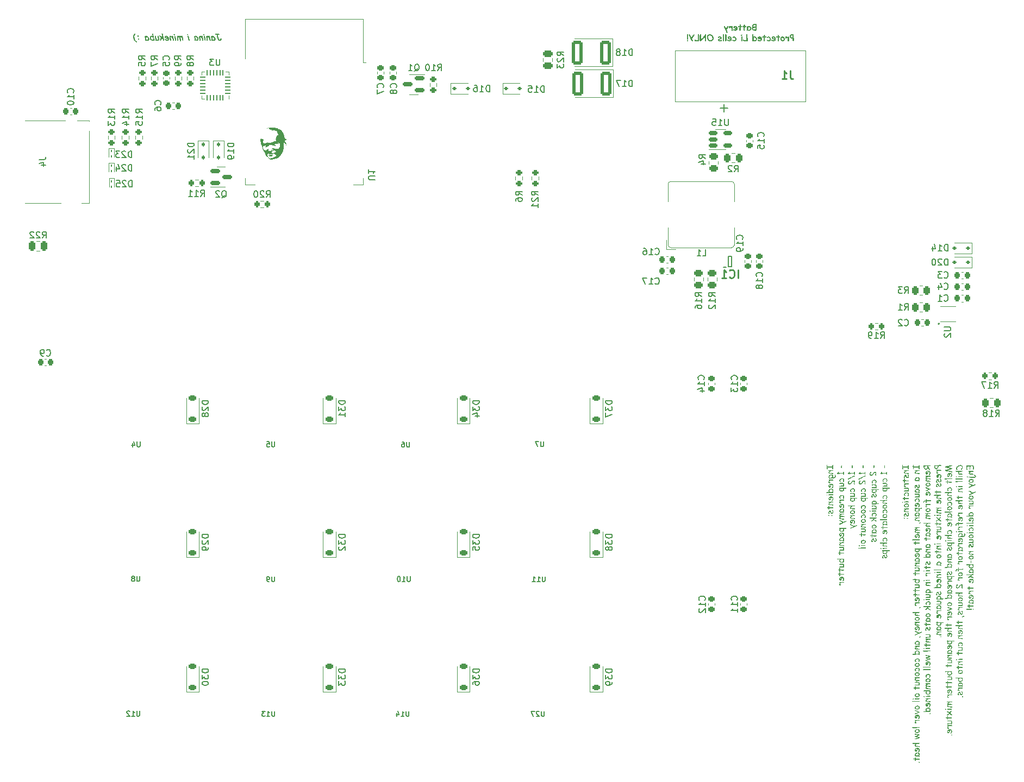
<source format=gbr>
%TF.GenerationSoftware,KiCad,Pcbnew,7.0.8*%
%TF.CreationDate,2023-12-13T13:42:29+01:00*%
%TF.ProjectId,keypad,6b657970-6164-42e6-9b69-6361645f7063,rev?*%
%TF.SameCoordinates,Original*%
%TF.FileFunction,Legend,Bot*%
%TF.FilePolarity,Positive*%
%FSLAX46Y46*%
G04 Gerber Fmt 4.6, Leading zero omitted, Abs format (unit mm)*
G04 Created by KiCad (PCBNEW 7.0.8) date 2023-12-13 13:42:29*
%MOMM*%
%LPD*%
G01*
G04 APERTURE LIST*
G04 Aperture macros list*
%AMRoundRect*
0 Rectangle with rounded corners*
0 $1 Rounding radius*
0 $2 $3 $4 $5 $6 $7 $8 $9 X,Y pos of 4 corners*
0 Add a 4 corners polygon primitive as box body*
4,1,4,$2,$3,$4,$5,$6,$7,$8,$9,$2,$3,0*
0 Add four circle primitives for the rounded corners*
1,1,$1+$1,$2,$3*
1,1,$1+$1,$4,$5*
1,1,$1+$1,$6,$7*
1,1,$1+$1,$8,$9*
0 Add four rect primitives between the rounded corners*
20,1,$1+$1,$2,$3,$4,$5,0*
20,1,$1+$1,$4,$5,$6,$7,0*
20,1,$1+$1,$6,$7,$8,$9,0*
20,1,$1+$1,$8,$9,$2,$3,0*%
%AMFreePoly0*
4,1,13,0.772354,0.410354,0.772500,0.410000,0.772500,-0.410000,0.772354,-0.410354,0.772000,-0.410500,-0.774000,-0.410500,-0.774354,-0.410354,-0.774500,-0.410000,-0.774500,0.410000,-0.774354,0.410354,-0.774000,0.410500,0.772000,0.410500,0.772354,0.410354,0.772354,0.410354,$1*%
%AMFreePoly1*
4,1,13,0.772354,0.410544,0.772500,0.410190,0.772500,-0.410000,0.772354,-0.410354,0.772000,-0.410500,-0.774000,-0.410500,-0.774354,-0.410354,-0.774500,-0.410000,-0.774500,0.410000,-0.774354,0.410354,-0.774000,0.410500,0.772000,0.410690,0.772354,0.410544,0.772354,0.410544,$1*%
%AMFreePoly2*
4,1,13,0.774354,0.410354,0.774500,0.410000,0.774500,-0.410000,0.774354,-0.410354,0.774000,-0.410500,-0.772000,-0.410500,-0.772354,-0.410354,-0.772500,-0.410000,-0.772500,0.410000,-0.772354,0.410354,-0.772000,0.410500,0.774000,0.410500,0.774354,0.410354,0.774354,0.410354,$1*%
G04 Aperture macros list end*
%ADD10C,0.150000*%
%ADD11C,0.200000*%
%ADD12C,0.254000*%
%ADD13C,0.120000*%
%ADD14C,0.100000*%
%ADD15C,0.187000*%
%ADD16C,0.010000*%
%ADD17C,4.089400*%
%ADD18C,2.057400*%
%ADD19R,2.000000X2.000000*%
%ADD20C,2.000000*%
%ADD21R,2.500000X3.000000*%
%ADD22C,3.500000*%
%ADD23O,1.600000X2.000000*%
%ADD24C,1.300000*%
%ADD25C,0.650000*%
%ADD26O,2.200000X1.150000*%
%ADD27O,1.150000X2.200000*%
%ADD28C,1.400000*%
%ADD29C,3.653000*%
%ADD30R,1.800000X1.800000*%
%ADD31C,1.800000*%
%ADD32C,2.550000*%
%ADD33RoundRect,0.200000X0.275000X-0.200000X0.275000X0.200000X-0.275000X0.200000X-0.275000X-0.200000X0*%
%ADD34FreePoly0,0.000000*%
%ADD35FreePoly1,0.000000*%
%ADD36FreePoly2,0.000000*%
%ADD37RoundRect,0.250000X-0.450000X0.262500X-0.450000X-0.262500X0.450000X-0.262500X0.450000X0.262500X0*%
%ADD38R,3.550000X3.500000*%
%ADD39RoundRect,0.062500X0.062500X-0.350000X0.062500X0.350000X-0.062500X0.350000X-0.062500X-0.350000X0*%
%ADD40RoundRect,0.062500X0.350000X-0.062500X0.350000X0.062500X-0.350000X0.062500X-0.350000X-0.062500X0*%
%ADD41R,2.600000X2.600000*%
%ADD42RoundRect,0.200000X-0.275000X0.200000X-0.275000X-0.200000X0.275000X-0.200000X0.275000X0.200000X0*%
%ADD43RoundRect,0.225000X0.225000X0.250000X-0.225000X0.250000X-0.225000X-0.250000X0.225000X-0.250000X0*%
%ADD44RoundRect,0.150000X0.587500X0.150000X-0.587500X0.150000X-0.587500X-0.150000X0.587500X-0.150000X0*%
%ADD45RoundRect,0.112500X-0.187500X-0.112500X0.187500X-0.112500X0.187500X0.112500X-0.187500X0.112500X0*%
%ADD46O,2.550000X3.500000*%
%ADD47RoundRect,0.225000X-0.225000X-0.250000X0.225000X-0.250000X0.225000X0.250000X-0.225000X0.250000X0*%
%ADD48RoundRect,0.200000X0.200000X0.275000X-0.200000X0.275000X-0.200000X-0.275000X0.200000X-0.275000X0*%
%ADD49RoundRect,0.225000X0.375000X-0.225000X0.375000X0.225000X-0.375000X0.225000X-0.375000X-0.225000X0*%
%ADD50RoundRect,0.062500X0.062500X-0.117500X0.062500X0.117500X-0.062500X0.117500X-0.062500X-0.117500X0*%
%ADD51RoundRect,0.225000X-0.250000X0.225000X-0.250000X-0.225000X0.250000X-0.225000X0.250000X0.225000X0*%
%ADD52RoundRect,0.112500X0.187500X0.112500X-0.187500X0.112500X-0.187500X-0.112500X0.187500X-0.112500X0*%
%ADD53RoundRect,0.250000X-0.262500X-0.450000X0.262500X-0.450000X0.262500X0.450000X-0.262500X0.450000X0*%
%ADD54RoundRect,0.225000X0.250000X-0.225000X0.250000X0.225000X-0.250000X0.225000X-0.250000X-0.225000X0*%
%ADD55RoundRect,0.250000X0.475000X-0.250000X0.475000X0.250000X-0.475000X0.250000X-0.475000X-0.250000X0*%
%ADD56RoundRect,0.150000X-0.512500X-0.150000X0.512500X-0.150000X0.512500X0.150000X-0.512500X0.150000X0*%
%ADD57R,1.500000X0.900000*%
%ADD58R,0.900000X1.500000*%
%ADD59C,0.600000*%
%ADD60R,3.900000X3.900000*%
%ADD61C,0.800000*%
%ADD62RoundRect,0.250000X0.587500X1.625000X-0.587500X1.625000X-0.587500X-1.625000X0.587500X-1.625000X0*%
%ADD63RoundRect,0.200000X-0.200000X-0.275000X0.200000X-0.275000X0.200000X0.275000X-0.200000X0.275000X0*%
%ADD64RoundRect,0.150000X-0.587500X-0.150000X0.587500X-0.150000X0.587500X0.150000X-0.587500X0.150000X0*%
%ADD65R,1.750000X0.700000*%
%ADD66R,1.000000X1.450000*%
%ADD67R,1.550000X1.000000*%
%ADD68R,1.500000X0.800000*%
%ADD69R,1.500000X1.300000*%
%ADD70R,1.500000X1.500000*%
%ADD71R,1.400000X0.800000*%
%ADD72RoundRect,0.250000X0.250000X0.475000X-0.250000X0.475000X-0.250000X-0.475000X0.250000X-0.475000X0*%
%ADD73RoundRect,0.250000X0.262500X0.450000X-0.262500X0.450000X-0.262500X-0.450000X0.262500X-0.450000X0*%
%ADD74R,0.700000X0.300000*%
%ADD75R,0.475000X0.300000*%
%ADD76RoundRect,0.112500X-0.112500X0.187500X-0.112500X-0.187500X0.112500X-0.187500X0.112500X0.187500X0*%
%ADD77RoundRect,0.250000X0.450000X-0.262500X0.450000X0.262500X-0.450000X0.262500X-0.450000X-0.262500X0*%
G04 APERTURE END LIST*
D10*
G36*
X178892449Y-110067257D02*
G01*
X178892308Y-110055915D01*
X178891884Y-110043871D01*
X178891178Y-110031124D01*
X178890463Y-110021104D01*
X178889590Y-110010688D01*
X178888557Y-109999877D01*
X178887366Y-109988672D01*
X178886015Y-109977071D01*
X178884506Y-109965076D01*
X178883412Y-109956859D01*
X178869002Y-109846217D01*
X178881700Y-109845240D01*
X178894363Y-109844295D01*
X178906990Y-109843380D01*
X178919583Y-109842496D01*
X178932140Y-109841644D01*
X178944662Y-109840822D01*
X178957148Y-109840031D01*
X178969599Y-109839272D01*
X178982015Y-109838543D01*
X178994395Y-109837845D01*
X179006741Y-109837179D01*
X179019051Y-109836543D01*
X179031325Y-109835938D01*
X179043565Y-109835365D01*
X179055769Y-109834822D01*
X179067937Y-109834310D01*
X179080071Y-109833830D01*
X179092169Y-109833380D01*
X179104232Y-109832962D01*
X179116259Y-109832574D01*
X179128252Y-109832217D01*
X179140208Y-109831892D01*
X179152130Y-109831597D01*
X179164016Y-109831334D01*
X179175867Y-109831101D01*
X179187683Y-109830900D01*
X179199464Y-109830729D01*
X179211209Y-109830589D01*
X179222919Y-109830481D01*
X179234593Y-109830403D01*
X179246232Y-109830357D01*
X179257836Y-109830341D01*
X179270411Y-109830383D01*
X179280318Y-109830470D01*
X179290632Y-109830604D01*
X179301355Y-109830785D01*
X179312486Y-109831013D01*
X179324024Y-109831289D01*
X179335970Y-109831611D01*
X179348324Y-109831981D01*
X179361086Y-109832398D01*
X179374256Y-109832863D01*
X179378736Y-109833028D01*
X179392042Y-109833508D01*
X179404940Y-109833941D01*
X179417430Y-109834327D01*
X179429512Y-109834665D01*
X179441186Y-109834957D01*
X179452453Y-109835201D01*
X179463311Y-109835397D01*
X179473762Y-109835547D01*
X179483805Y-109835649D01*
X179496561Y-109835712D01*
X179499637Y-109835715D01*
X179511894Y-109835674D01*
X179523937Y-109835552D01*
X179535765Y-109835348D01*
X179547378Y-109835062D01*
X179558777Y-109834695D01*
X179569961Y-109834246D01*
X179580931Y-109833716D01*
X179591686Y-109833104D01*
X179602226Y-109832411D01*
X179612551Y-109831636D01*
X179619316Y-109831074D01*
X179616629Y-110047473D01*
X179617359Y-110057955D01*
X179619548Y-110067784D01*
X179623198Y-110076960D01*
X179628307Y-110085484D01*
X179634876Y-110093355D01*
X179637390Y-110095833D01*
X179645418Y-110102474D01*
X179654116Y-110107740D01*
X179663484Y-110111633D01*
X179673522Y-110114152D01*
X179684230Y-110115297D01*
X179687948Y-110115373D01*
X179699136Y-110114686D01*
X179709621Y-110112625D01*
X179719401Y-110109190D01*
X179728477Y-110104382D01*
X179736849Y-110098200D01*
X179739483Y-110095833D01*
X179746455Y-110088180D01*
X179751985Y-110079874D01*
X179756073Y-110070915D01*
X179758717Y-110061304D01*
X179759919Y-110051040D01*
X179760000Y-110047473D01*
X179760000Y-110037227D01*
X179760000Y-110025782D01*
X179760000Y-110013138D01*
X179760000Y-110002869D01*
X179760000Y-109991926D01*
X179760000Y-109980309D01*
X179760000Y-109968018D01*
X179760000Y-109955053D01*
X179760000Y-109941414D01*
X179760000Y-109931946D01*
X179760000Y-109917860D01*
X179760000Y-109904452D01*
X179760000Y-109891722D01*
X179760000Y-109879671D01*
X179760000Y-109868298D01*
X179760000Y-109857603D01*
X179760000Y-109847587D01*
X179760000Y-109835287D01*
X179760000Y-109824193D01*
X179760000Y-109816664D01*
X179760122Y-109804604D01*
X179760373Y-109794638D01*
X179760763Y-109783882D01*
X179761289Y-109772336D01*
X179761953Y-109760000D01*
X179762755Y-109746873D01*
X179763694Y-109732957D01*
X179764770Y-109718251D01*
X179765564Y-109708008D01*
X179766419Y-109697414D01*
X179767334Y-109686469D01*
X179767815Y-109680865D01*
X179768762Y-109669771D01*
X179769647Y-109659020D01*
X179770471Y-109648613D01*
X179771235Y-109638550D01*
X179772265Y-109624098D01*
X179773158Y-109610420D01*
X179773914Y-109597514D01*
X179774532Y-109585381D01*
X179775013Y-109574021D01*
X179775356Y-109563434D01*
X179775562Y-109553619D01*
X179775631Y-109544577D01*
X179774918Y-109534096D01*
X179772780Y-109524267D01*
X179769217Y-109515091D01*
X179764228Y-109506567D01*
X179757814Y-109498696D01*
X179755359Y-109496217D01*
X179747339Y-109489577D01*
X179738666Y-109484310D01*
X179729341Y-109480418D01*
X179719364Y-109477899D01*
X179708733Y-109476754D01*
X179705045Y-109476678D01*
X179694188Y-109477365D01*
X179683967Y-109479426D01*
X179674382Y-109482860D01*
X179665432Y-109487669D01*
X179657117Y-109493851D01*
X179654487Y-109496217D01*
X179647431Y-109503879D01*
X179641836Y-109512211D01*
X179637700Y-109521213D01*
X179635023Y-109530884D01*
X179633807Y-109541226D01*
X179633726Y-109544822D01*
X179633501Y-109556851D01*
X179633036Y-109567074D01*
X179632319Y-109578329D01*
X179631348Y-109590613D01*
X179630123Y-109603928D01*
X179628646Y-109618274D01*
X179627520Y-109628410D01*
X179626282Y-109639004D01*
X179624931Y-109650056D01*
X179623467Y-109661566D01*
X179621891Y-109673534D01*
X179620202Y-109685960D01*
X179619316Y-109692344D01*
X179608783Y-109693566D01*
X179597975Y-109694668D01*
X179586892Y-109695650D01*
X179575535Y-109696512D01*
X179563903Y-109697253D01*
X179551996Y-109697874D01*
X179539815Y-109698375D01*
X179527358Y-109698756D01*
X179514627Y-109699016D01*
X179501621Y-109699156D01*
X179492798Y-109699183D01*
X179480689Y-109699114D01*
X179467931Y-109698908D01*
X179457937Y-109698664D01*
X179447578Y-109698342D01*
X179436854Y-109697942D01*
X179425765Y-109697466D01*
X179414311Y-109696912D01*
X179402492Y-109696281D01*
X179390308Y-109695572D01*
X179377759Y-109694787D01*
X179365215Y-109694001D01*
X179353044Y-109693293D01*
X179341247Y-109692661D01*
X179329823Y-109692108D01*
X179318773Y-109691631D01*
X179308096Y-109691232D01*
X179297793Y-109690910D01*
X179287863Y-109690665D01*
X179275204Y-109690459D01*
X179263210Y-109690390D01*
X179253271Y-109690409D01*
X179243180Y-109690465D01*
X179232934Y-109690558D01*
X179222535Y-109690688D01*
X179211983Y-109690855D01*
X179201277Y-109691060D01*
X179190417Y-109691302D01*
X179179404Y-109691581D01*
X179168237Y-109691897D01*
X179156916Y-109692251D01*
X179145442Y-109692641D01*
X179133814Y-109693069D01*
X179122033Y-109693534D01*
X179110098Y-109694037D01*
X179098009Y-109694576D01*
X179085767Y-109695153D01*
X179073371Y-109695767D01*
X179060822Y-109696418D01*
X179048119Y-109697106D01*
X179035262Y-109697832D01*
X179022252Y-109698595D01*
X179009088Y-109699395D01*
X178995771Y-109700232D01*
X178982300Y-109701106D01*
X178968675Y-109702018D01*
X178954897Y-109702967D01*
X178940965Y-109703953D01*
X178926880Y-109704976D01*
X178912640Y-109706037D01*
X178898248Y-109707134D01*
X178883701Y-109708269D01*
X178869002Y-109709441D01*
X178871933Y-109620293D01*
X178873886Y-109530900D01*
X178873191Y-109520152D01*
X178871104Y-109510074D01*
X178867627Y-109500666D01*
X178862758Y-109491928D01*
X178856498Y-109483859D01*
X178854103Y-109481318D01*
X178846223Y-109474595D01*
X178837605Y-109469263D01*
X178828248Y-109465321D01*
X178818153Y-109462771D01*
X178807320Y-109461612D01*
X178803545Y-109461535D01*
X178792140Y-109462101D01*
X178781740Y-109463802D01*
X178772345Y-109466635D01*
X178761381Y-109472176D01*
X178752202Y-109479733D01*
X178744810Y-109489304D01*
X178739204Y-109500890D01*
X178736172Y-109510902D01*
X178734144Y-109522048D01*
X178733691Y-109526015D01*
X178732731Y-109537306D01*
X178731865Y-109550298D01*
X178731094Y-109564990D01*
X178730632Y-109575729D01*
X178730212Y-109587223D01*
X178729834Y-109599474D01*
X178729498Y-109612480D01*
X178729205Y-109626241D01*
X178728953Y-109640758D01*
X178728743Y-109656031D01*
X178728575Y-109672060D01*
X178728449Y-109688844D01*
X178728365Y-109706383D01*
X178728323Y-109724679D01*
X178728318Y-109734110D01*
X178728428Y-109751478D01*
X178728760Y-109769388D01*
X178729314Y-109787839D01*
X178730088Y-109806833D01*
X178731085Y-109826369D01*
X178731666Y-109836340D01*
X178732302Y-109846446D01*
X178732994Y-109856688D01*
X178733741Y-109867066D01*
X178734543Y-109877579D01*
X178735401Y-109888227D01*
X178736314Y-109899011D01*
X178737282Y-109909930D01*
X178738306Y-109920985D01*
X178739385Y-109932175D01*
X178740519Y-109943501D01*
X178741709Y-109954963D01*
X178742954Y-109966559D01*
X178744255Y-109978292D01*
X178745610Y-109990159D01*
X178747021Y-110002162D01*
X178748488Y-110014301D01*
X178750010Y-110026575D01*
X178751587Y-110038985D01*
X178753219Y-110051530D01*
X178754907Y-110064211D01*
X178756650Y-110077027D01*
X178758721Y-110087939D01*
X178761727Y-110097778D01*
X178767192Y-110109227D01*
X178774321Y-110118767D01*
X178783114Y-110126400D01*
X178793571Y-110132124D01*
X178805691Y-110135941D01*
X178815874Y-110137551D01*
X178826992Y-110138087D01*
X178838112Y-110137263D01*
X178848390Y-110134790D01*
X178857827Y-110130669D01*
X178866422Y-110124898D01*
X178874176Y-110117479D01*
X178876573Y-110114640D01*
X178882759Y-110105360D01*
X178887426Y-110095473D01*
X178890573Y-110084977D01*
X178892201Y-110073874D01*
X178892449Y-110067257D01*
G37*
G36*
X179791263Y-110797299D02*
G01*
X179790726Y-110786669D01*
X179789116Y-110776946D01*
X179785300Y-110765390D01*
X179779575Y-110755445D01*
X179771943Y-110747110D01*
X179762402Y-110740386D01*
X179750953Y-110735272D01*
X179741114Y-110732493D01*
X179730202Y-110730621D01*
X179587808Y-110711325D01*
X179573650Y-110709623D01*
X179559658Y-110708088D01*
X179545835Y-110706721D01*
X179532178Y-110705521D01*
X179518689Y-110704488D01*
X179505368Y-110703623D01*
X179492214Y-110702925D01*
X179479227Y-110702395D01*
X179466408Y-110702032D01*
X179453756Y-110701837D01*
X179445415Y-110701800D01*
X179434790Y-110701953D01*
X179424738Y-110702267D01*
X179412900Y-110702754D01*
X179401670Y-110703291D01*
X179391794Y-110703806D01*
X179383866Y-110704242D01*
X179373336Y-110704815D01*
X179361302Y-110705423D01*
X179350520Y-110705912D01*
X179339234Y-110706341D01*
X179328346Y-110706625D01*
X179322072Y-110706685D01*
X179305066Y-110706470D01*
X179289157Y-110705826D01*
X179274345Y-110704753D01*
X179260630Y-110703250D01*
X179248012Y-110701318D01*
X179236492Y-110698957D01*
X179226068Y-110696166D01*
X179216742Y-110692946D01*
X179204810Y-110687311D01*
X179195347Y-110680710D01*
X179188353Y-110673143D01*
X179182867Y-110661551D01*
X179181632Y-110651730D01*
X179182412Y-110637365D01*
X179184749Y-110623119D01*
X179188646Y-110608994D01*
X179192109Y-110599644D01*
X179196265Y-110590348D01*
X179201113Y-110581105D01*
X179206655Y-110571915D01*
X179212889Y-110562779D01*
X179219815Y-110553696D01*
X179227434Y-110544667D01*
X179235746Y-110535691D01*
X179244751Y-110526768D01*
X179254448Y-110517899D01*
X179264838Y-110509084D01*
X179270293Y-110504696D01*
X179280535Y-110496896D01*
X179291110Y-110489312D01*
X179302020Y-110481944D01*
X179313264Y-110474791D01*
X179324842Y-110467854D01*
X179336753Y-110461133D01*
X179348999Y-110454627D01*
X179361578Y-110448337D01*
X179374492Y-110442262D01*
X179387739Y-110436403D01*
X179401320Y-110430760D01*
X179415235Y-110425332D01*
X179429485Y-110420120D01*
X179444068Y-110415124D01*
X179458985Y-110410343D01*
X179474235Y-110405778D01*
X179484416Y-110405191D01*
X179495542Y-110404346D01*
X179505534Y-110403446D01*
X179516183Y-110402367D01*
X179527488Y-110401109D01*
X179539448Y-110399672D01*
X179549781Y-110398475D01*
X179560018Y-110397482D01*
X179570160Y-110396691D01*
X179580206Y-110396103D01*
X179590157Y-110395718D01*
X179600013Y-110395536D01*
X179603928Y-110395519D01*
X179615194Y-110395779D01*
X179625286Y-110396314D01*
X179636787Y-110397141D01*
X179647446Y-110398054D01*
X179659083Y-110399169D01*
X179664012Y-110399672D01*
X179676035Y-110400868D01*
X179687067Y-110401861D01*
X179697110Y-110402652D01*
X179707855Y-110403333D01*
X179718589Y-110403759D01*
X179723852Y-110403824D01*
X179734714Y-110403154D01*
X179744769Y-110401145D01*
X179754017Y-110397796D01*
X179763786Y-110392196D01*
X179772456Y-110384773D01*
X179778847Y-110377342D01*
X179784632Y-110367719D01*
X179788618Y-110357066D01*
X179790601Y-110347117D01*
X179791263Y-110336413D01*
X179790601Y-110325467D01*
X179788618Y-110315347D01*
X179785312Y-110306050D01*
X179779784Y-110296246D01*
X179772456Y-110287564D01*
X179763679Y-110280426D01*
X179753803Y-110275042D01*
X179744463Y-110271822D01*
X179734317Y-110269890D01*
X179723363Y-110269246D01*
X179712082Y-110268956D01*
X179701958Y-110268358D01*
X179690409Y-110267433D01*
X179679696Y-110266413D01*
X179667993Y-110265167D01*
X179663035Y-110264605D01*
X179653273Y-110263575D01*
X179641951Y-110262480D01*
X179631606Y-110261600D01*
X179620483Y-110260827D01*
X179609287Y-110260316D01*
X179602463Y-110260209D01*
X179589033Y-110260295D01*
X179574662Y-110260552D01*
X179564559Y-110260819D01*
X179554039Y-110261163D01*
X179543100Y-110261583D01*
X179531744Y-110262079D01*
X179519970Y-110262651D01*
X179507778Y-110263300D01*
X179495168Y-110264025D01*
X179482140Y-110264827D01*
X179468694Y-110265704D01*
X179454830Y-110266658D01*
X179440549Y-110267689D01*
X179425850Y-110268796D01*
X179410732Y-110269979D01*
X179395614Y-110271191D01*
X179380912Y-110272326D01*
X179366625Y-110273382D01*
X179352755Y-110274360D01*
X179339301Y-110275259D01*
X179326262Y-110276081D01*
X179313640Y-110276824D01*
X179301434Y-110277489D01*
X179289643Y-110278076D01*
X179278269Y-110278584D01*
X179267310Y-110279015D01*
X179256768Y-110279367D01*
X179246641Y-110279640D01*
X179232231Y-110279905D01*
X179218757Y-110279993D01*
X179208361Y-110279876D01*
X179197868Y-110279589D01*
X179188009Y-110279220D01*
X179177136Y-110278731D01*
X179165249Y-110278123D01*
X179155010Y-110277550D01*
X179144771Y-110277035D01*
X179132884Y-110276487D01*
X179122011Y-110276047D01*
X179112152Y-110275715D01*
X179101659Y-110275457D01*
X179091263Y-110275352D01*
X179080741Y-110276039D01*
X179070975Y-110278100D01*
X179060537Y-110282240D01*
X179051127Y-110288251D01*
X179043879Y-110294891D01*
X179037571Y-110302545D01*
X179031861Y-110312299D01*
X179027927Y-110322941D01*
X179025970Y-110332770D01*
X179025317Y-110343251D01*
X179026113Y-110354612D01*
X179028503Y-110364973D01*
X179032485Y-110374333D01*
X179038060Y-110382693D01*
X179045227Y-110390052D01*
X179053988Y-110396411D01*
X179064341Y-110401770D01*
X179076287Y-110406129D01*
X179089826Y-110409487D01*
X179099737Y-110411170D01*
X179110356Y-110412408D01*
X179115931Y-110412861D01*
X179197264Y-110414815D01*
X179187647Y-110422026D01*
X179178335Y-110429250D01*
X179169329Y-110436486D01*
X179160628Y-110443734D01*
X179152232Y-110450995D01*
X179144141Y-110458269D01*
X179136356Y-110465555D01*
X179128876Y-110472853D01*
X179121701Y-110480163D01*
X179114832Y-110487486D01*
X179108268Y-110494822D01*
X179096056Y-110509530D01*
X179085065Y-110524287D01*
X179075295Y-110539095D01*
X179066747Y-110553951D01*
X179059419Y-110568858D01*
X179053313Y-110583814D01*
X179048428Y-110598820D01*
X179044765Y-110613875D01*
X179042322Y-110628980D01*
X179041101Y-110644134D01*
X179040949Y-110651730D01*
X179041311Y-110665208D01*
X179042399Y-110678166D01*
X179044211Y-110690602D01*
X179046749Y-110702517D01*
X179050012Y-110713912D01*
X179054000Y-110724785D01*
X179058713Y-110735138D01*
X179064152Y-110744970D01*
X179070315Y-110754281D01*
X179077203Y-110763071D01*
X179084817Y-110771339D01*
X179093155Y-110779088D01*
X179102219Y-110786315D01*
X179112008Y-110793021D01*
X179122522Y-110799206D01*
X179133761Y-110804870D01*
X179145869Y-110810176D01*
X179159020Y-110815008D01*
X179168367Y-110817968D01*
X179178178Y-110820718D01*
X179188452Y-110823257D01*
X179199190Y-110825587D01*
X179210392Y-110827707D01*
X179222057Y-110829617D01*
X179234187Y-110831317D01*
X179246779Y-110832808D01*
X179259836Y-110834088D01*
X179273356Y-110835158D01*
X179287340Y-110836019D01*
X179301788Y-110836670D01*
X179316699Y-110837110D01*
X179383133Y-110837110D01*
X179444438Y-110836378D01*
X179454975Y-110836507D01*
X179466070Y-110836893D01*
X179477724Y-110837537D01*
X179489936Y-110838439D01*
X179502705Y-110839598D01*
X179516033Y-110841015D01*
X179529919Y-110842689D01*
X179544364Y-110844621D01*
X179554303Y-110846052D01*
X179564491Y-110847598D01*
X179574926Y-110849258D01*
X179585610Y-110851032D01*
X179596291Y-110852836D01*
X179606718Y-110854524D01*
X179616891Y-110856096D01*
X179626811Y-110857551D01*
X179641214Y-110859515D01*
X179655047Y-110861217D01*
X179668308Y-110862657D01*
X179680998Y-110863836D01*
X179693118Y-110864753D01*
X179704666Y-110865407D01*
X179715643Y-110865800D01*
X179726050Y-110865931D01*
X179736563Y-110865244D01*
X179746303Y-110863183D01*
X179756690Y-110859043D01*
X179766024Y-110853032D01*
X179773189Y-110846392D01*
X179779331Y-110838712D01*
X179784891Y-110828863D01*
X179788280Y-110819658D01*
X179790398Y-110809749D01*
X179791245Y-110799136D01*
X179791263Y-110797299D01*
G37*
G36*
X180058178Y-110947593D02*
G01*
X180069276Y-110948859D01*
X180079622Y-110951646D01*
X180089217Y-110955952D01*
X180098060Y-110961778D01*
X180106153Y-110969124D01*
X180113494Y-110977989D01*
X180120083Y-110988375D01*
X180125921Y-111000280D01*
X180131008Y-111013706D01*
X180133982Y-111023500D01*
X180136622Y-111033970D01*
X180139154Y-111045860D01*
X180141436Y-111058265D01*
X180143470Y-111071185D01*
X180145254Y-111084620D01*
X180146790Y-111098571D01*
X180148077Y-111113036D01*
X180148796Y-111122966D01*
X180149405Y-111133125D01*
X180149903Y-111143513D01*
X180150290Y-111154130D01*
X180150567Y-111164976D01*
X180150733Y-111176051D01*
X180150788Y-111187355D01*
X180150534Y-111206547D01*
X180149773Y-111225167D01*
X180148504Y-111243214D01*
X180146728Y-111260689D01*
X180144443Y-111277591D01*
X180141652Y-111293921D01*
X180138353Y-111309678D01*
X180134546Y-111324863D01*
X180130232Y-111339476D01*
X180125410Y-111353516D01*
X180120080Y-111366984D01*
X180114243Y-111379879D01*
X180107899Y-111392202D01*
X180101046Y-111403952D01*
X180093687Y-111415130D01*
X180085819Y-111425736D01*
X180078870Y-111434079D01*
X180071455Y-111442134D01*
X180063574Y-111449901D01*
X180055228Y-111457380D01*
X180046416Y-111464571D01*
X180037139Y-111471474D01*
X180027396Y-111478089D01*
X180017187Y-111484415D01*
X180006513Y-111490453D01*
X179995373Y-111496204D01*
X179983768Y-111501666D01*
X179971697Y-111506840D01*
X179959160Y-111511725D01*
X179946158Y-111516323D01*
X179932691Y-111520633D01*
X179918757Y-111524654D01*
X179907474Y-111527569D01*
X179895791Y-111530329D01*
X179883707Y-111532934D01*
X179871222Y-111535385D01*
X179858336Y-111537682D01*
X179845049Y-111539824D01*
X179831362Y-111541811D01*
X179817274Y-111543644D01*
X179802786Y-111545322D01*
X179787897Y-111546846D01*
X179772607Y-111548215D01*
X179756916Y-111549429D01*
X179740825Y-111550489D01*
X179724332Y-111551395D01*
X179707440Y-111552146D01*
X179690146Y-111552742D01*
X179455429Y-111568618D01*
X179450822Y-111569005D01*
X179440167Y-111570089D01*
X179427589Y-111571585D01*
X179416893Y-111572977D01*
X179405115Y-111574602D01*
X179392255Y-111576458D01*
X179378313Y-111578546D01*
X179368417Y-111580067D01*
X179358041Y-111581691D01*
X179347183Y-111583417D01*
X179335845Y-111585247D01*
X179324026Y-111587180D01*
X179313747Y-111588925D01*
X179303731Y-111590558D01*
X179289201Y-111592795D01*
X179275263Y-111594779D01*
X179261918Y-111596510D01*
X179249166Y-111597988D01*
X179237005Y-111599212D01*
X179225438Y-111600183D01*
X179214463Y-111600901D01*
X179204080Y-111601365D01*
X179191158Y-111601591D01*
X179181331Y-111601303D01*
X179167750Y-111599796D01*
X179155560Y-111596996D01*
X179144760Y-111592903D01*
X179135352Y-111587519D01*
X179127335Y-111580842D01*
X179120709Y-111572873D01*
X179115474Y-111563612D01*
X179111630Y-111553058D01*
X179109177Y-111541212D01*
X179108115Y-111528073D01*
X179099956Y-111522074D01*
X179092331Y-111515434D01*
X179085240Y-111508152D01*
X179078684Y-111500230D01*
X179072662Y-111491666D01*
X179067174Y-111482461D01*
X179062221Y-111472615D01*
X179057801Y-111462128D01*
X179054790Y-111453840D01*
X179051235Y-111442221D01*
X179048206Y-111429953D01*
X179046281Y-111420327D01*
X179044652Y-111410336D01*
X179043318Y-111399980D01*
X179042282Y-111389258D01*
X179041541Y-111378172D01*
X179041097Y-111366721D01*
X179040949Y-111354905D01*
X179041016Y-111348066D01*
X179181632Y-111348066D01*
X179181670Y-111351997D01*
X179182228Y-111363698D01*
X179183456Y-111375261D01*
X179185353Y-111386687D01*
X179187921Y-111397976D01*
X179191158Y-111409127D01*
X179191748Y-111410972D01*
X179195709Y-111421963D01*
X179199561Y-111431017D01*
X179203914Y-111439976D01*
X179208768Y-111448840D01*
X179214123Y-111457608D01*
X179219979Y-111466280D01*
X179228970Y-111465244D01*
X179246501Y-111463185D01*
X179263426Y-111461144D01*
X179279746Y-111459119D01*
X179295462Y-111457112D01*
X179310572Y-111455121D01*
X179325078Y-111453148D01*
X179338979Y-111451193D01*
X179352275Y-111449254D01*
X179364966Y-111447332D01*
X179377052Y-111445428D01*
X179388534Y-111443541D01*
X179399410Y-111441671D01*
X179409682Y-111439818D01*
X179419348Y-111437982D01*
X179432714Y-111435261D01*
X179436761Y-111434708D01*
X179448914Y-111432449D01*
X179461089Y-111429292D01*
X179473286Y-111425239D01*
X179485504Y-111420288D01*
X179497744Y-111414439D01*
X179510005Y-111407694D01*
X179522287Y-111400051D01*
X179530488Y-111394457D01*
X179538697Y-111388465D01*
X179546917Y-111382073D01*
X179555146Y-111375283D01*
X179563384Y-111368094D01*
X179572050Y-111359897D01*
X179580157Y-111351669D01*
X179587704Y-111343411D01*
X179594693Y-111335122D01*
X179601122Y-111326802D01*
X179606993Y-111318452D01*
X179612304Y-111310071D01*
X179619223Y-111297443D01*
X179624884Y-111284747D01*
X179629286Y-111271981D01*
X179632431Y-111259147D01*
X179634318Y-111246244D01*
X179634947Y-111233272D01*
X179634769Y-111223985D01*
X179633832Y-111210606D01*
X179632093Y-111197888D01*
X179629550Y-111185831D01*
X179626205Y-111174435D01*
X179622057Y-111163700D01*
X179617106Y-111153626D01*
X179611352Y-111144214D01*
X179604796Y-111135463D01*
X179597436Y-111127373D01*
X179589274Y-111119944D01*
X179586360Y-111117615D01*
X179577088Y-111111071D01*
X179567023Y-111105193D01*
X179556163Y-111099980D01*
X179544508Y-111095432D01*
X179532060Y-111091550D01*
X179518817Y-111088334D01*
X179504780Y-111085783D01*
X179494981Y-111084452D01*
X179484828Y-111083417D01*
X179474323Y-111082678D01*
X179463465Y-111082234D01*
X179452254Y-111082086D01*
X179438123Y-111082336D01*
X179424307Y-111083086D01*
X179410806Y-111084336D01*
X179397619Y-111086086D01*
X179384748Y-111088335D01*
X179372191Y-111091085D01*
X179359950Y-111094334D01*
X179348023Y-111098084D01*
X179336411Y-111102333D01*
X179325114Y-111107083D01*
X179314131Y-111112332D01*
X179303464Y-111118081D01*
X179293111Y-111124331D01*
X179283073Y-111131080D01*
X179273350Y-111138329D01*
X179263942Y-111146078D01*
X179253975Y-111155224D01*
X179244651Y-111164835D01*
X179235970Y-111174909D01*
X179227932Y-111185447D01*
X179220537Y-111196448D01*
X179213785Y-111207913D01*
X179207676Y-111219842D01*
X179202210Y-111232234D01*
X179197387Y-111245090D01*
X179193207Y-111258410D01*
X179189671Y-111272194D01*
X179186777Y-111286441D01*
X179184526Y-111301152D01*
X179182919Y-111316326D01*
X179181954Y-111331965D01*
X179181632Y-111348066D01*
X179041016Y-111348066D01*
X179041065Y-111343137D01*
X179041413Y-111331525D01*
X179041994Y-111320068D01*
X179042807Y-111308766D01*
X179043853Y-111297620D01*
X179045130Y-111286630D01*
X179046640Y-111275795D01*
X179048383Y-111265116D01*
X179050357Y-111254592D01*
X179052564Y-111244223D01*
X179055004Y-111234010D01*
X179057675Y-111223953D01*
X179060579Y-111214051D01*
X179063716Y-111204305D01*
X179067084Y-111194714D01*
X179070685Y-111185279D01*
X179074518Y-111175999D01*
X179078584Y-111166875D01*
X179082882Y-111157906D01*
X179087412Y-111149093D01*
X179092174Y-111140435D01*
X179097169Y-111131933D01*
X179102396Y-111123586D01*
X179107856Y-111115395D01*
X179113548Y-111107359D01*
X179119472Y-111099479D01*
X179125628Y-111091754D01*
X179132017Y-111084185D01*
X179138638Y-111076771D01*
X179145491Y-111069513D01*
X179152577Y-111062411D01*
X179159895Y-111055464D01*
X179167202Y-111048912D01*
X179182246Y-111036433D01*
X179197862Y-111024785D01*
X179214051Y-111013970D01*
X179230812Y-111003987D01*
X179239407Y-110999307D01*
X179248146Y-110994835D01*
X179257027Y-110990571D01*
X179266052Y-110986516D01*
X179275219Y-110982668D01*
X179284530Y-110979028D01*
X179293984Y-110975596D01*
X179303581Y-110972372D01*
X179313321Y-110969357D01*
X179323205Y-110966549D01*
X179333231Y-110963949D01*
X179343400Y-110961557D01*
X179353713Y-110959373D01*
X179364169Y-110957397D01*
X179374767Y-110955629D01*
X179385509Y-110954069D01*
X179396394Y-110952717D01*
X179407423Y-110951574D01*
X179418594Y-110950638D01*
X179429908Y-110949910D01*
X179441366Y-110949390D01*
X179452966Y-110949078D01*
X179464710Y-110948974D01*
X179481758Y-110949278D01*
X179498404Y-110950191D01*
X179514647Y-110951713D01*
X179530488Y-110953843D01*
X179545925Y-110956582D01*
X179560961Y-110959930D01*
X179575593Y-110963887D01*
X179589823Y-110968452D01*
X179603651Y-110973626D01*
X179617075Y-110979409D01*
X179630098Y-110985800D01*
X179642717Y-110992800D01*
X179654934Y-111000409D01*
X179666748Y-111008626D01*
X179678160Y-111017452D01*
X179689169Y-111026887D01*
X179699639Y-111036808D01*
X179709434Y-111047091D01*
X179718553Y-111057736D01*
X179726996Y-111068744D01*
X179734764Y-111080115D01*
X179741857Y-111091848D01*
X179748274Y-111103944D01*
X179754016Y-111116402D01*
X179759082Y-111129223D01*
X179763472Y-111142406D01*
X179767187Y-111155952D01*
X179770227Y-111169861D01*
X179772591Y-111184132D01*
X179774280Y-111198765D01*
X179775293Y-111213762D01*
X179775631Y-111229120D01*
X179775478Y-111237305D01*
X179774677Y-111249364D01*
X179773189Y-111261162D01*
X179771013Y-111272697D01*
X179768151Y-111283971D01*
X179764602Y-111294983D01*
X179760366Y-111305732D01*
X179755443Y-111316220D01*
X179749833Y-111326446D01*
X179743536Y-111336410D01*
X179736552Y-111346113D01*
X179734072Y-111349304D01*
X179726172Y-111358714D01*
X179717585Y-111367874D01*
X179708312Y-111376786D01*
X179698351Y-111385449D01*
X179687704Y-111393862D01*
X179676369Y-111402027D01*
X179664348Y-111409942D01*
X179655952Y-111415081D01*
X179647251Y-111420109D01*
X179638244Y-111425026D01*
X179628933Y-111429833D01*
X179619316Y-111434528D01*
X179630248Y-111434376D01*
X179641002Y-111434163D01*
X179651577Y-111433889D01*
X179661974Y-111433555D01*
X179672193Y-111433161D01*
X179682233Y-111432705D01*
X179701778Y-111431613D01*
X179720610Y-111430278D01*
X179738727Y-111428701D01*
X179756132Y-111426882D01*
X179772822Y-111424820D01*
X179788799Y-111422516D01*
X179804062Y-111419969D01*
X179818612Y-111417181D01*
X179832448Y-111414149D01*
X179845570Y-111410876D01*
X179857979Y-111407360D01*
X179869674Y-111403602D01*
X179880655Y-111399602D01*
X179896073Y-111392994D01*
X179910514Y-111385749D01*
X179923978Y-111377866D01*
X179936465Y-111369346D01*
X179947975Y-111360189D01*
X179958508Y-111350394D01*
X179968064Y-111339963D01*
X179976643Y-111328893D01*
X179984245Y-111317187D01*
X179990870Y-111304843D01*
X179996518Y-111291862D01*
X180001189Y-111278244D01*
X180004883Y-111263988D01*
X180007601Y-111249095D01*
X180009341Y-111233564D01*
X180010104Y-111217397D01*
X180010234Y-111208683D01*
X180010228Y-111195795D01*
X180009982Y-111183126D01*
X180009495Y-111170676D01*
X180008768Y-111158445D01*
X180007801Y-111146433D01*
X180006593Y-111134640D01*
X180005145Y-111123066D01*
X180003456Y-111111711D01*
X180001527Y-111100575D01*
X179999357Y-111089658D01*
X179998621Y-111086087D01*
X179996553Y-111075762D01*
X179994122Y-111062898D01*
X179992065Y-111051063D01*
X179990382Y-111040259D01*
X179988804Y-111028204D01*
X179987810Y-111017758D01*
X179987390Y-111007348D01*
X179987978Y-110996654D01*
X179990592Y-110984031D01*
X179995297Y-110973279D01*
X180002094Y-110964397D01*
X180010982Y-110957384D01*
X180021962Y-110952242D01*
X180031569Y-110949612D01*
X180042352Y-110948034D01*
X180054312Y-110947508D01*
X180058178Y-110947593D01*
G37*
G36*
X179238053Y-112280097D02*
G01*
X179248256Y-112279257D01*
X179262328Y-112277134D01*
X179274918Y-112273976D01*
X179286027Y-112269783D01*
X179295655Y-112264556D01*
X179303801Y-112258294D01*
X179310467Y-112250998D01*
X179315651Y-112242667D01*
X179319354Y-112233301D01*
X179321576Y-112222900D01*
X179322316Y-112211465D01*
X179321726Y-112200902D01*
X179319102Y-112188434D01*
X179314380Y-112177813D01*
X179307558Y-112169040D01*
X179298637Y-112162113D01*
X179287618Y-112157034D01*
X179277976Y-112154436D01*
X179267153Y-112152878D01*
X179255150Y-112152358D01*
X179244936Y-112152144D01*
X179233709Y-112151663D01*
X179223505Y-112151122D01*
X179211773Y-112150426D01*
X179207522Y-112150160D01*
X179150369Y-112148206D01*
X179152125Y-112134818D01*
X179154155Y-112121767D01*
X179156460Y-112109051D01*
X179159040Y-112096671D01*
X179161895Y-112084627D01*
X179165024Y-112072918D01*
X179168428Y-112061546D01*
X179172107Y-112050509D01*
X179176061Y-112039808D01*
X179180289Y-112029443D01*
X179184792Y-112019414D01*
X179189570Y-112009720D01*
X179194623Y-112000363D01*
X179199951Y-111991341D01*
X179205553Y-111982655D01*
X179211430Y-111974305D01*
X179220208Y-111963037D01*
X179229780Y-111952129D01*
X179236602Y-111945057D01*
X179243778Y-111938146D01*
X179251307Y-111931395D01*
X179259188Y-111924804D01*
X179267423Y-111918374D01*
X179276010Y-111912103D01*
X179284951Y-111905993D01*
X179294245Y-111900044D01*
X179303891Y-111894255D01*
X179313891Y-111888626D01*
X179324244Y-111883157D01*
X179334949Y-111877848D01*
X179346008Y-111872700D01*
X179721898Y-111874166D01*
X179734294Y-111873569D01*
X179745471Y-111871778D01*
X179755429Y-111868795D01*
X179766809Y-111862960D01*
X179776021Y-111855003D01*
X179783066Y-111844924D01*
X179787943Y-111832723D01*
X179790179Y-111822180D01*
X179791195Y-111810443D01*
X179791263Y-111806266D01*
X179790657Y-111795441D01*
X179788841Y-111785681D01*
X179784536Y-111774324D01*
X179778079Y-111764859D01*
X179769470Y-111757288D01*
X179758708Y-111751609D01*
X179749224Y-111748592D01*
X179738529Y-111746640D01*
X179726624Y-111745753D01*
X179722386Y-111745694D01*
X179244647Y-111745694D01*
X179233741Y-111745776D01*
X179222681Y-111745976D01*
X179212258Y-111746235D01*
X179200738Y-111746577D01*
X179190731Y-111746911D01*
X179180023Y-111747298D01*
X179177236Y-111747404D01*
X179166352Y-111747804D01*
X179156170Y-111748152D01*
X179144430Y-111748511D01*
X179133788Y-111748786D01*
X179122465Y-111749006D01*
X179111251Y-111749112D01*
X179109825Y-111749113D01*
X179097516Y-111749646D01*
X179086418Y-111751243D01*
X179076530Y-111753905D01*
X179065230Y-111759110D01*
X179056083Y-111766208D01*
X179049087Y-111775200D01*
X179044244Y-111786084D01*
X179041554Y-111798861D01*
X179040949Y-111809685D01*
X179041900Y-111821695D01*
X179044752Y-111832537D01*
X179049507Y-111842212D01*
X179056164Y-111850718D01*
X179064723Y-111858057D01*
X179075184Y-111864228D01*
X179087546Y-111869231D01*
X179101811Y-111873066D01*
X179112377Y-111874975D01*
X179123789Y-111876364D01*
X179136046Y-111877234D01*
X179149148Y-111877585D01*
X179141530Y-111885856D01*
X179134153Y-111894184D01*
X179127018Y-111902568D01*
X179120125Y-111911008D01*
X179113474Y-111919505D01*
X179107065Y-111928057D01*
X179100898Y-111936666D01*
X179094972Y-111945332D01*
X179089288Y-111954054D01*
X179083847Y-111962831D01*
X179078647Y-111971666D01*
X179073689Y-111980556D01*
X179068972Y-111989503D01*
X179064498Y-111998506D01*
X179060265Y-112007566D01*
X179056275Y-112016681D01*
X179052526Y-112025853D01*
X179049019Y-112035082D01*
X179045754Y-112044366D01*
X179042731Y-112053707D01*
X179039949Y-112063104D01*
X179037410Y-112072558D01*
X179035112Y-112082067D01*
X179033056Y-112091633D01*
X179031243Y-112101256D01*
X179029670Y-112110934D01*
X179028340Y-112120669D01*
X179027252Y-112130460D01*
X179026405Y-112140308D01*
X179025801Y-112150212D01*
X179025438Y-112160172D01*
X179025317Y-112170188D01*
X179025680Y-112180380D01*
X179027292Y-112193195D01*
X179030194Y-112205125D01*
X179034387Y-112216169D01*
X179039869Y-112226328D01*
X179046641Y-112235602D01*
X179054703Y-112243990D01*
X179064055Y-112251493D01*
X179066594Y-112253230D01*
X179077509Y-112259699D01*
X179086556Y-112263985D01*
X179096342Y-112267785D01*
X179106866Y-112271100D01*
X179118129Y-112273930D01*
X179130131Y-112276275D01*
X179142870Y-112278135D01*
X179156349Y-112279509D01*
X179170565Y-112280399D01*
X179180453Y-112280722D01*
X179190669Y-112280830D01*
X179201100Y-112280812D01*
X179212137Y-112280743D01*
X179222972Y-112280598D01*
X179233676Y-112280308D01*
X179238053Y-112280097D01*
G37*
G36*
X179491857Y-112382601D02*
G01*
X179510406Y-112383832D01*
X179528417Y-112385883D01*
X179545890Y-112388755D01*
X179562825Y-112392447D01*
X179579222Y-112396960D01*
X179595080Y-112402293D01*
X179610401Y-112408447D01*
X179625183Y-112415421D01*
X179639427Y-112423216D01*
X179653134Y-112431831D01*
X179666302Y-112441267D01*
X179678932Y-112451523D01*
X179691024Y-112462600D01*
X179702578Y-112474497D01*
X179713593Y-112487215D01*
X179722999Y-112499475D01*
X179731797Y-112512197D01*
X179739989Y-112525380D01*
X179747574Y-112539025D01*
X179754552Y-112553132D01*
X179760923Y-112567701D01*
X179766688Y-112582731D01*
X179771845Y-112598224D01*
X179776396Y-112614178D01*
X179780340Y-112630593D01*
X179783678Y-112647471D01*
X179786408Y-112664810D01*
X179788532Y-112682611D01*
X179790049Y-112700874D01*
X179790959Y-112719599D01*
X179791263Y-112738785D01*
X179791071Y-112751234D01*
X179790496Y-112763729D01*
X179789537Y-112776269D01*
X179788194Y-112788855D01*
X179786468Y-112801487D01*
X179784359Y-112814165D01*
X179781866Y-112826888D01*
X179778989Y-112839658D01*
X179775729Y-112852473D01*
X179772086Y-112865334D01*
X179768059Y-112878240D01*
X179763648Y-112891193D01*
X179758854Y-112904191D01*
X179753676Y-112917235D01*
X179748115Y-112930325D01*
X179742170Y-112943461D01*
X179734878Y-112958338D01*
X179727412Y-112972255D01*
X179719773Y-112985212D01*
X179711960Y-112997209D01*
X179703973Y-113008247D01*
X179695813Y-113018325D01*
X179687479Y-113027443D01*
X179678972Y-113035601D01*
X179670291Y-113042800D01*
X179661436Y-113049039D01*
X179652408Y-113054317D01*
X179643206Y-113058637D01*
X179633830Y-113061996D01*
X179624281Y-113064395D01*
X179614558Y-113065835D01*
X179604661Y-113066315D01*
X179596878Y-113065850D01*
X179586503Y-113063636D01*
X179576736Y-113059599D01*
X179567576Y-113053738D01*
X179560209Y-113047264D01*
X179555744Y-113042482D01*
X179549362Y-113033728D01*
X179544804Y-113024484D01*
X179542070Y-113014748D01*
X179541158Y-113004521D01*
X179542403Y-112994567D01*
X179546138Y-112984852D01*
X179552364Y-112975378D01*
X179559453Y-112967667D01*
X179568273Y-112960123D01*
X179576573Y-112954207D01*
X179580917Y-112951081D01*
X179589290Y-112943471D01*
X179597243Y-112934053D01*
X179602933Y-112925802D01*
X179608386Y-112916533D01*
X179613603Y-112906247D01*
X179618584Y-112894943D01*
X179623329Y-112882622D01*
X179627837Y-112869283D01*
X179630712Y-112859826D01*
X179633482Y-112849916D01*
X179636537Y-112838063D01*
X179639292Y-112826503D01*
X179641746Y-112815234D01*
X179643900Y-112804258D01*
X179645753Y-112793573D01*
X179647306Y-112783180D01*
X179648558Y-112773079D01*
X179649510Y-112763271D01*
X179650312Y-112750646D01*
X179650579Y-112738541D01*
X179650471Y-112729089D01*
X179649905Y-112715186D01*
X179648854Y-112701615D01*
X179647317Y-112688373D01*
X179645296Y-112675462D01*
X179642789Y-112662882D01*
X179639798Y-112650633D01*
X179636321Y-112638714D01*
X179632359Y-112627125D01*
X179627912Y-112615867D01*
X179622979Y-112604940D01*
X179619394Y-112597869D01*
X179613622Y-112587533D01*
X179607378Y-112577524D01*
X179600662Y-112567841D01*
X179593474Y-112558484D01*
X179585813Y-112549454D01*
X179577680Y-112540750D01*
X179569075Y-112532372D01*
X179559997Y-112524321D01*
X179550447Y-112516596D01*
X179540425Y-112509197D01*
X179425143Y-112771514D01*
X179419197Y-112785134D01*
X179413449Y-112798152D01*
X179407901Y-112810566D01*
X179402550Y-112822377D01*
X179397398Y-112833586D01*
X179392445Y-112844191D01*
X179387689Y-112854194D01*
X179383133Y-112863593D01*
X179376670Y-112876562D01*
X179370654Y-112888174D01*
X179365084Y-112898429D01*
X179359960Y-112907328D01*
X179353824Y-112917083D01*
X179350254Y-112921861D01*
X179343042Y-112930963D01*
X179335730Y-112939458D01*
X179328318Y-112947346D01*
X179320808Y-112954628D01*
X179313198Y-112961302D01*
X179301598Y-112970177D01*
X179289774Y-112977686D01*
X179277727Y-112983830D01*
X179265456Y-112988608D01*
X179252963Y-112992021D01*
X179240246Y-112994069D01*
X179227306Y-112994752D01*
X179215080Y-112994405D01*
X179203256Y-112993366D01*
X179191831Y-112991635D01*
X179180808Y-112989211D01*
X179170185Y-112986094D01*
X179159964Y-112982284D01*
X179150142Y-112977782D01*
X179140722Y-112972587D01*
X179131702Y-112966699D01*
X179123083Y-112960119D01*
X179114864Y-112952846D01*
X179107047Y-112944880D01*
X179099630Y-112936222D01*
X179092614Y-112926871D01*
X179085998Y-112916828D01*
X179079783Y-112906092D01*
X179075081Y-112896921D01*
X179070681Y-112887422D01*
X179066585Y-112877595D01*
X179062793Y-112867440D01*
X179059304Y-112856957D01*
X179056118Y-112846145D01*
X179053236Y-112835005D01*
X179050657Y-112823538D01*
X179048382Y-112811741D01*
X179046410Y-112799617D01*
X179044741Y-112787164D01*
X179043376Y-112774384D01*
X179042314Y-112761275D01*
X179041555Y-112747838D01*
X179041100Y-112734072D01*
X179040949Y-112719979D01*
X179181632Y-112719979D01*
X179181832Y-112733105D01*
X179182430Y-112745861D01*
X179183427Y-112758246D01*
X179184823Y-112770262D01*
X179186617Y-112781907D01*
X179188811Y-112793183D01*
X179191403Y-112804088D01*
X179194394Y-112814623D01*
X179197784Y-112824787D01*
X179201573Y-112834582D01*
X179205760Y-112844006D01*
X179210346Y-112853060D01*
X179215331Y-112861744D01*
X179220715Y-112870058D01*
X179226498Y-112878002D01*
X179232679Y-112885575D01*
X179240591Y-112875011D01*
X179248756Y-112863193D01*
X179254340Y-112854617D01*
X179260037Y-112845485D01*
X179265847Y-112835795D01*
X179271769Y-112825549D01*
X179277803Y-112814745D01*
X179283950Y-112803384D01*
X179290210Y-112791465D01*
X179296582Y-112778990D01*
X179303067Y-112765957D01*
X179309664Y-112752367D01*
X179316374Y-112738220D01*
X179323197Y-112723516D01*
X179330132Y-112708255D01*
X179423189Y-112497473D01*
X179408284Y-112501003D01*
X179393857Y-112504755D01*
X179379906Y-112508728D01*
X179366433Y-112512922D01*
X179353436Y-112517337D01*
X179340917Y-112521974D01*
X179328875Y-112526832D01*
X179317309Y-112531912D01*
X179306221Y-112537212D01*
X179295610Y-112542735D01*
X179285476Y-112548478D01*
X179275819Y-112554443D01*
X179266638Y-112560629D01*
X179257935Y-112567037D01*
X179249709Y-112573666D01*
X179241960Y-112580516D01*
X179234655Y-112587587D01*
X179227821Y-112594877D01*
X179221458Y-112602386D01*
X179212798Y-112614062D01*
X179205198Y-112626231D01*
X179198659Y-112638894D01*
X179193180Y-112652051D01*
X179188761Y-112665702D01*
X179185403Y-112679846D01*
X179183753Y-112689550D01*
X179182575Y-112699474D01*
X179181868Y-112709616D01*
X179181632Y-112719979D01*
X179040949Y-112719979D01*
X179041078Y-112710210D01*
X179042110Y-112691042D01*
X179044175Y-112672369D01*
X179047271Y-112654190D01*
X179051401Y-112636505D01*
X179056562Y-112619315D01*
X179062756Y-112602619D01*
X179069982Y-112586417D01*
X179078241Y-112570709D01*
X179087531Y-112555495D01*
X179097855Y-112540776D01*
X179109210Y-112526550D01*
X179121598Y-112512819D01*
X179135018Y-112499583D01*
X179149470Y-112486840D01*
X179157083Y-112480654D01*
X179164955Y-112474592D01*
X179173084Y-112468653D01*
X179188423Y-112458183D01*
X179204213Y-112448388D01*
X179220457Y-112439269D01*
X179237152Y-112430826D01*
X179254299Y-112423057D01*
X179271899Y-112415965D01*
X179289951Y-112409548D01*
X179308456Y-112403806D01*
X179317877Y-112401189D01*
X179327412Y-112398740D01*
X179337060Y-112396460D01*
X179346821Y-112394349D01*
X179356695Y-112392407D01*
X179366682Y-112390634D01*
X179376782Y-112389030D01*
X179386995Y-112387595D01*
X179397321Y-112386328D01*
X179407760Y-112385230D01*
X179418313Y-112384302D01*
X179428978Y-112383542D01*
X179439756Y-112382951D01*
X179450648Y-112382528D01*
X179461652Y-112382275D01*
X179472770Y-112382191D01*
X179491857Y-112382601D01*
G37*
G36*
X179465686Y-113160480D02*
G01*
X179484062Y-113161608D01*
X179502009Y-113163487D01*
X179519527Y-113166119D01*
X179536616Y-113169502D01*
X179553275Y-113173637D01*
X179569504Y-113178524D01*
X179585305Y-113184162D01*
X179600676Y-113190552D01*
X179615618Y-113197695D01*
X179630130Y-113205589D01*
X179644213Y-113214234D01*
X179657867Y-113223632D01*
X179671091Y-113233782D01*
X179683886Y-113244683D01*
X179696252Y-113256336D01*
X179707757Y-113268189D01*
X179718520Y-113280424D01*
X179728541Y-113293041D01*
X179737819Y-113306039D01*
X179746355Y-113319419D01*
X179754149Y-113333181D01*
X179761201Y-113347324D01*
X179767510Y-113361849D01*
X179773077Y-113376755D01*
X179777902Y-113392043D01*
X179781984Y-113407713D01*
X179785324Y-113423764D01*
X179787922Y-113440197D01*
X179789778Y-113457012D01*
X179790891Y-113474208D01*
X179791263Y-113491786D01*
X179791181Y-113499004D01*
X179790756Y-113509762D01*
X179789965Y-113520439D01*
X179788809Y-113531034D01*
X179787289Y-113541548D01*
X179785403Y-113551980D01*
X179783153Y-113562330D01*
X179780538Y-113572599D01*
X179777557Y-113582786D01*
X179774212Y-113592892D01*
X179770502Y-113602916D01*
X179767875Y-113609557D01*
X179763703Y-113619460D01*
X179759252Y-113629295D01*
X179754521Y-113639061D01*
X179749511Y-113648758D01*
X179744223Y-113658386D01*
X179738655Y-113667946D01*
X179732808Y-113677437D01*
X179726682Y-113686860D01*
X179720277Y-113696213D01*
X179713593Y-113705498D01*
X179721106Y-113708090D01*
X179731466Y-113712306D01*
X179740735Y-113716917D01*
X179751398Y-113723679D01*
X179760122Y-113731144D01*
X179766907Y-113739311D01*
X179771754Y-113748180D01*
X179774662Y-113757751D01*
X179775631Y-113768025D01*
X179775352Y-113774276D01*
X179773524Y-113784738D01*
X179769990Y-113794592D01*
X179764749Y-113803838D01*
X179757801Y-113812477D01*
X179751997Y-113818035D01*
X179743089Y-113824235D01*
X179733270Y-113828588D01*
X179722540Y-113831094D01*
X179712616Y-113831772D01*
X179707091Y-113831570D01*
X179696985Y-113830551D01*
X179689610Y-113829243D01*
X179674207Y-113826753D01*
X179657935Y-113824429D01*
X179640792Y-113822271D01*
X179622779Y-113820279D01*
X179603896Y-113818453D01*
X179594128Y-113817602D01*
X179584143Y-113816793D01*
X179573940Y-113816025D01*
X179563519Y-113815299D01*
X179552882Y-113814614D01*
X179542026Y-113813971D01*
X179530953Y-113813369D01*
X179519663Y-113812809D01*
X179508155Y-113812290D01*
X179496429Y-113811813D01*
X179484486Y-113811377D01*
X179472325Y-113810983D01*
X179459947Y-113810630D01*
X179447351Y-113810318D01*
X179434538Y-113810049D01*
X179421508Y-113809820D01*
X179408259Y-113809634D01*
X179394793Y-113809488D01*
X179381110Y-113809385D01*
X179367209Y-113809322D01*
X179353091Y-113809302D01*
X179340513Y-113809334D01*
X179327938Y-113809431D01*
X179315364Y-113809594D01*
X179302792Y-113809821D01*
X179290222Y-113810113D01*
X179277654Y-113810469D01*
X179265088Y-113810891D01*
X179252524Y-113811378D01*
X179239962Y-113811929D01*
X179227401Y-113812546D01*
X179214843Y-113813227D01*
X179202286Y-113813973D01*
X179189732Y-113814784D01*
X179177179Y-113815660D01*
X179164628Y-113816600D01*
X179152079Y-113817606D01*
X179132001Y-113819289D01*
X179112371Y-113820918D01*
X179093191Y-113822495D01*
X179074459Y-113824017D01*
X179056177Y-113825487D01*
X179038343Y-113826902D01*
X179020958Y-113828265D01*
X179004022Y-113829574D01*
X178987535Y-113830829D01*
X178971497Y-113832032D01*
X178955907Y-113833180D01*
X178940767Y-113834275D01*
X178926075Y-113835317D01*
X178911833Y-113836306D01*
X178898039Y-113837241D01*
X178884694Y-113838122D01*
X178871798Y-113838950D01*
X178859351Y-113839725D01*
X178847353Y-113840446D01*
X178835804Y-113841114D01*
X178824703Y-113841729D01*
X178814052Y-113842290D01*
X178794095Y-113843251D01*
X178775935Y-113843999D01*
X178759569Y-113844534D01*
X178745000Y-113844854D01*
X178732226Y-113844961D01*
X178720353Y-113844412D01*
X178709648Y-113842763D01*
X178697192Y-113838855D01*
X178686812Y-113832993D01*
X178678507Y-113825177D01*
X178672279Y-113815408D01*
X178668127Y-113803684D01*
X178666375Y-113793609D01*
X178665792Y-113782435D01*
X178666028Y-113775894D01*
X178667921Y-113763865D01*
X178671707Y-113753240D01*
X178677385Y-113744020D01*
X178684957Y-113736204D01*
X178694421Y-113729793D01*
X178705779Y-113724786D01*
X178715539Y-113721952D01*
X178726364Y-113719909D01*
X178739523Y-113718274D01*
X178754150Y-113716669D01*
X178770244Y-113715092D01*
X178787806Y-113713543D01*
X178806835Y-113712023D01*
X178816900Y-113711274D01*
X178827331Y-113710532D01*
X178838130Y-113709797D01*
X178849295Y-113709070D01*
X178860827Y-113708349D01*
X178872726Y-113707636D01*
X178884992Y-113706929D01*
X178897625Y-113706230D01*
X178910624Y-113705538D01*
X178923991Y-113704853D01*
X178937724Y-113704176D01*
X178951824Y-113703505D01*
X178966291Y-113702842D01*
X178981124Y-113702186D01*
X178996325Y-113701537D01*
X179011892Y-113700895D01*
X179027826Y-113700260D01*
X179044128Y-113699633D01*
X179060795Y-113699012D01*
X179077830Y-113698399D01*
X179095232Y-113697793D01*
X179113000Y-113697194D01*
X179065617Y-113632714D01*
X179061209Y-113624286D01*
X179057234Y-113615214D01*
X179053692Y-113605499D01*
X179050585Y-113595139D01*
X179047911Y-113584135D01*
X179045670Y-113572487D01*
X179043863Y-113560195D01*
X179042490Y-113547260D01*
X179041551Y-113533680D01*
X179041045Y-113519456D01*
X179040978Y-113512547D01*
X179181632Y-113512547D01*
X179181736Y-113520021D01*
X179182282Y-113530982D01*
X179183296Y-113541642D01*
X179184778Y-113552002D01*
X179186728Y-113562061D01*
X179189146Y-113571820D01*
X179192032Y-113581278D01*
X179196608Y-113593422D01*
X179202015Y-113605031D01*
X179208255Y-113616106D01*
X179211687Y-113621471D01*
X179219174Y-113631791D01*
X179227494Y-113641560D01*
X179236645Y-113650780D01*
X179244055Y-113657335D01*
X179251932Y-113663580D01*
X179260278Y-113669517D01*
X179269091Y-113675144D01*
X179278373Y-113680462D01*
X179288122Y-113685471D01*
X179365547Y-113684249D01*
X179441751Y-113683517D01*
X179555324Y-113685471D01*
X179561667Y-113680055D01*
X179568738Y-113673277D01*
X179575596Y-113665687D01*
X179578238Y-113662403D01*
X179585801Y-113652902D01*
X179592823Y-113643925D01*
X179599305Y-113635471D01*
X179605245Y-113627542D01*
X179612325Y-113617783D01*
X179618442Y-113608956D01*
X179624737Y-113599232D01*
X179630307Y-113589483D01*
X179635058Y-113579248D01*
X179639176Y-113568448D01*
X179642660Y-113557083D01*
X179645511Y-113545153D01*
X179647728Y-113532658D01*
X179648975Y-113522917D01*
X179649866Y-113512858D01*
X179650401Y-113502481D01*
X179650579Y-113491786D01*
X179650340Y-113481336D01*
X179649625Y-113471052D01*
X179648432Y-113460934D01*
X179646762Y-113450982D01*
X179644616Y-113441196D01*
X179641992Y-113431576D01*
X179638891Y-113422122D01*
X179635314Y-113412834D01*
X179631259Y-113403713D01*
X179626727Y-113394757D01*
X179621718Y-113385967D01*
X179616232Y-113377343D01*
X179610269Y-113368885D01*
X179603829Y-113360593D01*
X179596912Y-113352467D01*
X179589518Y-113344508D01*
X179581793Y-113336906D01*
X179573883Y-113329796D01*
X179565787Y-113323175D01*
X179557507Y-113317045D01*
X179549041Y-113311406D01*
X179540391Y-113306257D01*
X179531555Y-113301598D01*
X179522534Y-113297430D01*
X179513329Y-113293752D01*
X179503938Y-113290564D01*
X179494362Y-113287867D01*
X179484600Y-113285660D01*
X179474654Y-113283944D01*
X179464523Y-113282718D01*
X179454207Y-113281982D01*
X179443705Y-113281737D01*
X179427538Y-113281962D01*
X179411889Y-113282638D01*
X179396756Y-113283764D01*
X179382141Y-113285340D01*
X179368042Y-113287366D01*
X179354461Y-113289843D01*
X179341397Y-113292770D01*
X179328850Y-113296147D01*
X179316820Y-113299975D01*
X179305307Y-113304253D01*
X179294311Y-113308982D01*
X179283833Y-113314160D01*
X179273871Y-113319789D01*
X179264427Y-113325869D01*
X179255500Y-113332398D01*
X179247090Y-113339378D01*
X179239163Y-113346810D01*
X179231748Y-113354693D01*
X179224844Y-113363029D01*
X179218452Y-113371817D01*
X179212571Y-113381057D01*
X179207202Y-113390750D01*
X179202343Y-113400894D01*
X179197997Y-113411491D01*
X179194161Y-113422540D01*
X179190837Y-113434042D01*
X179188025Y-113445995D01*
X179185724Y-113458401D01*
X179183934Y-113471259D01*
X179182655Y-113484569D01*
X179181888Y-113498332D01*
X179181632Y-113512547D01*
X179040978Y-113512547D01*
X179040949Y-113509616D01*
X179041382Y-113490455D01*
X179042681Y-113471747D01*
X179044847Y-113453490D01*
X179047879Y-113435686D01*
X179051777Y-113418335D01*
X179056542Y-113401435D01*
X179062173Y-113384988D01*
X179068670Y-113368993D01*
X179076034Y-113353450D01*
X179084264Y-113338359D01*
X179093360Y-113323721D01*
X179103322Y-113309535D01*
X179114151Y-113295801D01*
X179125846Y-113282519D01*
X179138407Y-113269690D01*
X179151835Y-113257313D01*
X179158837Y-113251332D01*
X179173270Y-113239941D01*
X179188276Y-113229308D01*
X179203854Y-113219436D01*
X179220004Y-113210322D01*
X179236727Y-113201968D01*
X179254023Y-113194374D01*
X179271891Y-113187539D01*
X179290331Y-113181463D01*
X179299766Y-113178711D01*
X179309344Y-113176147D01*
X179319065Y-113173774D01*
X179328929Y-113171591D01*
X179338936Y-113169597D01*
X179349087Y-113167794D01*
X179359380Y-113166180D01*
X179369817Y-113164756D01*
X179380397Y-113163522D01*
X179391119Y-113162477D01*
X179401985Y-113161623D01*
X179412994Y-113160959D01*
X179424147Y-113160484D01*
X179435442Y-113160199D01*
X179446880Y-113160104D01*
X179465686Y-113160480D01*
G37*
G36*
X178869002Y-114137564D02*
G01*
X178868501Y-114127475D01*
X178866998Y-114117815D01*
X178863872Y-114106789D01*
X178859304Y-114096382D01*
X178853294Y-114086594D01*
X178848485Y-114080411D01*
X178840408Y-114072277D01*
X178831747Y-114065825D01*
X178822502Y-114061057D01*
X178812673Y-114057971D01*
X178802260Y-114056569D01*
X178798660Y-114056475D01*
X178788061Y-114057317D01*
X178778063Y-114059841D01*
X178768666Y-114064049D01*
X178759871Y-114069939D01*
X178751676Y-114077513D01*
X178749078Y-114080411D01*
X178743098Y-114088182D01*
X178737259Y-114098074D01*
X178732879Y-114108584D01*
X178729960Y-114119712D01*
X178728642Y-114129458D01*
X178728318Y-114137564D01*
X178728825Y-114147641D01*
X178730771Y-114159136D01*
X178734177Y-114169978D01*
X178739043Y-114180168D01*
X178745368Y-114189705D01*
X178749078Y-114194228D01*
X178757073Y-114202280D01*
X178765668Y-114208665D01*
X178774864Y-114213385D01*
X178784661Y-114216439D01*
X178795060Y-114217827D01*
X178798660Y-114217920D01*
X178809267Y-114217087D01*
X178819291Y-114214588D01*
X178828730Y-114210424D01*
X178837586Y-114204593D01*
X178845858Y-114197097D01*
X178848485Y-114194228D01*
X178855458Y-114185018D01*
X178860987Y-114175155D01*
X178865075Y-114164639D01*
X178867719Y-114153470D01*
X178868821Y-114143665D01*
X178869002Y-114137564D01*
G37*
G36*
X179439309Y-114168583D02*
G01*
X179450403Y-114168617D01*
X179462802Y-114168720D01*
X179472958Y-114168843D01*
X179483848Y-114169004D01*
X179495472Y-114169203D01*
X179507830Y-114169442D01*
X179520923Y-114169718D01*
X179534749Y-114170034D01*
X179549310Y-114170388D01*
X179559425Y-114170646D01*
X179564605Y-114170781D01*
X179574884Y-114171077D01*
X179584839Y-114171354D01*
X179599163Y-114171733D01*
X179612757Y-114172069D01*
X179625622Y-114172362D01*
X179637756Y-114172613D01*
X179649160Y-114172820D01*
X179659835Y-114172985D01*
X179669780Y-114173107D01*
X179681904Y-114173202D01*
X179690146Y-114173224D01*
X179701292Y-114172571D01*
X179711647Y-114170613D01*
X179721213Y-114167350D01*
X179729988Y-114162782D01*
X179737974Y-114156909D01*
X179740460Y-114154661D01*
X179747100Y-114147288D01*
X179753111Y-114137644D01*
X179756775Y-114128485D01*
X179759065Y-114118502D01*
X179759980Y-114107694D01*
X179760000Y-114105812D01*
X179759313Y-114095182D01*
X179757252Y-114085273D01*
X179753817Y-114076085D01*
X179748074Y-114066278D01*
X179741662Y-114058653D01*
X179740460Y-114057452D01*
X179732738Y-114051061D01*
X179724226Y-114045992D01*
X179714923Y-114042245D01*
X179704831Y-114039821D01*
X179693949Y-114038719D01*
X179690146Y-114038646D01*
X179678995Y-114038608D01*
X179666546Y-114038493D01*
X179656358Y-114038357D01*
X179645440Y-114038178D01*
X179633792Y-114037956D01*
X179621415Y-114037692D01*
X179608307Y-114037384D01*
X179594470Y-114037033D01*
X179579902Y-114036640D01*
X179569785Y-114036354D01*
X179564605Y-114036203D01*
X179554327Y-114035908D01*
X179544375Y-114035631D01*
X179530059Y-114035252D01*
X179516477Y-114034915D01*
X179503629Y-114034622D01*
X179491516Y-114034371D01*
X179480136Y-114034164D01*
X179469491Y-114033999D01*
X179459580Y-114033878D01*
X179447507Y-114033782D01*
X179439309Y-114033761D01*
X179426704Y-114033821D01*
X179413529Y-114034001D01*
X179399782Y-114034302D01*
X179385465Y-114034723D01*
X179375602Y-114035070D01*
X179365486Y-114035471D01*
X179355116Y-114035925D01*
X179344493Y-114036432D01*
X179333615Y-114036993D01*
X179322484Y-114037608D01*
X179311099Y-114038276D01*
X179299461Y-114038997D01*
X179287568Y-114039772D01*
X179275422Y-114040600D01*
X179263275Y-114041457D01*
X179251383Y-114042260D01*
X179239744Y-114043007D01*
X179228359Y-114043698D01*
X179217228Y-114044335D01*
X179206351Y-114044916D01*
X179195727Y-114045442D01*
X179185357Y-114045912D01*
X179175241Y-114046327D01*
X179165379Y-114046687D01*
X179151061Y-114047122D01*
X179137315Y-114047434D01*
X179124139Y-114047620D01*
X179111535Y-114047683D01*
X179100140Y-114048344D01*
X179089587Y-114050327D01*
X179079876Y-114053633D01*
X179071006Y-114058261D01*
X179062977Y-114064212D01*
X179060488Y-114066489D01*
X179053848Y-114073994D01*
X179047837Y-114083661D01*
X179044173Y-114092729D01*
X179041884Y-114102518D01*
X179040968Y-114113028D01*
X179040949Y-114114849D01*
X179041635Y-114125554D01*
X179043696Y-114135503D01*
X179047131Y-114144697D01*
X179052874Y-114154467D01*
X179059286Y-114162024D01*
X179060488Y-114163210D01*
X179068236Y-114169684D01*
X179076826Y-114174819D01*
X179086257Y-114178614D01*
X179096529Y-114181070D01*
X179107643Y-114182186D01*
X179111535Y-114182260D01*
X179124139Y-114182200D01*
X179137315Y-114182020D01*
X179151061Y-114181720D01*
X179165379Y-114181299D01*
X179175241Y-114180952D01*
X179185357Y-114180551D01*
X179195727Y-114180097D01*
X179206351Y-114179589D01*
X179217228Y-114179028D01*
X179228359Y-114178414D01*
X179239744Y-114177746D01*
X179251383Y-114177025D01*
X179263275Y-114176250D01*
X179275422Y-114175422D01*
X179287568Y-114174594D01*
X179299461Y-114173819D01*
X179311099Y-114173098D01*
X179322484Y-114172430D01*
X179333615Y-114171815D01*
X179344493Y-114171254D01*
X179355116Y-114170747D01*
X179365486Y-114170293D01*
X179375602Y-114169892D01*
X179385465Y-114169545D01*
X179399782Y-114169124D01*
X179413529Y-114168823D01*
X179426704Y-114168643D01*
X179439309Y-114168583D01*
G37*
G36*
X179491857Y-114362922D02*
G01*
X179510406Y-114364153D01*
X179528417Y-114366204D01*
X179545890Y-114369076D01*
X179562825Y-114372768D01*
X179579222Y-114377281D01*
X179595080Y-114382614D01*
X179610401Y-114388768D01*
X179625183Y-114395742D01*
X179639427Y-114403537D01*
X179653134Y-114412152D01*
X179666302Y-114421588D01*
X179678932Y-114431844D01*
X179691024Y-114442921D01*
X179702578Y-114454818D01*
X179713593Y-114467536D01*
X179722999Y-114479796D01*
X179731797Y-114492518D01*
X179739989Y-114505701D01*
X179747574Y-114519346D01*
X179754552Y-114533453D01*
X179760923Y-114548022D01*
X179766688Y-114563052D01*
X179771845Y-114578545D01*
X179776396Y-114594499D01*
X179780340Y-114610914D01*
X179783678Y-114627792D01*
X179786408Y-114645131D01*
X179788532Y-114662932D01*
X179790049Y-114681195D01*
X179790959Y-114699920D01*
X179791263Y-114719106D01*
X179791071Y-114731555D01*
X179790496Y-114744050D01*
X179789537Y-114756590D01*
X179788194Y-114769176D01*
X179786468Y-114781808D01*
X179784359Y-114794486D01*
X179781866Y-114807209D01*
X179778989Y-114819979D01*
X179775729Y-114832794D01*
X179772086Y-114845655D01*
X179768059Y-114858561D01*
X179763648Y-114871514D01*
X179758854Y-114884512D01*
X179753676Y-114897556D01*
X179748115Y-114910646D01*
X179742170Y-114923782D01*
X179734878Y-114938659D01*
X179727412Y-114952576D01*
X179719773Y-114965533D01*
X179711960Y-114977530D01*
X179703973Y-114988568D01*
X179695813Y-114998646D01*
X179687479Y-115007764D01*
X179678972Y-115015922D01*
X179670291Y-115023121D01*
X179661436Y-115029360D01*
X179652408Y-115034638D01*
X179643206Y-115038958D01*
X179633830Y-115042317D01*
X179624281Y-115044716D01*
X179614558Y-115046156D01*
X179604661Y-115046636D01*
X179596878Y-115046171D01*
X179586503Y-115043957D01*
X179576736Y-115039920D01*
X179567576Y-115034059D01*
X179560209Y-115027585D01*
X179555744Y-115022803D01*
X179549362Y-115014049D01*
X179544804Y-115004805D01*
X179542070Y-114995069D01*
X179541158Y-114984842D01*
X179542403Y-114974888D01*
X179546138Y-114965173D01*
X179552364Y-114955699D01*
X179559453Y-114947988D01*
X179568273Y-114940444D01*
X179576573Y-114934528D01*
X179580917Y-114931402D01*
X179589290Y-114923792D01*
X179597243Y-114914374D01*
X179602933Y-114906123D01*
X179608386Y-114896854D01*
X179613603Y-114886568D01*
X179618584Y-114875264D01*
X179623329Y-114862943D01*
X179627837Y-114849604D01*
X179630712Y-114840147D01*
X179633482Y-114830237D01*
X179636537Y-114818384D01*
X179639292Y-114806824D01*
X179641746Y-114795555D01*
X179643900Y-114784579D01*
X179645753Y-114773894D01*
X179647306Y-114763501D01*
X179648558Y-114753400D01*
X179649510Y-114743592D01*
X179650312Y-114730967D01*
X179650579Y-114718862D01*
X179650471Y-114709410D01*
X179649905Y-114695507D01*
X179648854Y-114681936D01*
X179647317Y-114668694D01*
X179645296Y-114655783D01*
X179642789Y-114643203D01*
X179639798Y-114630954D01*
X179636321Y-114619035D01*
X179632359Y-114607446D01*
X179627912Y-114596188D01*
X179622979Y-114585261D01*
X179619394Y-114578190D01*
X179613622Y-114567854D01*
X179607378Y-114557845D01*
X179600662Y-114548162D01*
X179593474Y-114538805D01*
X179585813Y-114529775D01*
X179577680Y-114521071D01*
X179569075Y-114512693D01*
X179559997Y-114504642D01*
X179550447Y-114496917D01*
X179540425Y-114489518D01*
X179425143Y-114751835D01*
X179419197Y-114765455D01*
X179413449Y-114778473D01*
X179407901Y-114790887D01*
X179402550Y-114802698D01*
X179397398Y-114813907D01*
X179392445Y-114824512D01*
X179387689Y-114834515D01*
X179383133Y-114843914D01*
X179376670Y-114856883D01*
X179370654Y-114868495D01*
X179365084Y-114878750D01*
X179359960Y-114887649D01*
X179353824Y-114897404D01*
X179350254Y-114902182D01*
X179343042Y-114911284D01*
X179335730Y-114919779D01*
X179328318Y-114927667D01*
X179320808Y-114934949D01*
X179313198Y-114941623D01*
X179301598Y-114950498D01*
X179289774Y-114958007D01*
X179277727Y-114964151D01*
X179265456Y-114968929D01*
X179252963Y-114972342D01*
X179240246Y-114974390D01*
X179227306Y-114975073D01*
X179215080Y-114974726D01*
X179203256Y-114973687D01*
X179191831Y-114971956D01*
X179180808Y-114969532D01*
X179170185Y-114966415D01*
X179159964Y-114962605D01*
X179150142Y-114958103D01*
X179140722Y-114952908D01*
X179131702Y-114947020D01*
X179123083Y-114940440D01*
X179114864Y-114933167D01*
X179107047Y-114925201D01*
X179099630Y-114916543D01*
X179092614Y-114907192D01*
X179085998Y-114897149D01*
X179079783Y-114886413D01*
X179075081Y-114877242D01*
X179070681Y-114867743D01*
X179066585Y-114857916D01*
X179062793Y-114847761D01*
X179059304Y-114837278D01*
X179056118Y-114826466D01*
X179053236Y-114815327D01*
X179050657Y-114803859D01*
X179048382Y-114792062D01*
X179046410Y-114779938D01*
X179044741Y-114767485D01*
X179043376Y-114754705D01*
X179042314Y-114741596D01*
X179041555Y-114728159D01*
X179041100Y-114714393D01*
X179040949Y-114700300D01*
X179181632Y-114700300D01*
X179181832Y-114713426D01*
X179182430Y-114726182D01*
X179183427Y-114738567D01*
X179184823Y-114750583D01*
X179186617Y-114762228D01*
X179188811Y-114773504D01*
X179191403Y-114784409D01*
X179194394Y-114794944D01*
X179197784Y-114805108D01*
X179201573Y-114814903D01*
X179205760Y-114824327D01*
X179210346Y-114833381D01*
X179215331Y-114842065D01*
X179220715Y-114850379D01*
X179226498Y-114858323D01*
X179232679Y-114865896D01*
X179240591Y-114855332D01*
X179248756Y-114843514D01*
X179254340Y-114834938D01*
X179260037Y-114825806D01*
X179265847Y-114816116D01*
X179271769Y-114805870D01*
X179277803Y-114795066D01*
X179283950Y-114783705D01*
X179290210Y-114771786D01*
X179296582Y-114759311D01*
X179303067Y-114746278D01*
X179309664Y-114732688D01*
X179316374Y-114718541D01*
X179323197Y-114703837D01*
X179330132Y-114688576D01*
X179423189Y-114477794D01*
X179408284Y-114481324D01*
X179393857Y-114485076D01*
X179379906Y-114489049D01*
X179366433Y-114493243D01*
X179353436Y-114497658D01*
X179340917Y-114502295D01*
X179328875Y-114507153D01*
X179317309Y-114512233D01*
X179306221Y-114517533D01*
X179295610Y-114523056D01*
X179285476Y-114528799D01*
X179275819Y-114534764D01*
X179266638Y-114540950D01*
X179257935Y-114547358D01*
X179249709Y-114553987D01*
X179241960Y-114560837D01*
X179234655Y-114567908D01*
X179227821Y-114575198D01*
X179221458Y-114582707D01*
X179212798Y-114594383D01*
X179205198Y-114606552D01*
X179198659Y-114619215D01*
X179193180Y-114632372D01*
X179188761Y-114646023D01*
X179185403Y-114660167D01*
X179183753Y-114669871D01*
X179182575Y-114679795D01*
X179181868Y-114689937D01*
X179181632Y-114700300D01*
X179040949Y-114700300D01*
X179041078Y-114690531D01*
X179042110Y-114671363D01*
X179044175Y-114652690D01*
X179047271Y-114634511D01*
X179051401Y-114616826D01*
X179056562Y-114599636D01*
X179062756Y-114582940D01*
X179069982Y-114566738D01*
X179078241Y-114551030D01*
X179087531Y-114535816D01*
X179097855Y-114521097D01*
X179109210Y-114506871D01*
X179121598Y-114493140D01*
X179135018Y-114479904D01*
X179149470Y-114467161D01*
X179157083Y-114460975D01*
X179164955Y-114454913D01*
X179173084Y-114448974D01*
X179188423Y-114438504D01*
X179204213Y-114428709D01*
X179220457Y-114419590D01*
X179237152Y-114411147D01*
X179254299Y-114403379D01*
X179271899Y-114396286D01*
X179289951Y-114389869D01*
X179308456Y-114384127D01*
X179317877Y-114381510D01*
X179327412Y-114379061D01*
X179337060Y-114376781D01*
X179346821Y-114374670D01*
X179356695Y-114372728D01*
X179366682Y-114370955D01*
X179376782Y-114369351D01*
X179386995Y-114367916D01*
X179397321Y-114366649D01*
X179407760Y-114365551D01*
X179418313Y-114364623D01*
X179428978Y-114363863D01*
X179439756Y-114363272D01*
X179450648Y-114362849D01*
X179461652Y-114362596D01*
X179472770Y-114362512D01*
X179491857Y-114362922D01*
G37*
G36*
X179791263Y-115691926D02*
G01*
X179790726Y-115681296D01*
X179789116Y-115671572D01*
X179785300Y-115660017D01*
X179779575Y-115650071D01*
X179771943Y-115641736D01*
X179762402Y-115635012D01*
X179750953Y-115629898D01*
X179741114Y-115627120D01*
X179730202Y-115625247D01*
X179587808Y-115605952D01*
X179573650Y-115604250D01*
X179559658Y-115602715D01*
X179545835Y-115601347D01*
X179532178Y-115600147D01*
X179518689Y-115599115D01*
X179505368Y-115598250D01*
X179492214Y-115597552D01*
X179479227Y-115597022D01*
X179466408Y-115596659D01*
X179453756Y-115596464D01*
X179445415Y-115596427D01*
X179434790Y-115596579D01*
X179424738Y-115596894D01*
X179412900Y-115597381D01*
X179401670Y-115597917D01*
X179391794Y-115598433D01*
X179383866Y-115598869D01*
X179373336Y-115599441D01*
X179361302Y-115600050D01*
X179350520Y-115600539D01*
X179339234Y-115600968D01*
X179328346Y-115601252D01*
X179322072Y-115601311D01*
X179305066Y-115601097D01*
X179289157Y-115600453D01*
X179274345Y-115599379D01*
X179260630Y-115597877D01*
X179248012Y-115595945D01*
X179236492Y-115593583D01*
X179226068Y-115590793D01*
X179216742Y-115587573D01*
X179204810Y-115581938D01*
X179195347Y-115575337D01*
X179188353Y-115567770D01*
X179182867Y-115556178D01*
X179181632Y-115546357D01*
X179182412Y-115531991D01*
X179184749Y-115517746D01*
X179188646Y-115503621D01*
X179192109Y-115494271D01*
X179196265Y-115484975D01*
X179201113Y-115475731D01*
X179206655Y-115466542D01*
X179212889Y-115457406D01*
X179219815Y-115448323D01*
X179227434Y-115439294D01*
X179235746Y-115430318D01*
X179244751Y-115421395D01*
X179254448Y-115412526D01*
X179264838Y-115403710D01*
X179270293Y-115399323D01*
X179280535Y-115391523D01*
X179291110Y-115383939D01*
X179302020Y-115376571D01*
X179313264Y-115369418D01*
X179324842Y-115362481D01*
X179336753Y-115355760D01*
X179348999Y-115349254D01*
X179361578Y-115342964D01*
X179374492Y-115336889D01*
X179387739Y-115331030D01*
X179401320Y-115325387D01*
X179415235Y-115319959D01*
X179429485Y-115314747D01*
X179444068Y-115309750D01*
X179458985Y-115304969D01*
X179474235Y-115300404D01*
X179484416Y-115299817D01*
X179495542Y-115298973D01*
X179505534Y-115298073D01*
X179516183Y-115296993D01*
X179527488Y-115295735D01*
X179539448Y-115294298D01*
X179549781Y-115293102D01*
X179560018Y-115292109D01*
X179570160Y-115291318D01*
X179580206Y-115290730D01*
X179590157Y-115290345D01*
X179600013Y-115290162D01*
X179603928Y-115290146D01*
X179615194Y-115290406D01*
X179625286Y-115290941D01*
X179636787Y-115291768D01*
X179647446Y-115292680D01*
X179659083Y-115293795D01*
X179664012Y-115294298D01*
X179676035Y-115295494D01*
X179687067Y-115296488D01*
X179697110Y-115297278D01*
X179707855Y-115297960D01*
X179718589Y-115298385D01*
X179723852Y-115298450D01*
X179734714Y-115297781D01*
X179744769Y-115295771D01*
X179754017Y-115292422D01*
X179763786Y-115286823D01*
X179772456Y-115279399D01*
X179778847Y-115271969D01*
X179784632Y-115262345D01*
X179788618Y-115251693D01*
X179790601Y-115241744D01*
X179791263Y-115231039D01*
X179790601Y-115220094D01*
X179788618Y-115209973D01*
X179785312Y-115200677D01*
X179779784Y-115190873D01*
X179772456Y-115182191D01*
X179763679Y-115175053D01*
X179753803Y-115169668D01*
X179744463Y-115166448D01*
X179734317Y-115164516D01*
X179723363Y-115163872D01*
X179712082Y-115163582D01*
X179701958Y-115162984D01*
X179690409Y-115162060D01*
X179679696Y-115161040D01*
X179667993Y-115159794D01*
X179663035Y-115159232D01*
X179653273Y-115158201D01*
X179641951Y-115157107D01*
X179631606Y-115156227D01*
X179620483Y-115155454D01*
X179609287Y-115154943D01*
X179602463Y-115154836D01*
X179589033Y-115154921D01*
X179574662Y-115155179D01*
X179564559Y-115155446D01*
X179554039Y-115155790D01*
X179543100Y-115156209D01*
X179531744Y-115156705D01*
X179519970Y-115157278D01*
X179507778Y-115157927D01*
X179495168Y-115158652D01*
X179482140Y-115159453D01*
X179468694Y-115160331D01*
X179454830Y-115161285D01*
X179440549Y-115162315D01*
X179425850Y-115163422D01*
X179410732Y-115164605D01*
X179395614Y-115165818D01*
X179380912Y-115166952D01*
X179366625Y-115168008D01*
X179352755Y-115168986D01*
X179339301Y-115169886D01*
X179326262Y-115170707D01*
X179313640Y-115171451D01*
X179301434Y-115172116D01*
X179289643Y-115172702D01*
X179278269Y-115173211D01*
X179267310Y-115173641D01*
X179256768Y-115173993D01*
X179246641Y-115174267D01*
X179232231Y-115174531D01*
X179218757Y-115174619D01*
X179208361Y-115174502D01*
X179197868Y-115174216D01*
X179188009Y-115173846D01*
X179177136Y-115173357D01*
X179165249Y-115172749D01*
X179155010Y-115172177D01*
X179144771Y-115171662D01*
X179132884Y-115171114D01*
X179122011Y-115170674D01*
X179112152Y-115170341D01*
X179101659Y-115170084D01*
X179091263Y-115169979D01*
X179080741Y-115170665D01*
X179070975Y-115172726D01*
X179060537Y-115176867D01*
X179051127Y-115182878D01*
X179043879Y-115189518D01*
X179037571Y-115197172D01*
X179031861Y-115206926D01*
X179027927Y-115217568D01*
X179025970Y-115227397D01*
X179025317Y-115237878D01*
X179026113Y-115249239D01*
X179028503Y-115259599D01*
X179032485Y-115268960D01*
X179038060Y-115277319D01*
X179045227Y-115284679D01*
X179053988Y-115291038D01*
X179064341Y-115296397D01*
X179076287Y-115300755D01*
X179089826Y-115304113D01*
X179099737Y-115305796D01*
X179110356Y-115307035D01*
X179115931Y-115307487D01*
X179197264Y-115309441D01*
X179187647Y-115316653D01*
X179178335Y-115323876D01*
X179169329Y-115331113D01*
X179160628Y-115338361D01*
X179152232Y-115345622D01*
X179144141Y-115352895D01*
X179136356Y-115360181D01*
X179128876Y-115367479D01*
X179121701Y-115374790D01*
X179114832Y-115382113D01*
X179108268Y-115389448D01*
X179096056Y-115404156D01*
X179085065Y-115418914D01*
X179075295Y-115433721D01*
X179066747Y-115448578D01*
X179059419Y-115463485D01*
X179053313Y-115478441D01*
X179048428Y-115493446D01*
X179044765Y-115508502D01*
X179042322Y-115523606D01*
X179041101Y-115538761D01*
X179040949Y-115546357D01*
X179041311Y-115559835D01*
X179042399Y-115572792D01*
X179044211Y-115585229D01*
X179046749Y-115597144D01*
X179050012Y-115608539D01*
X179054000Y-115619412D01*
X179058713Y-115629765D01*
X179064152Y-115639596D01*
X179070315Y-115648907D01*
X179077203Y-115657697D01*
X179084817Y-115665966D01*
X179093155Y-115673714D01*
X179102219Y-115680941D01*
X179112008Y-115687647D01*
X179122522Y-115693833D01*
X179133761Y-115699497D01*
X179145869Y-115704802D01*
X179159020Y-115709635D01*
X179168367Y-115712595D01*
X179178178Y-115715344D01*
X179188452Y-115717884D01*
X179199190Y-115720214D01*
X179210392Y-115722334D01*
X179222057Y-115724244D01*
X179234187Y-115725944D01*
X179246779Y-115727434D01*
X179259836Y-115728715D01*
X179273356Y-115729785D01*
X179287340Y-115730646D01*
X179301788Y-115731296D01*
X179316699Y-115731737D01*
X179383133Y-115731737D01*
X179444438Y-115731004D01*
X179454975Y-115731133D01*
X179466070Y-115731520D01*
X179477724Y-115732164D01*
X179489936Y-115733065D01*
X179502705Y-115734224D01*
X179516033Y-115735641D01*
X179529919Y-115737316D01*
X179544364Y-115739248D01*
X179554303Y-115740679D01*
X179564491Y-115742224D01*
X179574926Y-115743884D01*
X179585610Y-115745659D01*
X179596291Y-115747463D01*
X179606718Y-115749151D01*
X179616891Y-115750722D01*
X179626811Y-115752177D01*
X179641214Y-115754141D01*
X179655047Y-115755844D01*
X179668308Y-115757284D01*
X179680998Y-115758463D01*
X179693118Y-115759379D01*
X179704666Y-115760034D01*
X179715643Y-115760427D01*
X179726050Y-115760558D01*
X179736563Y-115759871D01*
X179746303Y-115757810D01*
X179756690Y-115753669D01*
X179766024Y-115747659D01*
X179773189Y-115741018D01*
X179779331Y-115733339D01*
X179784891Y-115723490D01*
X179788280Y-115714285D01*
X179790398Y-115704376D01*
X179791245Y-115693763D01*
X179791263Y-115691926D01*
G37*
G36*
X179173817Y-116357487D02*
G01*
X179173672Y-116346945D01*
X179173291Y-116336260D01*
X179172743Y-116325745D01*
X179172595Y-116323293D01*
X179171887Y-116312708D01*
X179171410Y-116302934D01*
X179171153Y-116293026D01*
X179171130Y-116289344D01*
X179171633Y-116279536D01*
X179172607Y-116268896D01*
X179173756Y-116258203D01*
X179175233Y-116245571D01*
X179176556Y-116234824D01*
X179178063Y-116222988D01*
X179179756Y-116210060D01*
X179181632Y-116196043D01*
X179579748Y-116208988D01*
X179609302Y-116209720D01*
X179643740Y-116210453D01*
X179661604Y-116210486D01*
X179678316Y-116209915D01*
X179693875Y-116208739D01*
X179708281Y-116206957D01*
X179721535Y-116204571D01*
X179733637Y-116201580D01*
X179744585Y-116197984D01*
X179754382Y-116193784D01*
X179763026Y-116188978D01*
X179773831Y-116180635D01*
X179782042Y-116170932D01*
X179787661Y-116159867D01*
X179790686Y-116147441D01*
X179791263Y-116138401D01*
X179790644Y-116128309D01*
X179788360Y-116117186D01*
X179784393Y-116106764D01*
X179778743Y-116097044D01*
X179773677Y-116090530D01*
X179765563Y-116082631D01*
X179756607Y-116076672D01*
X179746809Y-116072653D01*
X179736171Y-116070574D01*
X179729713Y-116070258D01*
X179719195Y-116070326D01*
X179709052Y-116070489D01*
X179697657Y-116070746D01*
X179687639Y-116071021D01*
X179676820Y-116071357D01*
X179665199Y-116071754D01*
X179652777Y-116072212D01*
X179640355Y-116072727D01*
X179628734Y-116073173D01*
X179617915Y-116073551D01*
X179607897Y-116073860D01*
X179596502Y-116074150D01*
X179586359Y-116074333D01*
X179575840Y-116074410D01*
X179181632Y-116060732D01*
X179181154Y-116050883D01*
X179180542Y-116040110D01*
X179179797Y-116028414D01*
X179178919Y-116015795D01*
X179177908Y-116002253D01*
X179176764Y-115987789D01*
X179175927Y-115977632D01*
X179175031Y-115967066D01*
X179174076Y-115956089D01*
X179173062Y-115944703D01*
X179171989Y-115932905D01*
X179170856Y-115920698D01*
X179169665Y-115908080D01*
X179167646Y-115897168D01*
X179164704Y-115887329D01*
X179159346Y-115875880D01*
X179152347Y-115866340D01*
X179143707Y-115858707D01*
X179133426Y-115852983D01*
X179121504Y-115849166D01*
X179111485Y-115847556D01*
X179100544Y-115847020D01*
X179089298Y-115847672D01*
X179078825Y-115849630D01*
X179069125Y-115852893D01*
X179060198Y-115857461D01*
X179052043Y-115863334D01*
X179049497Y-115865582D01*
X179042608Y-115872904D01*
X179036372Y-115882357D01*
X179032076Y-115892792D01*
X179029938Y-115902518D01*
X179029225Y-115912965D01*
X179040949Y-116057069D01*
X179029937Y-116056991D01*
X179017817Y-116056759D01*
X179007322Y-116056461D01*
X178996118Y-116056064D01*
X178984203Y-116055568D01*
X178971579Y-116054972D01*
X178961645Y-116054461D01*
X178951311Y-116053893D01*
X178941053Y-116053370D01*
X178928230Y-116052751D01*
X178916385Y-116052225D01*
X178905516Y-116051790D01*
X178895624Y-116051446D01*
X178884633Y-116051146D01*
X178873459Y-116050974D01*
X178870223Y-116050963D01*
X178860208Y-116051658D01*
X178849370Y-116054228D01*
X178839444Y-116058691D01*
X178830430Y-116065047D01*
X178824549Y-116070746D01*
X178818407Y-116078566D01*
X178812847Y-116088470D01*
X178809017Y-116099216D01*
X178807111Y-116109096D01*
X178806475Y-116119595D01*
X178807326Y-116130772D01*
X178809876Y-116141039D01*
X178814126Y-116150395D01*
X178820077Y-116158842D01*
X178827727Y-116166378D01*
X178837078Y-116173004D01*
X178848129Y-116178720D01*
X178860881Y-116183525D01*
X178870326Y-116186223D01*
X178880527Y-116188517D01*
X178891483Y-116190406D01*
X178903196Y-116191891D01*
X178914349Y-116192652D01*
X178924653Y-116193156D01*
X178935644Y-116193522D01*
X178947321Y-116193751D01*
X178957578Y-116193837D01*
X178961814Y-116193845D01*
X179000160Y-116192623D01*
X179040949Y-116191891D01*
X179039618Y-116202260D01*
X179038373Y-116212060D01*
X179036666Y-116225689D01*
X179035153Y-116238034D01*
X179033832Y-116249096D01*
X179032705Y-116258874D01*
X179031503Y-116269915D01*
X179030484Y-116280506D01*
X179029958Y-116289344D01*
X179030018Y-116302326D01*
X179030198Y-116314437D01*
X179030499Y-116325676D01*
X179030919Y-116336044D01*
X179031667Y-116348511D01*
X179032629Y-116359430D01*
X179034132Y-116370899D01*
X179036376Y-116381466D01*
X179036796Y-116382889D01*
X179040872Y-116392677D01*
X179046139Y-116401161D01*
X179054396Y-116409930D01*
X179064514Y-116416660D01*
X179073948Y-116420575D01*
X179084573Y-116423186D01*
X179096388Y-116424491D01*
X179102742Y-116424654D01*
X179113988Y-116423984D01*
X179124461Y-116421975D01*
X179134161Y-116418626D01*
X179143088Y-116413938D01*
X179151242Y-116407910D01*
X179153789Y-116405603D01*
X179160595Y-116398181D01*
X179165993Y-116390021D01*
X179170511Y-116379568D01*
X179172858Y-116369807D01*
X179173797Y-116359309D01*
X179173817Y-116357487D01*
G37*
G36*
X179228527Y-117021095D02*
G01*
X179227847Y-117009819D01*
X179225808Y-116999652D01*
X179221566Y-116988916D01*
X179215367Y-116979777D01*
X179207209Y-116972235D01*
X179200683Y-116968094D01*
X179190018Y-116963735D01*
X179179938Y-116960779D01*
X179170397Y-116958508D01*
X179159544Y-116956321D01*
X179147377Y-116954218D01*
X179137391Y-116952696D01*
X179126666Y-116951222D01*
X179119106Y-116950265D01*
X179121729Y-116940112D01*
X179124742Y-116928981D01*
X179128146Y-116916871D01*
X179131940Y-116903782D01*
X179136126Y-116889714D01*
X179139133Y-116879792D01*
X179142314Y-116869435D01*
X179145668Y-116858642D01*
X179149197Y-116847415D01*
X179152898Y-116835752D01*
X179156774Y-116823654D01*
X179160823Y-116811122D01*
X179165046Y-116798154D01*
X179167222Y-116791507D01*
X179172799Y-116778106D01*
X179178537Y-116765564D01*
X179184438Y-116753880D01*
X179190502Y-116743055D01*
X179196727Y-116733089D01*
X179203114Y-116723981D01*
X179209664Y-116715732D01*
X179216376Y-116708342D01*
X179226748Y-116698867D01*
X179237485Y-116691323D01*
X179248587Y-116685712D01*
X179260053Y-116682033D01*
X179271885Y-116680285D01*
X179275910Y-116680132D01*
X179279436Y-116690360D01*
X179282444Y-116700526D01*
X179284932Y-116710632D01*
X179286901Y-116720676D01*
X179288693Y-116730474D01*
X179290526Y-116740113D01*
X179294316Y-116758916D01*
X179298273Y-116777085D01*
X179302395Y-116794621D01*
X179306684Y-116811523D01*
X179311138Y-116827792D01*
X179315759Y-116843428D01*
X179320546Y-116858429D01*
X179325498Y-116872798D01*
X179330617Y-116886533D01*
X179335901Y-116899634D01*
X179341352Y-116912102D01*
X179346969Y-116923936D01*
X179352751Y-116935137D01*
X179358700Y-116945704D01*
X179364815Y-116955638D01*
X179374135Y-116969214D01*
X179383961Y-116981913D01*
X179394293Y-116993737D01*
X179405130Y-117004685D01*
X179416473Y-117014757D01*
X179428322Y-117023954D01*
X179440676Y-117032274D01*
X179453536Y-117039719D01*
X179466901Y-117046287D01*
X179480773Y-117051980D01*
X179495150Y-117056797D01*
X179510032Y-117060739D01*
X179525420Y-117063804D01*
X179541314Y-117065994D01*
X179557714Y-117067308D01*
X179574619Y-117067745D01*
X179588448Y-117067367D01*
X179601848Y-117066230D01*
X179614819Y-117064337D01*
X179627360Y-117061685D01*
X179639472Y-117058276D01*
X179651155Y-117054110D01*
X179662408Y-117049186D01*
X179673232Y-117043504D01*
X179683627Y-117037065D01*
X179693592Y-117029869D01*
X179703128Y-117021915D01*
X179712235Y-117013203D01*
X179720912Y-117003734D01*
X179729160Y-116993507D01*
X179736979Y-116982523D01*
X179744368Y-116970781D01*
X179750047Y-116960571D01*
X179755359Y-116950028D01*
X179760305Y-116939154D01*
X179764884Y-116927947D01*
X179769098Y-116916408D01*
X179772944Y-116904538D01*
X179776425Y-116892335D01*
X179779539Y-116879801D01*
X179782287Y-116866934D01*
X179784668Y-116853735D01*
X179786683Y-116840205D01*
X179788332Y-116826342D01*
X179789614Y-116812147D01*
X179790530Y-116797621D01*
X179791079Y-116782762D01*
X179791263Y-116767571D01*
X179791146Y-116756338D01*
X179790797Y-116745169D01*
X179790215Y-116734066D01*
X179789400Y-116723027D01*
X179788353Y-116712053D01*
X179787072Y-116701145D01*
X179785559Y-116690301D01*
X179783813Y-116679521D01*
X179781834Y-116668807D01*
X179779623Y-116658158D01*
X179777179Y-116647573D01*
X179774501Y-116637054D01*
X179771591Y-116626599D01*
X179768449Y-116616209D01*
X179765073Y-116605884D01*
X179761465Y-116595624D01*
X179756615Y-116582818D01*
X179751531Y-116570837D01*
X179746212Y-116559683D01*
X179740659Y-116549355D01*
X179734870Y-116539854D01*
X179728847Y-116531178D01*
X179722589Y-116523329D01*
X179712763Y-116513105D01*
X179702408Y-116504739D01*
X179691525Y-116498232D01*
X179680114Y-116493585D01*
X179668175Y-116490796D01*
X179655708Y-116489867D01*
X179645782Y-116490623D01*
X179634809Y-116493414D01*
X179624491Y-116498263D01*
X179616167Y-116504056D01*
X179608325Y-116511360D01*
X179601435Y-116519718D01*
X179595971Y-116528488D01*
X179591933Y-116537670D01*
X179589320Y-116547264D01*
X179588132Y-116557270D01*
X179588053Y-116560697D01*
X179589513Y-116570590D01*
X179593091Y-116580018D01*
X179598816Y-116590322D01*
X179605226Y-116599578D01*
X179611427Y-116607420D01*
X179618583Y-116615652D01*
X179624761Y-116624787D01*
X179628887Y-116633730D01*
X179632775Y-116644688D01*
X179635713Y-116654907D01*
X179638499Y-116666415D01*
X179641132Y-116679213D01*
X179643007Y-116689658D01*
X179644782Y-116700969D01*
X179646320Y-116711823D01*
X179647621Y-116722218D01*
X179648686Y-116732156D01*
X179649684Y-116743934D01*
X179650313Y-116754996D01*
X179650571Y-116765343D01*
X179650579Y-116767327D01*
X179650458Y-116778014D01*
X179650098Y-116788461D01*
X179649497Y-116798668D01*
X179648655Y-116808634D01*
X179647573Y-116818360D01*
X179645757Y-116830954D01*
X179643513Y-116843120D01*
X179640841Y-116854859D01*
X179637743Y-116866171D01*
X179636901Y-116868932D01*
X179632942Y-116880368D01*
X179628575Y-116890679D01*
X179623800Y-116899865D01*
X179616799Y-116910364D01*
X179609073Y-116918863D01*
X179600622Y-116925362D01*
X179591445Y-116929861D01*
X179581544Y-116932361D01*
X179573642Y-116932923D01*
X179562186Y-116932414D01*
X179551202Y-116930886D01*
X179540692Y-116928338D01*
X179530655Y-116924772D01*
X179521092Y-116920187D01*
X179512001Y-116914582D01*
X179503384Y-116907959D01*
X179495240Y-116900317D01*
X179487570Y-116891656D01*
X179480372Y-116881976D01*
X179473648Y-116871277D01*
X179467397Y-116859559D01*
X179461619Y-116846822D01*
X179456314Y-116833066D01*
X179451483Y-116818291D01*
X179447124Y-116802498D01*
X179431737Y-116730935D01*
X179429299Y-116719723D01*
X179426810Y-116708926D01*
X179424270Y-116698543D01*
X179421677Y-116688574D01*
X179419034Y-116679019D01*
X179414971Y-116665462D01*
X179410793Y-116652838D01*
X179406499Y-116641145D01*
X179402089Y-116630384D01*
X179397563Y-116620554D01*
X179392922Y-116611656D01*
X179386552Y-116601242D01*
X179379213Y-116591290D01*
X179371208Y-116582317D01*
X179362537Y-116574322D01*
X179353202Y-116567307D01*
X179343200Y-116561271D01*
X179332533Y-116556213D01*
X179321201Y-116552135D01*
X179309204Y-116549035D01*
X179296540Y-116546914D01*
X179283212Y-116545772D01*
X179273956Y-116545554D01*
X179256895Y-116546083D01*
X179240457Y-116547669D01*
X179224640Y-116550311D01*
X179209446Y-116554011D01*
X179194873Y-116558768D01*
X179180923Y-116564582D01*
X179167594Y-116571454D01*
X179154888Y-116579382D01*
X179142804Y-116588367D01*
X179131341Y-116598410D01*
X179120501Y-116609510D01*
X179110283Y-116621666D01*
X179100687Y-116634880D01*
X179091713Y-116649151D01*
X179083361Y-116664480D01*
X179075631Y-116680865D01*
X179071006Y-116691955D01*
X179067396Y-116701284D01*
X179063667Y-116711481D01*
X179059817Y-116722545D01*
X179055847Y-116734476D01*
X179051757Y-116747275D01*
X179047547Y-116760940D01*
X179044673Y-116770532D01*
X179041746Y-116780510D01*
X179038766Y-116790873D01*
X179035732Y-116801622D01*
X179032644Y-116812756D01*
X179029560Y-116823911D01*
X179026534Y-116834661D01*
X179023568Y-116845007D01*
X179020661Y-116854949D01*
X179017813Y-116864486D01*
X179013652Y-116878033D01*
X179009624Y-116890669D01*
X179005730Y-116902396D01*
X179001968Y-116913212D01*
X178998339Y-116923118D01*
X178993708Y-116934911D01*
X178990390Y-116942693D01*
X178986323Y-116953398D01*
X178983097Y-116964446D01*
X178980713Y-116975838D01*
X178979369Y-116985593D01*
X178978609Y-116995587D01*
X178978422Y-117003754D01*
X178979084Y-117014459D01*
X178981067Y-117024408D01*
X178984373Y-117033601D01*
X178989901Y-117043372D01*
X178997229Y-117052114D01*
X179004685Y-117058588D01*
X179014404Y-117064449D01*
X179023609Y-117068021D01*
X179033621Y-117070253D01*
X179044440Y-117071146D01*
X179046322Y-117071165D01*
X179057221Y-117071699D01*
X179068611Y-117073043D01*
X179079751Y-117074846D01*
X179090005Y-117076808D01*
X179101142Y-117079187D01*
X179103475Y-117079713D01*
X179114788Y-117082176D01*
X179125218Y-117084221D01*
X179136570Y-117086125D01*
X179146650Y-117087427D01*
X179156805Y-117088187D01*
X179160628Y-117088262D01*
X179171581Y-117087592D01*
X179181728Y-117085583D01*
X179191067Y-117082234D01*
X179200943Y-117076634D01*
X179208534Y-117070383D01*
X179209720Y-117069211D01*
X179216112Y-117061789D01*
X179221897Y-117052197D01*
X179225882Y-117041600D01*
X179227866Y-117031717D01*
X179228527Y-117021095D01*
G37*
G36*
X179609302Y-117427027D02*
G01*
X179620814Y-117426323D01*
X179631535Y-117424210D01*
X179641467Y-117420690D01*
X179650609Y-117415761D01*
X179658961Y-117409424D01*
X179661570Y-117406999D01*
X179668459Y-117399185D01*
X179673923Y-117390581D01*
X179677962Y-117381187D01*
X179680575Y-117371004D01*
X179681763Y-117360030D01*
X179681842Y-117356196D01*
X179681121Y-117345059D01*
X179678957Y-117334730D01*
X179675350Y-117325207D01*
X179670301Y-117316492D01*
X179663810Y-117308583D01*
X179661325Y-117306127D01*
X179653320Y-117299403D01*
X179644507Y-117294071D01*
X179634887Y-117290130D01*
X179624460Y-117287579D01*
X179613226Y-117286420D01*
X179609302Y-117286343D01*
X179598762Y-117285794D01*
X179587949Y-117284530D01*
X179578177Y-117283039D01*
X179570467Y-117281702D01*
X179559771Y-117279989D01*
X179549093Y-117278547D01*
X179539051Y-117277581D01*
X179531877Y-117277306D01*
X179521146Y-117278061D01*
X179511120Y-117280328D01*
X179501798Y-117284106D01*
X179493179Y-117289396D01*
X179485265Y-117296197D01*
X179482784Y-117298799D01*
X179476061Y-117307226D01*
X179470728Y-117316202D01*
X179466787Y-117325727D01*
X179464237Y-117335802D01*
X179463077Y-117346427D01*
X179463000Y-117350090D01*
X179464286Y-117363840D01*
X179468144Y-117376237D01*
X179474573Y-117387281D01*
X179483574Y-117396973D01*
X179495147Y-117405313D01*
X179504290Y-117410122D01*
X179514577Y-117414329D01*
X179526007Y-117417936D01*
X179538580Y-117420941D01*
X179552296Y-117423345D01*
X179567154Y-117425148D01*
X179583156Y-117426351D01*
X179600301Y-117426952D01*
X179609302Y-117427027D01*
G37*
G36*
X179095903Y-117415547D02*
G01*
X179107057Y-117414860D01*
X179117439Y-117412800D01*
X179127047Y-117409365D01*
X179135883Y-117404556D01*
X179143946Y-117398374D01*
X179146461Y-117396008D01*
X179153102Y-117388277D01*
X179158368Y-117379739D01*
X179162261Y-117370394D01*
X179164780Y-117360242D01*
X179165925Y-117349282D01*
X179166001Y-117345450D01*
X179165314Y-117334204D01*
X179163253Y-117323731D01*
X179159818Y-117314031D01*
X179155010Y-117305104D01*
X179148828Y-117296949D01*
X179146461Y-117294403D01*
X179138656Y-117287679D01*
X179130078Y-117282347D01*
X179120727Y-117278406D01*
X179110604Y-117275856D01*
X179099707Y-117274696D01*
X179095903Y-117274619D01*
X179085706Y-117273825D01*
X179075253Y-117272188D01*
X179071235Y-117271444D01*
X179060711Y-117269775D01*
X179050581Y-117268696D01*
X179045589Y-117268513D01*
X179035042Y-117269234D01*
X179025199Y-117271398D01*
X179016060Y-117275005D01*
X179007625Y-117280054D01*
X178999894Y-117286545D01*
X178997473Y-117289030D01*
X178990999Y-117297150D01*
X178985864Y-117305940D01*
X178982069Y-117315399D01*
X178979613Y-117325529D01*
X178978497Y-117336328D01*
X178978422Y-117340076D01*
X178979455Y-117353564D01*
X178982553Y-117365725D01*
X178987715Y-117376559D01*
X178994943Y-117386066D01*
X179004236Y-117394247D01*
X179015594Y-117401102D01*
X179029017Y-117406629D01*
X179039113Y-117409577D01*
X179050127Y-117411936D01*
X179062059Y-117413705D01*
X179074908Y-117414884D01*
X179088675Y-117415474D01*
X179095903Y-117415547D01*
G37*
G36*
X181115889Y-109876503D02*
G01*
X181117279Y-109864242D01*
X181118580Y-109850843D01*
X181119790Y-109836306D01*
X181120911Y-109820633D01*
X181121943Y-109803822D01*
X181122885Y-109785874D01*
X181123736Y-109766789D01*
X181124129Y-109756820D01*
X181124499Y-109746566D01*
X181124846Y-109736028D01*
X181125171Y-109725206D01*
X181125474Y-109714100D01*
X181125754Y-109702709D01*
X181126012Y-109691034D01*
X181126248Y-109679075D01*
X181126461Y-109666831D01*
X181126651Y-109654303D01*
X181126819Y-109641491D01*
X181126965Y-109628395D01*
X181127088Y-109615014D01*
X181127189Y-109601349D01*
X181127268Y-109587399D01*
X181127324Y-109573165D01*
X181127357Y-109558647D01*
X181127369Y-109543845D01*
X181126819Y-109533543D01*
X181124377Y-109521385D01*
X181119980Y-109511027D01*
X181113630Y-109502471D01*
X181105326Y-109495716D01*
X181095068Y-109490763D01*
X181082855Y-109487611D01*
X181072414Y-109486428D01*
X181064842Y-109486203D01*
X181053668Y-109486710D01*
X181043593Y-109488230D01*
X181031870Y-109491832D01*
X181022100Y-109497236D01*
X181014284Y-109504441D01*
X181008422Y-109513448D01*
X181004515Y-109524256D01*
X181002561Y-109536865D01*
X181002316Y-109543845D01*
X181002248Y-109554531D01*
X181002042Y-109566167D01*
X181001698Y-109578752D01*
X181001217Y-109592285D01*
X181000599Y-109606767D01*
X181000110Y-109616949D01*
X180999561Y-109627552D01*
X180998950Y-109638578D01*
X180998279Y-109650025D01*
X180997546Y-109661893D01*
X180996752Y-109674184D01*
X180995897Y-109686896D01*
X180994981Y-109700030D01*
X180994501Y-109706755D01*
X180993554Y-109720099D01*
X180992669Y-109733022D01*
X180991844Y-109745523D01*
X180991081Y-109757603D01*
X180990379Y-109769261D01*
X180989738Y-109780497D01*
X180989158Y-109791311D01*
X180988639Y-109801704D01*
X180988181Y-109811675D01*
X180987608Y-109825841D01*
X180987173Y-109839058D01*
X180986876Y-109851326D01*
X180986715Y-109862645D01*
X180986685Y-109869665D01*
X180987251Y-109880577D01*
X180988952Y-109890416D01*
X180992982Y-109901865D01*
X180999027Y-109911405D01*
X181007087Y-109919038D01*
X181017162Y-109924762D01*
X181029252Y-109928579D01*
X181039642Y-109930189D01*
X181051165Y-109930725D01*
X181061445Y-109930249D01*
X181073797Y-109928131D01*
X181084599Y-109924318D01*
X181093851Y-109918811D01*
X181101555Y-109911610D01*
X181107708Y-109902714D01*
X181112313Y-109892124D01*
X181115368Y-109879839D01*
X181115889Y-109876503D01*
G37*
G36*
X181440000Y-110894019D02*
G01*
X181440000Y-110757243D01*
X181439267Y-110621200D01*
X181439160Y-110609621D01*
X181438839Y-110598943D01*
X181438305Y-110589166D01*
X181437337Y-110578211D01*
X181435734Y-110566922D01*
X181433256Y-110556313D01*
X181432428Y-110553789D01*
X181427338Y-110543727D01*
X181420769Y-110535370D01*
X181412722Y-110528719D01*
X181403195Y-110523774D01*
X181392190Y-110520533D01*
X181382321Y-110519169D01*
X181374298Y-110518862D01*
X181360549Y-110519811D01*
X181348152Y-110522657D01*
X181337107Y-110527401D01*
X181327415Y-110534043D01*
X181319075Y-110542583D01*
X181312088Y-110553020D01*
X181306453Y-110565355D01*
X181302170Y-110579587D01*
X181300066Y-110590129D01*
X181298564Y-110601515D01*
X181297662Y-110613745D01*
X181297362Y-110626817D01*
X181298094Y-110659790D01*
X181299316Y-110687878D01*
X181288572Y-110687735D01*
X181276337Y-110687306D01*
X181265476Y-110686756D01*
X181253660Y-110686023D01*
X181240891Y-110685107D01*
X181230688Y-110684300D01*
X181219948Y-110683390D01*
X181208672Y-110682377D01*
X181204794Y-110682016D01*
X181193301Y-110680969D01*
X181182362Y-110680024D01*
X181171978Y-110679183D01*
X181162147Y-110678444D01*
X181149900Y-110677620D01*
X181138638Y-110676979D01*
X181128361Y-110676521D01*
X181116899Y-110676206D01*
X181110760Y-110676154D01*
X181099852Y-110676216D01*
X181088255Y-110676402D01*
X181075970Y-110676713D01*
X181062995Y-110677147D01*
X181049332Y-110677705D01*
X181034980Y-110678387D01*
X181019939Y-110679193D01*
X181004209Y-110680123D01*
X180987791Y-110681178D01*
X180970683Y-110682356D01*
X180952887Y-110683658D01*
X180934402Y-110685085D01*
X180915228Y-110686635D01*
X180905382Y-110687457D01*
X180895365Y-110688309D01*
X180885175Y-110689193D01*
X180874813Y-110690108D01*
X180864279Y-110691053D01*
X180853572Y-110692030D01*
X180843043Y-110692961D01*
X180832673Y-110693861D01*
X180822464Y-110694730D01*
X180812414Y-110695568D01*
X180802524Y-110696375D01*
X180783223Y-110697896D01*
X180764561Y-110699292D01*
X180746538Y-110700565D01*
X180729155Y-110701714D01*
X180712411Y-110702738D01*
X180696307Y-110703639D01*
X180680841Y-110704416D01*
X180666015Y-110705068D01*
X180651828Y-110705597D01*
X180638280Y-110706001D01*
X180625371Y-110706282D01*
X180613102Y-110706438D01*
X180601472Y-110706471D01*
X180595896Y-110706441D01*
X180605361Y-110695191D01*
X180614214Y-110684462D01*
X180622458Y-110674255D01*
X180630090Y-110664568D01*
X180637112Y-110655402D01*
X180643524Y-110646758D01*
X180649324Y-110638634D01*
X180656881Y-110627424D01*
X180663063Y-110617387D01*
X180667872Y-110608522D01*
X180672146Y-110598526D01*
X180674054Y-110588960D01*
X180673315Y-110578951D01*
X180670587Y-110567903D01*
X180665849Y-110557533D01*
X180660187Y-110549183D01*
X180653049Y-110541332D01*
X180644949Y-110534443D01*
X180636402Y-110528979D01*
X180627409Y-110524940D01*
X180617970Y-110522327D01*
X180608084Y-110521139D01*
X180604689Y-110521060D01*
X180594045Y-110522503D01*
X180582721Y-110526832D01*
X180573173Y-110532374D01*
X180563190Y-110539762D01*
X180555417Y-110546515D01*
X180547399Y-110554308D01*
X180539136Y-110563139D01*
X180530629Y-110573010D01*
X180524822Y-110580167D01*
X180517662Y-110589929D01*
X180511631Y-110597882D01*
X180505034Y-110606375D01*
X180497870Y-110615410D01*
X180490139Y-110624986D01*
X180481841Y-110635102D01*
X180472977Y-110645760D01*
X180463546Y-110656958D01*
X180456944Y-110664724D01*
X180450090Y-110672731D01*
X180442984Y-110680978D01*
X180439337Y-110685191D01*
X180431795Y-110692741D01*
X180424739Y-110700247D01*
X180418170Y-110707708D01*
X180409230Y-110718819D01*
X180401384Y-110729831D01*
X180394632Y-110740744D01*
X180388976Y-110751558D01*
X180384414Y-110762273D01*
X180380947Y-110772890D01*
X180378575Y-110783408D01*
X180377298Y-110793827D01*
X180377055Y-110800718D01*
X180377864Y-110811480D01*
X180381150Y-110822915D01*
X180386966Y-110832107D01*
X180395309Y-110839058D01*
X180406181Y-110843766D01*
X180416698Y-110845918D01*
X180428834Y-110846636D01*
X180438805Y-110846307D01*
X180449647Y-110845464D01*
X180460662Y-110844300D01*
X180471238Y-110842987D01*
X180474996Y-110842484D01*
X180485921Y-110841073D01*
X180495799Y-110839954D01*
X180505998Y-110839017D01*
X180515909Y-110838433D01*
X180521158Y-110838332D01*
X180531980Y-110838449D01*
X180543006Y-110838735D01*
X180553427Y-110839104D01*
X180564968Y-110839593D01*
X180575009Y-110840070D01*
X180585767Y-110840624D01*
X180588569Y-110840774D01*
X180599449Y-110841347D01*
X180609620Y-110841843D01*
X180621334Y-110842355D01*
X180631940Y-110842749D01*
X180643203Y-110843064D01*
X180654324Y-110843214D01*
X180655736Y-110843217D01*
X180665617Y-110843152D01*
X180676088Y-110842957D01*
X180687149Y-110842633D01*
X180698799Y-110842178D01*
X180711039Y-110841595D01*
X180723868Y-110840881D01*
X180737287Y-110840038D01*
X180751296Y-110839064D01*
X180765894Y-110837961D01*
X180781082Y-110836729D01*
X180796859Y-110835366D01*
X180813227Y-110833874D01*
X180830183Y-110832252D01*
X180847730Y-110830501D01*
X180865866Y-110828619D01*
X180884591Y-110826608D01*
X180903315Y-110824626D01*
X180921445Y-110822773D01*
X180938982Y-110821047D01*
X180955925Y-110819449D01*
X180972275Y-110817978D01*
X180988032Y-110816636D01*
X181003195Y-110815422D01*
X181017765Y-110814335D01*
X181031741Y-110813376D01*
X181045124Y-110812545D01*
X181057913Y-110811842D01*
X181070109Y-110811267D01*
X181081711Y-110810819D01*
X181092721Y-110810499D01*
X181103136Y-110810308D01*
X181112958Y-110810244D01*
X181122934Y-110810328D01*
X181133444Y-110810580D01*
X181144489Y-110810999D01*
X181156067Y-110811587D01*
X181168180Y-110812343D01*
X181180827Y-110813266D01*
X181190663Y-110814069D01*
X181200800Y-110814966D01*
X181207725Y-110815617D01*
X181218034Y-110816627D01*
X181227986Y-110817552D01*
X181240702Y-110818651D01*
X181252784Y-110819597D01*
X181264233Y-110820391D01*
X181275049Y-110821032D01*
X181285231Y-110821521D01*
X181297067Y-110821917D01*
X181299316Y-110821967D01*
X181298094Y-110894019D01*
X181298807Y-110904475D01*
X181300945Y-110914226D01*
X181305241Y-110924713D01*
X181311477Y-110934242D01*
X181318367Y-110941646D01*
X181326321Y-110948121D01*
X181334979Y-110953256D01*
X181344341Y-110957051D01*
X181354408Y-110959507D01*
X181365178Y-110960623D01*
X181368925Y-110960697D01*
X181380170Y-110960028D01*
X181390643Y-110958018D01*
X181400343Y-110954669D01*
X181409271Y-110949981D01*
X181417425Y-110943953D01*
X181419972Y-110941646D01*
X181426778Y-110934242D01*
X181432939Y-110924713D01*
X181437183Y-110914226D01*
X181439295Y-110904475D01*
X181440000Y-110894019D01*
G37*
G36*
X181471263Y-111864640D02*
G01*
X181470940Y-111847207D01*
X181469973Y-111830141D01*
X181468360Y-111813441D01*
X181466103Y-111797107D01*
X181463201Y-111781140D01*
X181459653Y-111765539D01*
X181455461Y-111750304D01*
X181450624Y-111735436D01*
X181445142Y-111720934D01*
X181439015Y-111706798D01*
X181432243Y-111693029D01*
X181424826Y-111679626D01*
X181416764Y-111666590D01*
X181408057Y-111653920D01*
X181398705Y-111641616D01*
X181388709Y-111629678D01*
X181377655Y-111617700D01*
X181366169Y-111606495D01*
X181354253Y-111596062D01*
X181341905Y-111586402D01*
X181329127Y-111577515D01*
X181315917Y-111569400D01*
X181302275Y-111562059D01*
X181288203Y-111555490D01*
X181273699Y-111549694D01*
X181258764Y-111544671D01*
X181243397Y-111540420D01*
X181227600Y-111536943D01*
X181211371Y-111534238D01*
X181194711Y-111532306D01*
X181177620Y-111531147D01*
X181160097Y-111530760D01*
X181143150Y-111531123D01*
X181126136Y-111532210D01*
X181109055Y-111534023D01*
X181091908Y-111536561D01*
X181074693Y-111539824D01*
X181057412Y-111543812D01*
X181040064Y-111548525D01*
X181022650Y-111553963D01*
X181005168Y-111560127D01*
X180987620Y-111567015D01*
X180970005Y-111574628D01*
X180952323Y-111582967D01*
X180943457Y-111587408D01*
X180934574Y-111592031D01*
X180925675Y-111596835D01*
X180916759Y-111601820D01*
X180907826Y-111606986D01*
X180898877Y-111612333D01*
X180889910Y-111617862D01*
X180880928Y-111623572D01*
X180871085Y-111630040D01*
X180861555Y-111636558D01*
X180852338Y-111643128D01*
X180843433Y-111649748D01*
X180834840Y-111656420D01*
X180826560Y-111663143D01*
X180818592Y-111669916D01*
X180810937Y-111676741D01*
X180803594Y-111683617D01*
X180796564Y-111690544D01*
X180783440Y-111704550D01*
X180771567Y-111718761D01*
X180760943Y-111733176D01*
X180751570Y-111747796D01*
X180743446Y-111762619D01*
X180736572Y-111777647D01*
X180730947Y-111792879D01*
X180726573Y-111808314D01*
X180723448Y-111823955D01*
X180721573Y-111839799D01*
X180720949Y-111855847D01*
X180721234Y-111868583D01*
X180722091Y-111881602D01*
X180723518Y-111894904D01*
X180725517Y-111908489D01*
X180728086Y-111922358D01*
X180731227Y-111936510D01*
X180733638Y-111946103D01*
X180736302Y-111955821D01*
X180739221Y-111965665D01*
X180742393Y-111975635D01*
X180745819Y-111985731D01*
X180749499Y-111995953D01*
X180753433Y-112006301D01*
X180758726Y-112019019D01*
X180764164Y-112030916D01*
X180769748Y-112041993D01*
X180775476Y-112052249D01*
X180781349Y-112061685D01*
X180787367Y-112070300D01*
X180793531Y-112078095D01*
X180803048Y-112088249D01*
X180812891Y-112096556D01*
X180823060Y-112103018D01*
X180833556Y-112107633D01*
X180844378Y-112110402D01*
X180855526Y-112111325D01*
X180865395Y-112110716D01*
X180876388Y-112108463D01*
X180886820Y-112104551D01*
X180896691Y-112098980D01*
X180903398Y-112093984D01*
X180911487Y-112086107D01*
X180917590Y-112077435D01*
X180921705Y-112067968D01*
X180923834Y-112057706D01*
X180924159Y-112051486D01*
X180923289Y-112040744D01*
X180920681Y-112030775D01*
X180916334Y-112021579D01*
X180913168Y-112016803D01*
X180906906Y-112008637D01*
X180900760Y-112000626D01*
X180894730Y-111992769D01*
X180891430Y-111988471D01*
X180884446Y-111977530D01*
X180879819Y-111968267D01*
X180875716Y-111958098D01*
X180872137Y-111947024D01*
X180869082Y-111935043D01*
X180866550Y-111922157D01*
X180864542Y-111908364D01*
X180863058Y-111893666D01*
X180862360Y-111883364D01*
X180861894Y-111872659D01*
X180861662Y-111861552D01*
X180861632Y-111855847D01*
X180862633Y-111842717D01*
X180865634Y-111829612D01*
X180870636Y-111816533D01*
X180875082Y-111807828D01*
X180880417Y-111799135D01*
X180886641Y-111790453D01*
X180893755Y-111781782D01*
X180901757Y-111773123D01*
X180910649Y-111764475D01*
X180920431Y-111755839D01*
X180931101Y-111747214D01*
X180942660Y-111738601D01*
X180955109Y-111729999D01*
X180968447Y-111721408D01*
X180975450Y-111717117D01*
X180988377Y-111709546D01*
X181001087Y-111702463D01*
X181013580Y-111695868D01*
X181025855Y-111689762D01*
X181037913Y-111684145D01*
X181049753Y-111679016D01*
X181061375Y-111674375D01*
X181072780Y-111670223D01*
X181083968Y-111666559D01*
X181094938Y-111663384D01*
X181105690Y-111660697D01*
X181116225Y-111658499D01*
X181126542Y-111656789D01*
X181136642Y-111655568D01*
X181146525Y-111654836D01*
X181156189Y-111654591D01*
X181166371Y-111654833D01*
X181176278Y-111655557D01*
X181190624Y-111657548D01*
X181204351Y-111660626D01*
X181217460Y-111664790D01*
X181229951Y-111670040D01*
X181241823Y-111676376D01*
X181253077Y-111683798D01*
X181263713Y-111692307D01*
X181273731Y-111701902D01*
X181283131Y-111712583D01*
X181286127Y-111716385D01*
X181294071Y-111727482D01*
X181301233Y-111739159D01*
X181307615Y-111751416D01*
X181313215Y-111764252D01*
X181318033Y-111777668D01*
X181322070Y-111791664D01*
X181324328Y-111801316D01*
X181326238Y-111811226D01*
X181327800Y-111821394D01*
X181329016Y-111831819D01*
X181329884Y-111842502D01*
X181330405Y-111853442D01*
X181330579Y-111864640D01*
X181330224Y-111875043D01*
X181329159Y-111885614D01*
X181327384Y-111896354D01*
X181324900Y-111907260D01*
X181321706Y-111918335D01*
X181317802Y-111929578D01*
X181313188Y-111940989D01*
X181307864Y-111952568D01*
X181263900Y-112032191D01*
X181258878Y-112041823D01*
X181254943Y-112050871D01*
X181252466Y-112060598D01*
X181252421Y-112061744D01*
X181253461Y-112072530D01*
X181256582Y-112082661D01*
X181261783Y-112092138D01*
X181269064Y-112100960D01*
X181274159Y-112105708D01*
X181282450Y-112112016D01*
X181291206Y-112117019D01*
X181300425Y-112120717D01*
X181310108Y-112123110D01*
X181320255Y-112124198D01*
X181323740Y-112124270D01*
X181333739Y-112123341D01*
X181343678Y-112120552D01*
X181353557Y-112115905D01*
X181363376Y-112109398D01*
X181373135Y-112101033D01*
X181382833Y-112090808D01*
X181389266Y-112082959D01*
X181395671Y-112074283D01*
X181402050Y-112064782D01*
X181408402Y-112054454D01*
X181414728Y-112043300D01*
X181421027Y-112031320D01*
X181427299Y-112018513D01*
X181432623Y-112007036D01*
X181437603Y-111995806D01*
X181442240Y-111984825D01*
X181446533Y-111974091D01*
X181450483Y-111963606D01*
X181454089Y-111953369D01*
X181457352Y-111943380D01*
X181460272Y-111933639D01*
X181462848Y-111924146D01*
X181466068Y-111910371D01*
X181468515Y-111897155D01*
X181470189Y-111884497D01*
X181471091Y-111872397D01*
X181471263Y-111864640D01*
G37*
G36*
X181034312Y-112833796D02*
G01*
X181046898Y-112833807D01*
X181057310Y-112833831D01*
X181068554Y-112833867D01*
X181080631Y-112833917D01*
X181093541Y-112833979D01*
X181107284Y-112834054D01*
X181121860Y-112834142D01*
X181132040Y-112834208D01*
X181142590Y-112834279D01*
X181153510Y-112834357D01*
X181164801Y-112834440D01*
X181176461Y-112834528D01*
X181188122Y-112834617D01*
X181199413Y-112834700D01*
X181210333Y-112834777D01*
X181220883Y-112834849D01*
X181231063Y-112834915D01*
X181240873Y-112834975D01*
X181254893Y-112835054D01*
X181268081Y-112835121D01*
X181280436Y-112835175D01*
X181291958Y-112835215D01*
X181302647Y-112835243D01*
X181312503Y-112835258D01*
X181318611Y-112835261D01*
X181329120Y-112835476D01*
X181339691Y-112835957D01*
X181350519Y-112836603D01*
X181360971Y-112837324D01*
X181362819Y-112837459D01*
X181373369Y-112838289D01*
X181384332Y-112839041D01*
X181395086Y-112839613D01*
X181404922Y-112839892D01*
X181406782Y-112839902D01*
X181417046Y-112839198D01*
X181426589Y-112837085D01*
X181436811Y-112832841D01*
X181446050Y-112826680D01*
X181453189Y-112819874D01*
X181459331Y-112812137D01*
X181464891Y-112802308D01*
X181468721Y-112791614D01*
X181470627Y-112781760D01*
X181471263Y-112771270D01*
X181470564Y-112758622D01*
X181468469Y-112747181D01*
X181464977Y-112736946D01*
X181460088Y-112727916D01*
X181453803Y-112720093D01*
X181446121Y-112713476D01*
X181437042Y-112708064D01*
X181426566Y-112703859D01*
X181431979Y-112693039D01*
X181437042Y-112682014D01*
X181441756Y-112670783D01*
X181446121Y-112659345D01*
X181450137Y-112647702D01*
X181453803Y-112635852D01*
X181457120Y-112623796D01*
X181460088Y-112611535D01*
X181462707Y-112599067D01*
X181464977Y-112586393D01*
X181466898Y-112573513D01*
X181468469Y-112560427D01*
X181469691Y-112547135D01*
X181470564Y-112533637D01*
X181471088Y-112519932D01*
X181471263Y-112506022D01*
X181471110Y-112494907D01*
X181470652Y-112484032D01*
X181469889Y-112473398D01*
X181468820Y-112463005D01*
X181467446Y-112452851D01*
X181465767Y-112442938D01*
X181463783Y-112433266D01*
X181460233Y-112419208D01*
X181455997Y-112405691D01*
X181451074Y-112392716D01*
X181445464Y-112380281D01*
X181439168Y-112368387D01*
X181432184Y-112357034D01*
X181423776Y-112345270D01*
X181414673Y-112334434D01*
X181404874Y-112324525D01*
X181394380Y-112315543D01*
X181383190Y-112307489D01*
X181371304Y-112300362D01*
X181358723Y-112294162D01*
X181345447Y-112288890D01*
X181331475Y-112284545D01*
X181321774Y-112282164D01*
X181311764Y-112280195D01*
X181306643Y-112279364D01*
X181295537Y-112277727D01*
X181284508Y-112276141D01*
X181273556Y-112274607D01*
X181262679Y-112273125D01*
X181251879Y-112271695D01*
X181241155Y-112270317D01*
X181230508Y-112268991D01*
X181219937Y-112267717D01*
X181209442Y-112266495D01*
X181199023Y-112265325D01*
X181188681Y-112264207D01*
X181178415Y-112263141D01*
X181168226Y-112262127D01*
X181158113Y-112261166D01*
X181148076Y-112260256D01*
X181138115Y-112259398D01*
X181128231Y-112258592D01*
X181118423Y-112257838D01*
X181099036Y-112256486D01*
X181079955Y-112255342D01*
X181061179Y-112254406D01*
X181042708Y-112253678D01*
X181024542Y-112253158D01*
X181006682Y-112252846D01*
X180989127Y-112252742D01*
X180977517Y-112252822D01*
X180965707Y-112253063D01*
X180953696Y-112253463D01*
X180941485Y-112254024D01*
X180929073Y-112254746D01*
X180916461Y-112255627D01*
X180903649Y-112256669D01*
X180890636Y-112257871D01*
X180877423Y-112259234D01*
X180864010Y-112260756D01*
X180850396Y-112262439D01*
X180836582Y-112264282D01*
X180822568Y-112266286D01*
X180808353Y-112268450D01*
X180793938Y-112270774D01*
X180779323Y-112273258D01*
X180768891Y-112275450D01*
X180759485Y-112278453D01*
X180748539Y-112283720D01*
X180739418Y-112290429D01*
X180732122Y-112298580D01*
X180726649Y-112308175D01*
X180723001Y-112319211D01*
X180721177Y-112331691D01*
X180720949Y-112338471D01*
X180721593Y-112349210D01*
X180723525Y-112359262D01*
X180726745Y-112368628D01*
X180731253Y-112377306D01*
X180737049Y-112385297D01*
X180739267Y-112387808D01*
X180746505Y-112394615D01*
X180755884Y-112400776D01*
X180766267Y-112405020D01*
X180775967Y-112407132D01*
X180786406Y-112407836D01*
X180796917Y-112407592D01*
X180809218Y-112406858D01*
X180820346Y-112405919D01*
X180832619Y-112404668D01*
X180842575Y-112403524D01*
X180853176Y-112402203D01*
X180864420Y-112400707D01*
X180876308Y-112399035D01*
X180884591Y-112397822D01*
X180896950Y-112396076D01*
X180908746Y-112394502D01*
X180919979Y-112393100D01*
X180930650Y-112391869D01*
X180940759Y-112390810D01*
X180953362Y-112389665D01*
X180964966Y-112388825D01*
X180975569Y-112388291D01*
X180987418Y-112388053D01*
X181001215Y-112388082D01*
X181014765Y-112388171D01*
X181028067Y-112388319D01*
X181041120Y-112388526D01*
X181053926Y-112388792D01*
X181066483Y-112389117D01*
X181078793Y-112389502D01*
X181090854Y-112389945D01*
X181102668Y-112390448D01*
X181114233Y-112391010D01*
X181125550Y-112391631D01*
X181136619Y-112392312D01*
X181147440Y-112393051D01*
X181158014Y-112393849D01*
X181168338Y-112394707D01*
X181178415Y-112395624D01*
X181188216Y-112396599D01*
X181202458Y-112398169D01*
X181216151Y-112399868D01*
X181229294Y-112401695D01*
X181241888Y-112403652D01*
X181253932Y-112405737D01*
X181265427Y-112407951D01*
X181276372Y-112410293D01*
X181286768Y-112412765D01*
X181296614Y-112415365D01*
X181305910Y-112418094D01*
X181310877Y-112427997D01*
X181315307Y-112437829D01*
X181319199Y-112447592D01*
X181322553Y-112457284D01*
X181324228Y-112462791D01*
X181326703Y-112472373D01*
X181328786Y-112483238D01*
X181330076Y-112494011D01*
X181330573Y-112504693D01*
X181330579Y-112506022D01*
X181330466Y-112517572D01*
X181330128Y-112529202D01*
X181329565Y-112540912D01*
X181328777Y-112552703D01*
X181327764Y-112564573D01*
X181326526Y-112576524D01*
X181325062Y-112588555D01*
X181323374Y-112600666D01*
X181321460Y-112612857D01*
X181319321Y-112625128D01*
X181316956Y-112637480D01*
X181314367Y-112649911D01*
X181311553Y-112662423D01*
X181308513Y-112675015D01*
X181305248Y-112687687D01*
X181301758Y-112700439D01*
X181165226Y-112699951D01*
X181034801Y-112698485D01*
X181016814Y-112698536D01*
X180999126Y-112698687D01*
X180981735Y-112698940D01*
X180964642Y-112699294D01*
X180947846Y-112699749D01*
X180931349Y-112700306D01*
X180915148Y-112700963D01*
X180899246Y-112701721D01*
X180883641Y-112702581D01*
X180868334Y-112703542D01*
X180853324Y-112704604D01*
X180838613Y-112705767D01*
X180824198Y-112707031D01*
X180810082Y-112708396D01*
X180796263Y-112709863D01*
X180782742Y-112711430D01*
X180771699Y-112713303D01*
X180761742Y-112716081D01*
X180750156Y-112721195D01*
X180740500Y-112727919D01*
X180732776Y-112736254D01*
X180726983Y-112746199D01*
X180723121Y-112757755D01*
X180721492Y-112767479D01*
X180720949Y-112778108D01*
X180721601Y-112788847D01*
X180723559Y-112798900D01*
X180726822Y-112808265D01*
X180731390Y-112816943D01*
X180737263Y-112824934D01*
X180739511Y-112827445D01*
X180746707Y-112834209D01*
X180755926Y-112840211D01*
X180766034Y-112844180D01*
X180777030Y-112846115D01*
X180785429Y-112846252D01*
X181034312Y-112833796D01*
G37*
G36*
X180940523Y-112997683D02*
G01*
X180956351Y-112998696D01*
X180972389Y-112999660D01*
X180988637Y-113000574D01*
X181005095Y-113001438D01*
X181021762Y-113002253D01*
X181038640Y-113003018D01*
X181055727Y-113003733D01*
X181073025Y-113004399D01*
X181090532Y-113005016D01*
X181108249Y-113005582D01*
X181126176Y-113006100D01*
X181144313Y-113006567D01*
X181162660Y-113006985D01*
X181181217Y-113007353D01*
X181199983Y-113007672D01*
X181218960Y-113007941D01*
X181497397Y-113007941D01*
X181776566Y-113005987D01*
X181780369Y-113006060D01*
X181791251Y-113007162D01*
X181801343Y-113009587D01*
X181810646Y-113013333D01*
X181819158Y-113018402D01*
X181826880Y-113024794D01*
X181828082Y-113025994D01*
X181834494Y-113033619D01*
X181840237Y-113043427D01*
X181843672Y-113052614D01*
X181845733Y-113062523D01*
X181846420Y-113073154D01*
X181845741Y-113083858D01*
X181843706Y-113093808D01*
X181839617Y-113104460D01*
X181833682Y-113114083D01*
X181827124Y-113121514D01*
X181824671Y-113123821D01*
X181816805Y-113129849D01*
X181808184Y-113134537D01*
X181798808Y-113137886D01*
X181788675Y-113139895D01*
X181777787Y-113140565D01*
X181449281Y-113142030D01*
X181450633Y-113147161D01*
X181453209Y-113157343D01*
X181455613Y-113167418D01*
X181457846Y-113177386D01*
X181459907Y-113187248D01*
X181461796Y-113197002D01*
X181464307Y-113211433D01*
X181466433Y-113225624D01*
X181468171Y-113239575D01*
X181469524Y-113253285D01*
X181470490Y-113266754D01*
X181471069Y-113279984D01*
X181471263Y-113292972D01*
X181470856Y-113310368D01*
X181469637Y-113327323D01*
X181467605Y-113343837D01*
X181464760Y-113359910D01*
X181461102Y-113375543D01*
X181456631Y-113390734D01*
X181451347Y-113405485D01*
X181445251Y-113419795D01*
X181438341Y-113433665D01*
X181430619Y-113447093D01*
X181422084Y-113460081D01*
X181412736Y-113472628D01*
X181402575Y-113484734D01*
X181391601Y-113496400D01*
X181379815Y-113507625D01*
X181367215Y-113518408D01*
X181354702Y-113528050D01*
X181341772Y-113537070D01*
X181328423Y-113545468D01*
X181314657Y-113553244D01*
X181300473Y-113560397D01*
X181285871Y-113566929D01*
X181270851Y-113572838D01*
X181255413Y-113578126D01*
X181239557Y-113582791D01*
X181223284Y-113586835D01*
X181206592Y-113590256D01*
X181189483Y-113593055D01*
X181171955Y-113595232D01*
X181154010Y-113596787D01*
X181135647Y-113597721D01*
X181116866Y-113598032D01*
X181106519Y-113597981D01*
X181096299Y-113597830D01*
X181086207Y-113597579D01*
X181076242Y-113597226D01*
X181056694Y-113596220D01*
X181037655Y-113594811D01*
X181019126Y-113592999D01*
X181001107Y-113590784D01*
X180983596Y-113588167D01*
X180966596Y-113585148D01*
X180950105Y-113581726D01*
X180934123Y-113577901D01*
X180918651Y-113573673D01*
X180903688Y-113569043D01*
X180889235Y-113564010D01*
X180875291Y-113558575D01*
X180861857Y-113552737D01*
X180848932Y-113546496D01*
X180833434Y-113538049D01*
X180818936Y-113529010D01*
X180805438Y-113519380D01*
X180792939Y-113509158D01*
X180781441Y-113498344D01*
X180770942Y-113486939D01*
X180761443Y-113474943D01*
X180752944Y-113462355D01*
X180745445Y-113449175D01*
X180738946Y-113435404D01*
X180733447Y-113421041D01*
X180728948Y-113406087D01*
X180725448Y-113390542D01*
X180722948Y-113374404D01*
X180721448Y-113357676D01*
X180720956Y-113340600D01*
X180861632Y-113340600D01*
X180861881Y-113348202D01*
X180863189Y-113359147D01*
X180865617Y-113369542D01*
X180869165Y-113379388D01*
X180873834Y-113388685D01*
X180879624Y-113397432D01*
X180886534Y-113405629D01*
X180894564Y-113413277D01*
X180903716Y-113420375D01*
X180913987Y-113426924D01*
X180925380Y-113432923D01*
X180937897Y-113438380D01*
X180951543Y-113443299D01*
X180961268Y-113446280D01*
X180971495Y-113449023D01*
X180982224Y-113451528D01*
X180993454Y-113453794D01*
X181005186Y-113455821D01*
X181017420Y-113457610D01*
X181030156Y-113459160D01*
X181043394Y-113460472D01*
X181057134Y-113461546D01*
X181071375Y-113462380D01*
X181086118Y-113462977D01*
X181101363Y-113463335D01*
X181117110Y-113463454D01*
X181128336Y-113463301D01*
X181139298Y-113462843D01*
X181149997Y-113462080D01*
X181160433Y-113461011D01*
X181170605Y-113459637D01*
X181180514Y-113457958D01*
X181190160Y-113455974D01*
X181204135Y-113452425D01*
X181217517Y-113448189D01*
X181230307Y-113443266D01*
X181242504Y-113437656D01*
X181254109Y-113431359D01*
X181265122Y-113424375D01*
X181276820Y-113415501D01*
X181287367Y-113405914D01*
X181296763Y-113395614D01*
X181305010Y-113384602D01*
X181312105Y-113372876D01*
X181318050Y-113360439D01*
X181322844Y-113347288D01*
X181326488Y-113333425D01*
X181328277Y-113323787D01*
X181329556Y-113313832D01*
X181330323Y-113303561D01*
X181330579Y-113292972D01*
X181330319Y-113278957D01*
X181329540Y-113264937D01*
X181328241Y-113250913D01*
X181326423Y-113236884D01*
X181324085Y-113222851D01*
X181321228Y-113208814D01*
X181317851Y-113194773D01*
X181313955Y-113180727D01*
X181311069Y-113171361D01*
X181307952Y-113161993D01*
X181304604Y-113152623D01*
X181301025Y-113143251D01*
X181290035Y-113143243D01*
X181279077Y-113143217D01*
X181268151Y-113143174D01*
X181257256Y-113143114D01*
X181246394Y-113143037D01*
X181235563Y-113142942D01*
X181224765Y-113142831D01*
X181213999Y-113142702D01*
X181203264Y-113142556D01*
X181192561Y-113142393D01*
X181181891Y-113142212D01*
X181171252Y-113142015D01*
X181160646Y-113141800D01*
X181150071Y-113141568D01*
X181139528Y-113141319D01*
X181129017Y-113141053D01*
X181118538Y-113140770D01*
X181108092Y-113140469D01*
X181097677Y-113140152D01*
X181087294Y-113139817D01*
X181076943Y-113139465D01*
X181066624Y-113139095D01*
X181056337Y-113138709D01*
X181046082Y-113138306D01*
X181035858Y-113137885D01*
X181025667Y-113137447D01*
X181015508Y-113136992D01*
X181005381Y-113136519D01*
X180995286Y-113136030D01*
X180985222Y-113135523D01*
X180975191Y-113135000D01*
X180965191Y-113134459D01*
X180958545Y-113141344D01*
X180949070Y-113151390D01*
X180940187Y-113161096D01*
X180931897Y-113170464D01*
X180924199Y-113179492D01*
X180917093Y-113188181D01*
X180910580Y-113196531D01*
X180902818Y-113207136D01*
X180896109Y-113217139D01*
X180890453Y-113226538D01*
X180886963Y-113232937D01*
X180882150Y-113242718D01*
X180877844Y-113252718D01*
X180874044Y-113262937D01*
X180870751Y-113273375D01*
X180867965Y-113284031D01*
X180865685Y-113294907D01*
X180863912Y-113306002D01*
X180862646Y-113317315D01*
X180861886Y-113328848D01*
X180861632Y-113340600D01*
X180720956Y-113340600D01*
X180720949Y-113340355D01*
X180721127Y-113330924D01*
X180721919Y-113318216D01*
X180723344Y-113305355D01*
X180724829Y-113295609D01*
X180726670Y-113285778D01*
X180728867Y-113275860D01*
X180731421Y-113265857D01*
X180734331Y-113255767D01*
X180737598Y-113245592D01*
X180741221Y-113235331D01*
X180743834Y-113228445D01*
X180748051Y-113218056D01*
X180752624Y-113207594D01*
X180757553Y-113197059D01*
X180762839Y-113186451D01*
X180768481Y-113175770D01*
X180774480Y-113165016D01*
X180780835Y-113154189D01*
X180787546Y-113143289D01*
X180794613Y-113132316D01*
X180802037Y-113121270D01*
X180794073Y-113122004D01*
X180783353Y-113123224D01*
X180773369Y-113124567D01*
X180762958Y-113126154D01*
X180760952Y-113126391D01*
X180750556Y-113127490D01*
X180740244Y-113128108D01*
X180733474Y-113127822D01*
X180722250Y-113125944D01*
X180711822Y-113122312D01*
X180702188Y-113116928D01*
X180693349Y-113109790D01*
X180688827Y-113105138D01*
X180682364Y-113096354D01*
X180677747Y-113086752D01*
X180674977Y-113076332D01*
X180674054Y-113065094D01*
X180674699Y-113055557D01*
X180677319Y-113044462D01*
X180681955Y-113034286D01*
X180688606Y-113025028D01*
X180697272Y-113016688D01*
X180705657Y-113010677D01*
X180715331Y-113005254D01*
X180724116Y-113001075D01*
X180733374Y-112997454D01*
X180743106Y-112994389D01*
X180753311Y-112991882D01*
X180763989Y-112989932D01*
X180775140Y-112988539D01*
X180786764Y-112987703D01*
X180798862Y-112987424D01*
X180940523Y-112997683D01*
G37*
G36*
X181471263Y-114478039D02*
G01*
X181470940Y-114460606D01*
X181469973Y-114443539D01*
X181468360Y-114426839D01*
X181466103Y-114410505D01*
X181463201Y-114394538D01*
X181459653Y-114378937D01*
X181455461Y-114363702D01*
X181450624Y-114348834D01*
X181445142Y-114334332D01*
X181439015Y-114320197D01*
X181432243Y-114306427D01*
X181424826Y-114293025D01*
X181416764Y-114279988D01*
X181408057Y-114267318D01*
X181398705Y-114255014D01*
X181388709Y-114243077D01*
X181377655Y-114231099D01*
X181366169Y-114219893D01*
X181354253Y-114209460D01*
X181341905Y-114199800D01*
X181329127Y-114190913D01*
X181315917Y-114182799D01*
X181302275Y-114175457D01*
X181288203Y-114168888D01*
X181273699Y-114163092D01*
X181258764Y-114158069D01*
X181243397Y-114153819D01*
X181227600Y-114150341D01*
X181211371Y-114147636D01*
X181194711Y-114145704D01*
X181177620Y-114144545D01*
X181160097Y-114144159D01*
X181143150Y-114144521D01*
X181126136Y-114145609D01*
X181109055Y-114147422D01*
X181091908Y-114149959D01*
X181074693Y-114153222D01*
X181057412Y-114157210D01*
X181040064Y-114161923D01*
X181022650Y-114167362D01*
X181005168Y-114173525D01*
X180987620Y-114180413D01*
X180970005Y-114188027D01*
X180952323Y-114196366D01*
X180943457Y-114200807D01*
X180934574Y-114205429D01*
X180925675Y-114210233D01*
X180916759Y-114215218D01*
X180907826Y-114220384D01*
X180898877Y-114225732D01*
X180889910Y-114231261D01*
X180880928Y-114236971D01*
X180871085Y-114243438D01*
X180861555Y-114249957D01*
X180852338Y-114256526D01*
X180843433Y-114263147D01*
X180834840Y-114269818D01*
X180826560Y-114276541D01*
X180818592Y-114283315D01*
X180810937Y-114290140D01*
X180803594Y-114297015D01*
X180796564Y-114303942D01*
X180783440Y-114317949D01*
X180771567Y-114332160D01*
X180760943Y-114346575D01*
X180751570Y-114361194D01*
X180743446Y-114376018D01*
X180736572Y-114391045D01*
X180730947Y-114406277D01*
X180726573Y-114421713D01*
X180723448Y-114437353D01*
X180721573Y-114453197D01*
X180720949Y-114469246D01*
X180721234Y-114481981D01*
X180722091Y-114495000D01*
X180723518Y-114508302D01*
X180725517Y-114521888D01*
X180728086Y-114535757D01*
X180731227Y-114549909D01*
X180733638Y-114559501D01*
X180736302Y-114569219D01*
X180739221Y-114579064D01*
X180742393Y-114589034D01*
X180745819Y-114599130D01*
X180749499Y-114609352D01*
X180753433Y-114619699D01*
X180758726Y-114632417D01*
X180764164Y-114644315D01*
X180769748Y-114655391D01*
X180775476Y-114665648D01*
X180781349Y-114675083D01*
X180787367Y-114683699D01*
X180793531Y-114691493D01*
X180803048Y-114701647D01*
X180812891Y-114709955D01*
X180823060Y-114716416D01*
X180833556Y-114721032D01*
X180844378Y-114723801D01*
X180855526Y-114724724D01*
X180865395Y-114724114D01*
X180876388Y-114721862D01*
X180886820Y-114717950D01*
X180896691Y-114712378D01*
X180903398Y-114707383D01*
X180911487Y-114699505D01*
X180917590Y-114690833D01*
X180921705Y-114681366D01*
X180923834Y-114671105D01*
X180924159Y-114664884D01*
X180923289Y-114654142D01*
X180920681Y-114644173D01*
X180916334Y-114634977D01*
X180913168Y-114630202D01*
X180906906Y-114622036D01*
X180900760Y-114614025D01*
X180894730Y-114606168D01*
X180891430Y-114601870D01*
X180884446Y-114590928D01*
X180879819Y-114581666D01*
X180875716Y-114571497D01*
X180872137Y-114560422D01*
X180869082Y-114548442D01*
X180866550Y-114535555D01*
X180864542Y-114521763D01*
X180863058Y-114507065D01*
X180862360Y-114496763D01*
X180861894Y-114486058D01*
X180861662Y-114474950D01*
X180861632Y-114469246D01*
X180862633Y-114456115D01*
X180865634Y-114443011D01*
X180870636Y-114429932D01*
X180875082Y-114421227D01*
X180880417Y-114412533D01*
X180886641Y-114403851D01*
X180893755Y-114395181D01*
X180901757Y-114386521D01*
X180910649Y-114377874D01*
X180920431Y-114369237D01*
X180931101Y-114360613D01*
X180942660Y-114351999D01*
X180955109Y-114343397D01*
X180968447Y-114334807D01*
X180975450Y-114330516D01*
X180988377Y-114322944D01*
X181001087Y-114315861D01*
X181013580Y-114309267D01*
X181025855Y-114303161D01*
X181037913Y-114297543D01*
X181049753Y-114292414D01*
X181061375Y-114287773D01*
X181072780Y-114283621D01*
X181083968Y-114279958D01*
X181094938Y-114276782D01*
X181105690Y-114274096D01*
X181116225Y-114271898D01*
X181126542Y-114270188D01*
X181136642Y-114268967D01*
X181146525Y-114268234D01*
X181156189Y-114267990D01*
X181166371Y-114268231D01*
X181176278Y-114268955D01*
X181190624Y-114270947D01*
X181204351Y-114274024D01*
X181217460Y-114278188D01*
X181229951Y-114283438D01*
X181241823Y-114289774D01*
X181253077Y-114297197D01*
X181263713Y-114305705D01*
X181273731Y-114315300D01*
X181283131Y-114325981D01*
X181286127Y-114329783D01*
X181294071Y-114340881D01*
X181301233Y-114352558D01*
X181307615Y-114364815D01*
X181313215Y-114377651D01*
X181318033Y-114391067D01*
X181322070Y-114405062D01*
X181324328Y-114414715D01*
X181326238Y-114424625D01*
X181327800Y-114434792D01*
X181329016Y-114445217D01*
X181329884Y-114455900D01*
X181330405Y-114466841D01*
X181330579Y-114478039D01*
X181330224Y-114488442D01*
X181329159Y-114499013D01*
X181327384Y-114509752D01*
X181324900Y-114520659D01*
X181321706Y-114531734D01*
X181317802Y-114542977D01*
X181313188Y-114554387D01*
X181307864Y-114565966D01*
X181263900Y-114645589D01*
X181258878Y-114655221D01*
X181254943Y-114664270D01*
X181252466Y-114673997D01*
X181252421Y-114675143D01*
X181253461Y-114685928D01*
X181256582Y-114696060D01*
X181261783Y-114705536D01*
X181269064Y-114714359D01*
X181274159Y-114719106D01*
X181282450Y-114725415D01*
X181291206Y-114730418D01*
X181300425Y-114734116D01*
X181310108Y-114736509D01*
X181320255Y-114737596D01*
X181323740Y-114737669D01*
X181333739Y-114736739D01*
X181343678Y-114733951D01*
X181353557Y-114729303D01*
X181363376Y-114722797D01*
X181373135Y-114714431D01*
X181382833Y-114704207D01*
X181389266Y-114696357D01*
X181395671Y-114687682D01*
X181402050Y-114678180D01*
X181408402Y-114667852D01*
X181414728Y-114656698D01*
X181421027Y-114644718D01*
X181427299Y-114631912D01*
X181432623Y-114620434D01*
X181437603Y-114609205D01*
X181442240Y-114598223D01*
X181446533Y-114587490D01*
X181450483Y-114577005D01*
X181454089Y-114566767D01*
X181457352Y-114556778D01*
X181460272Y-114547037D01*
X181462848Y-114537544D01*
X181466068Y-114523770D01*
X181468515Y-114510553D01*
X181470189Y-114497895D01*
X181471091Y-114485795D01*
X181471263Y-114478039D01*
G37*
G36*
X180918053Y-115421060D02*
G01*
X180928256Y-115420220D01*
X180942328Y-115418097D01*
X180954918Y-115414939D01*
X180966027Y-115410746D01*
X180975655Y-115405519D01*
X180983801Y-115399257D01*
X180990467Y-115391961D01*
X180995651Y-115383630D01*
X180999354Y-115374264D01*
X181001576Y-115363863D01*
X181002316Y-115352428D01*
X181001726Y-115341865D01*
X180999102Y-115329397D01*
X180994380Y-115318776D01*
X180987558Y-115310003D01*
X180978637Y-115303076D01*
X180967618Y-115297997D01*
X180957976Y-115295399D01*
X180947153Y-115293841D01*
X180935150Y-115293321D01*
X180924936Y-115293107D01*
X180913709Y-115292626D01*
X180903505Y-115292085D01*
X180891773Y-115291389D01*
X180887522Y-115291123D01*
X180830369Y-115289169D01*
X180832125Y-115275782D01*
X180834155Y-115262730D01*
X180836460Y-115250014D01*
X180839040Y-115237634D01*
X180841895Y-115225590D01*
X180845024Y-115213881D01*
X180848428Y-115202509D01*
X180852107Y-115191472D01*
X180856061Y-115180771D01*
X180860289Y-115170406D01*
X180864792Y-115160377D01*
X180869570Y-115150683D01*
X180874623Y-115141326D01*
X180879951Y-115132304D01*
X180885553Y-115123618D01*
X180891430Y-115115268D01*
X180900208Y-115104000D01*
X180909780Y-115093092D01*
X180916602Y-115086020D01*
X180923778Y-115079109D01*
X180931307Y-115072358D01*
X180939188Y-115065767D01*
X180947423Y-115059337D01*
X180956010Y-115053066D01*
X180964951Y-115046956D01*
X180974245Y-115041007D01*
X180983891Y-115035218D01*
X180993891Y-115029589D01*
X181004244Y-115024120D01*
X181014949Y-115018811D01*
X181026008Y-115013663D01*
X181401898Y-115015129D01*
X181414294Y-115014532D01*
X181425471Y-115012742D01*
X181435429Y-115009758D01*
X181446809Y-115003923D01*
X181456021Y-114995966D01*
X181463066Y-114985887D01*
X181467943Y-114973686D01*
X181470179Y-114963143D01*
X181471195Y-114951406D01*
X181471263Y-114947229D01*
X181470657Y-114936404D01*
X181468841Y-114926644D01*
X181464536Y-114915287D01*
X181458079Y-114905822D01*
X181449470Y-114898251D01*
X181438708Y-114892572D01*
X181429224Y-114889555D01*
X181418529Y-114887603D01*
X181406624Y-114886716D01*
X181402386Y-114886657D01*
X180924647Y-114886657D01*
X180913741Y-114886739D01*
X180902681Y-114886939D01*
X180892258Y-114887198D01*
X180880738Y-114887540D01*
X180870731Y-114887874D01*
X180860023Y-114888261D01*
X180857236Y-114888367D01*
X180846352Y-114888767D01*
X180836170Y-114889115D01*
X180824430Y-114889474D01*
X180813788Y-114889749D01*
X180802465Y-114889969D01*
X180791251Y-114890075D01*
X180789825Y-114890076D01*
X180777516Y-114890609D01*
X180766418Y-114892206D01*
X180756530Y-114894868D01*
X180745230Y-114900073D01*
X180736083Y-114907171D01*
X180729087Y-114916163D01*
X180724244Y-114927047D01*
X180721554Y-114939824D01*
X180720949Y-114950648D01*
X180721900Y-114962658D01*
X180724752Y-114973500D01*
X180729507Y-114983175D01*
X180736164Y-114991681D01*
X180744723Y-114999020D01*
X180755184Y-115005191D01*
X180767546Y-115010194D01*
X180781811Y-115014030D01*
X180792377Y-115015938D01*
X180803789Y-115017327D01*
X180816046Y-115018197D01*
X180829148Y-115018548D01*
X180821530Y-115026819D01*
X180814153Y-115035147D01*
X180807018Y-115043531D01*
X180800125Y-115051971D01*
X180793474Y-115060468D01*
X180787065Y-115069020D01*
X180780898Y-115077629D01*
X180774972Y-115086295D01*
X180769288Y-115095017D01*
X180763847Y-115103794D01*
X180758647Y-115112629D01*
X180753689Y-115121519D01*
X180748972Y-115130466D01*
X180744498Y-115139469D01*
X180740265Y-115148529D01*
X180736275Y-115157644D01*
X180732526Y-115166816D01*
X180729019Y-115176045D01*
X180725754Y-115185329D01*
X180722731Y-115194670D01*
X180719949Y-115204067D01*
X180717410Y-115213521D01*
X180715112Y-115223030D01*
X180713056Y-115232596D01*
X180711243Y-115242219D01*
X180709670Y-115251897D01*
X180708340Y-115261632D01*
X180707252Y-115271423D01*
X180706405Y-115281271D01*
X180705801Y-115291175D01*
X180705438Y-115301135D01*
X180705317Y-115311151D01*
X180705680Y-115321343D01*
X180707292Y-115334158D01*
X180710194Y-115346088D01*
X180714387Y-115357133D01*
X180719869Y-115367291D01*
X180726641Y-115376565D01*
X180734703Y-115384953D01*
X180744055Y-115392456D01*
X180746594Y-115394193D01*
X180757509Y-115400662D01*
X180766556Y-115404948D01*
X180776342Y-115408748D01*
X180786866Y-115412063D01*
X180798129Y-115414893D01*
X180810131Y-115417238D01*
X180822870Y-115419098D01*
X180836349Y-115420472D01*
X180850565Y-115421362D01*
X180860453Y-115421685D01*
X180870669Y-115421793D01*
X180881100Y-115421775D01*
X180892137Y-115421706D01*
X180902972Y-115421561D01*
X180913676Y-115421271D01*
X180918053Y-115421060D01*
G37*
G36*
X181171857Y-115523564D02*
G01*
X181190406Y-115524795D01*
X181208417Y-115526846D01*
X181225890Y-115529718D01*
X181242825Y-115533410D01*
X181259222Y-115537923D01*
X181275080Y-115543256D01*
X181290401Y-115549410D01*
X181305183Y-115556384D01*
X181319427Y-115564179D01*
X181333134Y-115572794D01*
X181346302Y-115582230D01*
X181358932Y-115592486D01*
X181371024Y-115603563D01*
X181382578Y-115615460D01*
X181393593Y-115628178D01*
X181402999Y-115640438D01*
X181411797Y-115653160D01*
X181419989Y-115666343D01*
X181427574Y-115679988D01*
X181434552Y-115694095D01*
X181440923Y-115708664D01*
X181446688Y-115723694D01*
X181451845Y-115739187D01*
X181456396Y-115755141D01*
X181460340Y-115771556D01*
X181463678Y-115788434D01*
X181466408Y-115805773D01*
X181468532Y-115823574D01*
X181470049Y-115841837D01*
X181470959Y-115860562D01*
X181471263Y-115879748D01*
X181471071Y-115892197D01*
X181470496Y-115904692D01*
X181469537Y-115917232D01*
X181468194Y-115929818D01*
X181466468Y-115942450D01*
X181464359Y-115955128D01*
X181461866Y-115967851D01*
X181458989Y-115980621D01*
X181455729Y-115993436D01*
X181452086Y-116006297D01*
X181448059Y-116019203D01*
X181443648Y-116032156D01*
X181438854Y-116045154D01*
X181433676Y-116058198D01*
X181428115Y-116071288D01*
X181422170Y-116084424D01*
X181414878Y-116099301D01*
X181407412Y-116113218D01*
X181399773Y-116126175D01*
X181391960Y-116138172D01*
X181383973Y-116149210D01*
X181375813Y-116159288D01*
X181367479Y-116168406D01*
X181358972Y-116176564D01*
X181350291Y-116183763D01*
X181341436Y-116190002D01*
X181332408Y-116195280D01*
X181323206Y-116199600D01*
X181313830Y-116202959D01*
X181304281Y-116205358D01*
X181294558Y-116206798D01*
X181284661Y-116207278D01*
X181276878Y-116206813D01*
X181266503Y-116204599D01*
X181256736Y-116200562D01*
X181247576Y-116194701D01*
X181240209Y-116188227D01*
X181235744Y-116183445D01*
X181229362Y-116174691D01*
X181224804Y-116165447D01*
X181222070Y-116155711D01*
X181221158Y-116145484D01*
X181222403Y-116135530D01*
X181226138Y-116125815D01*
X181232364Y-116116341D01*
X181239453Y-116108630D01*
X181248273Y-116101086D01*
X181256573Y-116095170D01*
X181260917Y-116092044D01*
X181269290Y-116084434D01*
X181277243Y-116075016D01*
X181282933Y-116066765D01*
X181288386Y-116057496D01*
X181293603Y-116047210D01*
X181298584Y-116035906D01*
X181303329Y-116023585D01*
X181307837Y-116010246D01*
X181310712Y-116000789D01*
X181313482Y-115990879D01*
X181316537Y-115979026D01*
X181319292Y-115967466D01*
X181321746Y-115956197D01*
X181323900Y-115945221D01*
X181325753Y-115934536D01*
X181327306Y-115924143D01*
X181328558Y-115914042D01*
X181329510Y-115904234D01*
X181330312Y-115891609D01*
X181330579Y-115879504D01*
X181330471Y-115870052D01*
X181329905Y-115856150D01*
X181328854Y-115842578D01*
X181327317Y-115829336D01*
X181325296Y-115816425D01*
X181322789Y-115803845D01*
X181319798Y-115791596D01*
X181316321Y-115779677D01*
X181312359Y-115768088D01*
X181307912Y-115756830D01*
X181302979Y-115745903D01*
X181299394Y-115738832D01*
X181293622Y-115728496D01*
X181287378Y-115718487D01*
X181280662Y-115708804D01*
X181273474Y-115699447D01*
X181265813Y-115690417D01*
X181257680Y-115681713D01*
X181249075Y-115673335D01*
X181239997Y-115665284D01*
X181230447Y-115657559D01*
X181220425Y-115650160D01*
X181105143Y-115912477D01*
X181099197Y-115926097D01*
X181093449Y-115939115D01*
X181087901Y-115951529D01*
X181082550Y-115963340D01*
X181077398Y-115974549D01*
X181072445Y-115985154D01*
X181067689Y-115995157D01*
X181063133Y-116004556D01*
X181056670Y-116017525D01*
X181050654Y-116029137D01*
X181045084Y-116039392D01*
X181039960Y-116048291D01*
X181033824Y-116058046D01*
X181030254Y-116062824D01*
X181023042Y-116071926D01*
X181015730Y-116080421D01*
X181008318Y-116088309D01*
X181000808Y-116095591D01*
X180993198Y-116102265D01*
X180981598Y-116111140D01*
X180969774Y-116118649D01*
X180957727Y-116124793D01*
X180945456Y-116129571D01*
X180932963Y-116132984D01*
X180920246Y-116135032D01*
X180907306Y-116135715D01*
X180895080Y-116135368D01*
X180883256Y-116134329D01*
X180871831Y-116132598D01*
X180860808Y-116130174D01*
X180850185Y-116127057D01*
X180839964Y-116123247D01*
X180830142Y-116118745D01*
X180820722Y-116113550D01*
X180811702Y-116107662D01*
X180803083Y-116101082D01*
X180794864Y-116093809D01*
X180787047Y-116085843D01*
X180779630Y-116077185D01*
X180772614Y-116067834D01*
X180765998Y-116057791D01*
X180759783Y-116047055D01*
X180755081Y-116037884D01*
X180750681Y-116028385D01*
X180746585Y-116018558D01*
X180742793Y-116008403D01*
X180739304Y-115997920D01*
X180736118Y-115987108D01*
X180733236Y-115975969D01*
X180730657Y-115964501D01*
X180728382Y-115952704D01*
X180726410Y-115940580D01*
X180724741Y-115928127D01*
X180723376Y-115915347D01*
X180722314Y-115902238D01*
X180721555Y-115888801D01*
X180721100Y-115875035D01*
X180720949Y-115860942D01*
X180861632Y-115860942D01*
X180861832Y-115874068D01*
X180862430Y-115886824D01*
X180863427Y-115899209D01*
X180864823Y-115911225D01*
X180866617Y-115922870D01*
X180868811Y-115934146D01*
X180871403Y-115945051D01*
X180874394Y-115955586D01*
X180877784Y-115965750D01*
X180881573Y-115975545D01*
X180885760Y-115984969D01*
X180890346Y-115994023D01*
X180895331Y-116002707D01*
X180900715Y-116011021D01*
X180906498Y-116018965D01*
X180912679Y-116026538D01*
X180920591Y-116015974D01*
X180928756Y-116004156D01*
X180934340Y-115995580D01*
X180940037Y-115986448D01*
X180945847Y-115976758D01*
X180951769Y-115966512D01*
X180957803Y-115955708D01*
X180963950Y-115944347D01*
X180970210Y-115932428D01*
X180976582Y-115919953D01*
X180983067Y-115906920D01*
X180989664Y-115893330D01*
X180996374Y-115879183D01*
X181003197Y-115864479D01*
X181010132Y-115849218D01*
X181103189Y-115638436D01*
X181088284Y-115641966D01*
X181073857Y-115645718D01*
X181059906Y-115649691D01*
X181046433Y-115653885D01*
X181033436Y-115658300D01*
X181020917Y-115662937D01*
X181008875Y-115667795D01*
X180997309Y-115672875D01*
X180986221Y-115678175D01*
X180975610Y-115683698D01*
X180965476Y-115689441D01*
X180955819Y-115695406D01*
X180946638Y-115701592D01*
X180937935Y-115708000D01*
X180929709Y-115714629D01*
X180921960Y-115721479D01*
X180914655Y-115728550D01*
X180907821Y-115735840D01*
X180901458Y-115743349D01*
X180892798Y-115755025D01*
X180885198Y-115767194D01*
X180878659Y-115779857D01*
X180873180Y-115793014D01*
X180868761Y-115806665D01*
X180865403Y-115820809D01*
X180863753Y-115830513D01*
X180862575Y-115840437D01*
X180861868Y-115850579D01*
X180861632Y-115860942D01*
X180720949Y-115860942D01*
X180721078Y-115851173D01*
X180722110Y-115832005D01*
X180724175Y-115813332D01*
X180727271Y-115795153D01*
X180731401Y-115777468D01*
X180736562Y-115760278D01*
X180742756Y-115743582D01*
X180749982Y-115727380D01*
X180758241Y-115711672D01*
X180767531Y-115696458D01*
X180777855Y-115681739D01*
X180789210Y-115667513D01*
X180801598Y-115653782D01*
X180815018Y-115640546D01*
X180829470Y-115627803D01*
X180837083Y-115621617D01*
X180844955Y-115615555D01*
X180853084Y-115609616D01*
X180868423Y-115599146D01*
X180884213Y-115589351D01*
X180900457Y-115580232D01*
X180917152Y-115571789D01*
X180934299Y-115564021D01*
X180951899Y-115556928D01*
X180969951Y-115550511D01*
X180988456Y-115544769D01*
X180997877Y-115542152D01*
X181007412Y-115539703D01*
X181017060Y-115537423D01*
X181026821Y-115535312D01*
X181036695Y-115533370D01*
X181046682Y-115531597D01*
X181056782Y-115529993D01*
X181066995Y-115528558D01*
X181077321Y-115527291D01*
X181087760Y-115526193D01*
X181098313Y-115525265D01*
X181108978Y-115524505D01*
X181119756Y-115523914D01*
X181130648Y-115523491D01*
X181141652Y-115523238D01*
X181152770Y-115523154D01*
X181171857Y-115523564D01*
G37*
G36*
X181132349Y-116265231D02*
G01*
X181143015Y-116265434D01*
X181153504Y-116265773D01*
X181163818Y-116266247D01*
X181173956Y-116266857D01*
X181183918Y-116267602D01*
X181203313Y-116269499D01*
X181222004Y-116271937D01*
X181239991Y-116274918D01*
X181257274Y-116278440D01*
X181273853Y-116282505D01*
X181289728Y-116287111D01*
X181304899Y-116292259D01*
X181319365Y-116297949D01*
X181333128Y-116304181D01*
X181346186Y-116310955D01*
X181358541Y-116318271D01*
X181370191Y-116326129D01*
X181381137Y-116334528D01*
X181392051Y-116344059D01*
X181402260Y-116354270D01*
X181411766Y-116365163D01*
X181420567Y-116376737D01*
X181428664Y-116388992D01*
X181436057Y-116401928D01*
X181442746Y-116415546D01*
X181448731Y-116429844D01*
X181454012Y-116444824D01*
X181458589Y-116460485D01*
X181462461Y-116476828D01*
X181465630Y-116493851D01*
X181468094Y-116511556D01*
X181469854Y-116529942D01*
X181470911Y-116549009D01*
X181471175Y-116558798D01*
X181471263Y-116568757D01*
X181470953Y-116577439D01*
X181469698Y-116589011D01*
X181467998Y-116598844D01*
X181465679Y-116609188D01*
X181462742Y-116620043D01*
X181459188Y-116631410D01*
X181455014Y-116643288D01*
X181451479Y-116652533D01*
X181448932Y-116658883D01*
X181444837Y-116668637D01*
X181440412Y-116678667D01*
X181435655Y-116688971D01*
X181430568Y-116699549D01*
X181425151Y-116710403D01*
X181419403Y-116721531D01*
X181413324Y-116732934D01*
X181406915Y-116744612D01*
X181400175Y-116756565D01*
X181393105Y-116768792D01*
X181401298Y-116773906D01*
X181409849Y-116779783D01*
X181418758Y-116786424D01*
X181428024Y-116793827D01*
X181435695Y-116800300D01*
X181443594Y-116807260D01*
X181451723Y-116814710D01*
X181455982Y-116818931D01*
X181463676Y-116826869D01*
X181470270Y-116834135D01*
X181476968Y-116842273D01*
X181483459Y-116851904D01*
X181486894Y-116862093D01*
X181486612Y-116868348D01*
X181484758Y-116878835D01*
X181481175Y-116888737D01*
X181475863Y-116898056D01*
X181468820Y-116906789D01*
X181463010Y-116912348D01*
X181454074Y-116918547D01*
X181444203Y-116922900D01*
X181433397Y-116925406D01*
X181423391Y-116926085D01*
X181411667Y-116921933D01*
X181404397Y-116918653D01*
X181395181Y-116914582D01*
X181384980Y-116910242D01*
X181375031Y-116906301D01*
X181363881Y-116901867D01*
X181353206Y-116897665D01*
X181343006Y-116893693D01*
X181333281Y-116889952D01*
X181319584Y-116884773D01*
X181306957Y-116880115D01*
X181295398Y-116875975D01*
X181284909Y-116872355D01*
X181275489Y-116869255D01*
X181264591Y-116865929D01*
X181253642Y-116863070D01*
X181247303Y-116861564D01*
X181237266Y-116859499D01*
X181226592Y-116857666D01*
X181215284Y-116856065D01*
X181203340Y-116854695D01*
X181190760Y-116853557D01*
X181177545Y-116852651D01*
X181163695Y-116851977D01*
X181149209Y-116851535D01*
X181139199Y-116851369D01*
X181128907Y-116851306D01*
X181118332Y-116851346D01*
X181106741Y-116851420D01*
X181095415Y-116851518D01*
X181084354Y-116851641D01*
X181073559Y-116851789D01*
X181063029Y-116851962D01*
X181052764Y-116852159D01*
X181042764Y-116852381D01*
X181028262Y-116852761D01*
X181014357Y-116853197D01*
X181001048Y-116853689D01*
X180988336Y-116854236D01*
X180976221Y-116854839D01*
X180964703Y-116855498D01*
X180953733Y-116856257D01*
X180943356Y-116857067D01*
X180933572Y-116857928D01*
X180921448Y-116859157D01*
X180910377Y-116860478D01*
X180900359Y-116861890D01*
X180889318Y-116863784D01*
X180878241Y-116866245D01*
X180873636Y-116870256D01*
X180864837Y-116875762D01*
X180855381Y-116879066D01*
X180845268Y-116880167D01*
X180841865Y-116880076D01*
X180831842Y-116878709D01*
X180822104Y-116875702D01*
X180812648Y-116871056D01*
X180803476Y-116864769D01*
X180794588Y-116856842D01*
X180785983Y-116847275D01*
X180777661Y-116836068D01*
X180772270Y-116827685D01*
X180767006Y-116818574D01*
X180761867Y-116808734D01*
X180756854Y-116798164D01*
X180751967Y-116786866D01*
X180748211Y-116777641D01*
X180743031Y-116764015D01*
X180738397Y-116750642D01*
X180734307Y-116737522D01*
X180730763Y-116724656D01*
X180727764Y-116712043D01*
X180725311Y-116699683D01*
X180723402Y-116687576D01*
X180722039Y-116675723D01*
X180721221Y-116664123D01*
X180721166Y-116661814D01*
X180861632Y-116661814D01*
X180862422Y-116671053D01*
X180864534Y-116681272D01*
X180867250Y-116690879D01*
X180868754Y-116695565D01*
X180872356Y-116705579D01*
X180876160Y-116715043D01*
X180880571Y-116725161D01*
X180884836Y-116734354D01*
X180889307Y-116733423D01*
X180900345Y-116731228D01*
X180911179Y-116729225D01*
X180921811Y-116727412D01*
X180932241Y-116725790D01*
X180942467Y-116724359D01*
X180952491Y-116723119D01*
X180956442Y-116722675D01*
X180968077Y-116721516D01*
X180979385Y-116720614D01*
X180990367Y-116719970D01*
X181001024Y-116719584D01*
X181011353Y-116719455D01*
X181022030Y-116719541D01*
X181033362Y-116719799D01*
X181045348Y-116720228D01*
X181057988Y-116720829D01*
X181071283Y-116721602D01*
X181085233Y-116722546D01*
X181099837Y-116723663D01*
X181115095Y-116724951D01*
X181131008Y-116726410D01*
X181147576Y-116728042D01*
X181164798Y-116729845D01*
X181182674Y-116731820D01*
X181201205Y-116733967D01*
X181220391Y-116736285D01*
X181230229Y-116737509D01*
X181240231Y-116738775D01*
X181250396Y-116740085D01*
X181260725Y-116741437D01*
X181265120Y-116735928D01*
X181271361Y-116727958D01*
X181279028Y-116717880D01*
X181285947Y-116708427D01*
X181292118Y-116699599D01*
X181297541Y-116691398D01*
X181303267Y-116682027D01*
X181308597Y-116672072D01*
X181309949Y-116669183D01*
X181314930Y-116657234D01*
X181318214Y-116647862D01*
X181321112Y-116638137D01*
X181323624Y-116628061D01*
X181325749Y-116617632D01*
X181327488Y-116606852D01*
X181328840Y-116595719D01*
X181329806Y-116584234D01*
X181330386Y-116572398D01*
X181330579Y-116560209D01*
X181330377Y-116550382D01*
X181329321Y-116536228D01*
X181327358Y-116522779D01*
X181324489Y-116510033D01*
X181320715Y-116497992D01*
X181316034Y-116486655D01*
X181310448Y-116476021D01*
X181303956Y-116466092D01*
X181296557Y-116456867D01*
X181288253Y-116448347D01*
X181279043Y-116440530D01*
X181272400Y-116435709D01*
X181261681Y-116429061D01*
X181250055Y-116423112D01*
X181237523Y-116417864D01*
X181224086Y-116413315D01*
X181214624Y-116410671D01*
X181204760Y-116408338D01*
X181194493Y-116406317D01*
X181183824Y-116404606D01*
X181172752Y-116403206D01*
X181161277Y-116402118D01*
X181149400Y-116401340D01*
X181137120Y-116400874D01*
X181124438Y-116400718D01*
X181111558Y-116401020D01*
X181098869Y-116401924D01*
X181086370Y-116403432D01*
X181074063Y-116405542D01*
X181061946Y-116408255D01*
X181050020Y-116411572D01*
X181038285Y-116415491D01*
X181026741Y-116420013D01*
X181015387Y-116425139D01*
X181004224Y-116430867D01*
X180993253Y-116437198D01*
X180982472Y-116444132D01*
X180971881Y-116451670D01*
X180961482Y-116459810D01*
X180951273Y-116468553D01*
X180941256Y-116477899D01*
X180931614Y-116487691D01*
X180922594Y-116497709D01*
X180914196Y-116507955D01*
X180906420Y-116518428D01*
X180899267Y-116529128D01*
X180892735Y-116540055D01*
X180886826Y-116551209D01*
X180881538Y-116562590D01*
X180876873Y-116574198D01*
X180872829Y-116586034D01*
X180869408Y-116598096D01*
X180866609Y-116610385D01*
X180864432Y-116622902D01*
X180862877Y-116635646D01*
X180861943Y-116648616D01*
X180861632Y-116661814D01*
X180721166Y-116661814D01*
X180720949Y-116652777D01*
X180721063Y-116642898D01*
X180721981Y-116623398D01*
X180723817Y-116604244D01*
X180726570Y-116585436D01*
X180730241Y-116566973D01*
X180734831Y-116548855D01*
X180740337Y-116531082D01*
X180746762Y-116513655D01*
X180754105Y-116496573D01*
X180762365Y-116479837D01*
X180771543Y-116463446D01*
X180781639Y-116447400D01*
X180792653Y-116431700D01*
X180804585Y-116416345D01*
X180810895Y-116408797D01*
X180817434Y-116401336D01*
X180824203Y-116393961D01*
X180831202Y-116386672D01*
X180838429Y-116379469D01*
X180845819Y-116372437D01*
X180853302Y-116365627D01*
X180860880Y-116359041D01*
X180868551Y-116352679D01*
X180876317Y-116346539D01*
X180884176Y-116340623D01*
X180900177Y-116329460D01*
X180916554Y-116319191D01*
X180933306Y-116309814D01*
X180950435Y-116301331D01*
X180967939Y-116293740D01*
X180985819Y-116287042D01*
X181004076Y-116281238D01*
X181022708Y-116276326D01*
X181041716Y-116272308D01*
X181051361Y-116270633D01*
X181061100Y-116269182D01*
X181070933Y-116267954D01*
X181080859Y-116266950D01*
X181090880Y-116266168D01*
X181100995Y-116265610D01*
X181111204Y-116265275D01*
X181121507Y-116265163D01*
X181132349Y-116265231D01*
G37*
G36*
X181502526Y-117914291D02*
G01*
X181502000Y-117904125D01*
X181499662Y-117891851D01*
X181495455Y-117881044D01*
X181489377Y-117871701D01*
X181481430Y-117863825D01*
X181471612Y-117857413D01*
X181459925Y-117852467D01*
X181449932Y-117849719D01*
X181442686Y-117848346D01*
X181432980Y-117846790D01*
X181422792Y-117845235D01*
X181412121Y-117843683D01*
X181400966Y-117842133D01*
X181389330Y-117840584D01*
X181377210Y-117839038D01*
X181364608Y-117837493D01*
X181351523Y-117835950D01*
X181337955Y-117834409D01*
X181323904Y-117832871D01*
X181309371Y-117831334D01*
X181294354Y-117829798D01*
X181278856Y-117828265D01*
X181262874Y-117826734D01*
X181246409Y-117825205D01*
X181229462Y-117823677D01*
X181016238Y-117800230D01*
X181004423Y-117798371D01*
X180992669Y-117796215D01*
X180980976Y-117793761D01*
X180969344Y-117791010D01*
X180957773Y-117787960D01*
X180946263Y-117784614D01*
X180934814Y-117780969D01*
X180923426Y-117777027D01*
X180912383Y-117772594D01*
X180902426Y-117768088D01*
X180893555Y-117763509D01*
X180883417Y-117757291D01*
X180875210Y-117750942D01*
X180867667Y-117742824D01*
X180862598Y-117732815D01*
X180861632Y-117725980D01*
X180863127Y-117714909D01*
X180866654Y-117703322D01*
X180870970Y-117692506D01*
X180875079Y-117683493D01*
X180879935Y-117673707D01*
X180885538Y-117663148D01*
X180891888Y-117651817D01*
X180898984Y-117639713D01*
X180904131Y-117631214D01*
X180911323Y-117619248D01*
X180918244Y-117608081D01*
X180924895Y-117597713D01*
X180931276Y-117588143D01*
X180937386Y-117579372D01*
X180943226Y-117571399D01*
X180950591Y-117562011D01*
X180957476Y-117554043D01*
X180965405Y-117546078D01*
X180966901Y-117544752D01*
X180978806Y-117544657D01*
X180990706Y-117544649D01*
X181002602Y-117544726D01*
X181014494Y-117544889D01*
X181026382Y-117545138D01*
X181038265Y-117545473D01*
X181050144Y-117545894D01*
X181062018Y-117546400D01*
X181073889Y-117546993D01*
X181085755Y-117547671D01*
X181093663Y-117548171D01*
X181273914Y-117568932D01*
X181287082Y-117570499D01*
X181299961Y-117571966D01*
X181312551Y-117573331D01*
X181324854Y-117574595D01*
X181336869Y-117575758D01*
X181348595Y-117576820D01*
X181360034Y-117577781D01*
X181371184Y-117578640D01*
X181382046Y-117579399D01*
X181392620Y-117580056D01*
X181402906Y-117580613D01*
X181412904Y-117581068D01*
X181427360Y-117581561D01*
X181441168Y-117581826D01*
X181450013Y-117581877D01*
X181460810Y-117581207D01*
X181470850Y-117579198D01*
X181480135Y-117575849D01*
X181490013Y-117570249D01*
X181497661Y-117563998D01*
X181498862Y-117562826D01*
X181505419Y-117555395D01*
X181511355Y-117545772D01*
X181515444Y-117535119D01*
X181517479Y-117525170D01*
X181518157Y-117514466D01*
X181517487Y-117503752D01*
X181515478Y-117493778D01*
X181512129Y-117484541D01*
X181506529Y-117474699D01*
X181500278Y-117467062D01*
X181499106Y-117465861D01*
X181491593Y-117459470D01*
X181481894Y-117453685D01*
X181472781Y-117450158D01*
X181462929Y-117447955D01*
X181452339Y-117447073D01*
X181450502Y-117447055D01*
X181440094Y-117446989D01*
X181429081Y-117446791D01*
X181417463Y-117446462D01*
X181405241Y-117446001D01*
X181392413Y-117445409D01*
X181378981Y-117444685D01*
X181364943Y-117443829D01*
X181350301Y-117442841D01*
X181335054Y-117441722D01*
X181319202Y-117440472D01*
X181302746Y-117439089D01*
X181285684Y-117437575D01*
X181268017Y-117435929D01*
X181249746Y-117434152D01*
X181230869Y-117432243D01*
X181211388Y-117430202D01*
X181201572Y-117429180D01*
X181182391Y-117427234D01*
X181163813Y-117425417D01*
X181145839Y-117423730D01*
X181128467Y-117422173D01*
X181111698Y-117420746D01*
X181095532Y-117419449D01*
X181079969Y-117418281D01*
X181065009Y-117417243D01*
X181050653Y-117416334D01*
X181036899Y-117415556D01*
X181023748Y-117414907D01*
X181011200Y-117414388D01*
X180999255Y-117413999D01*
X180987913Y-117413739D01*
X180977174Y-117413610D01*
X180972030Y-117413593D01*
X180959024Y-117413413D01*
X180946568Y-117412872D01*
X180934661Y-117411970D01*
X180923304Y-117410708D01*
X180912496Y-117409085D01*
X180902238Y-117407102D01*
X180892529Y-117404758D01*
X180880439Y-117401071D01*
X180869326Y-117396743D01*
X180861632Y-117393077D01*
X180865899Y-117384001D01*
X180870637Y-117374908D01*
X180875848Y-117365797D01*
X180881531Y-117356670D01*
X180887686Y-117347525D01*
X180894313Y-117338363D01*
X180901413Y-117329184D01*
X180908985Y-117319987D01*
X180917029Y-117310774D01*
X180925546Y-117301543D01*
X180931486Y-117295380D01*
X181020146Y-117214291D01*
X181028832Y-117207971D01*
X181037459Y-117201089D01*
X181045616Y-117194186D01*
X181052952Y-117187724D01*
X181060776Y-117180619D01*
X181062400Y-117179120D01*
X181073074Y-117179002D01*
X181084947Y-117178647D01*
X181098018Y-117178055D01*
X181108607Y-117177457D01*
X181119871Y-117176725D01*
X181131808Y-117175859D01*
X181144420Y-117174861D01*
X181157706Y-117173730D01*
X181171665Y-117172466D01*
X181181346Y-117171549D01*
X181195688Y-117170196D01*
X181209313Y-117168976D01*
X181222221Y-117167889D01*
X181234412Y-117166935D01*
X181245886Y-117166114D01*
X181256643Y-117165426D01*
X181266683Y-117164872D01*
X181278954Y-117164339D01*
X181289951Y-117164044D01*
X181297362Y-117163977D01*
X181308490Y-117164389D01*
X181319855Y-117165426D01*
X181330806Y-117166817D01*
X181340784Y-117168331D01*
X181351538Y-117170166D01*
X181353782Y-117170572D01*
X181364589Y-117172472D01*
X181374418Y-117174049D01*
X181384923Y-117175518D01*
X181395398Y-117176645D01*
X181406050Y-117177166D01*
X181416090Y-117176428D01*
X181427023Y-117173700D01*
X181437114Y-117168961D01*
X181445094Y-117163300D01*
X181452456Y-117156161D01*
X181458847Y-117148036D01*
X181463916Y-117139412D01*
X181467663Y-117130290D01*
X181470087Y-117120670D01*
X181471189Y-117110552D01*
X181471263Y-117107069D01*
X181469711Y-117093188D01*
X181465054Y-117080673D01*
X181457294Y-117069523D01*
X181446430Y-117059739D01*
X181437463Y-117053974D01*
X181427116Y-117048817D01*
X181415389Y-117044266D01*
X181402283Y-117040322D01*
X181387797Y-117036984D01*
X181371932Y-117034254D01*
X181354687Y-117032130D01*
X181336063Y-117030613D01*
X181326233Y-117030082D01*
X181316059Y-117029703D01*
X181305539Y-117029475D01*
X181294675Y-117029399D01*
X181283783Y-117029518D01*
X181271625Y-117029873D01*
X181261674Y-117030294D01*
X181251011Y-117030849D01*
X181239635Y-117031536D01*
X181227546Y-117032357D01*
X181214745Y-117033311D01*
X181201231Y-117034398D01*
X181187004Y-117035618D01*
X181177124Y-117036505D01*
X181172065Y-117036971D01*
X181161996Y-117037888D01*
X181152243Y-117038745D01*
X181138208Y-117039921D01*
X181124886Y-117040964D01*
X181112277Y-117041873D01*
X181100380Y-117042650D01*
X181089196Y-117043293D01*
X181078724Y-117043803D01*
X181065871Y-117044276D01*
X181054285Y-117044513D01*
X181048967Y-117044542D01*
X181036706Y-117044381D01*
X181025617Y-117044021D01*
X181013392Y-117043454D01*
X181003476Y-117042894D01*
X180992921Y-117042218D01*
X180981726Y-117041425D01*
X180969892Y-117040517D01*
X180957418Y-117039493D01*
X180944304Y-117038354D01*
X180939790Y-117037948D01*
X180926456Y-117036813D01*
X180913750Y-117035790D01*
X180901670Y-117034878D01*
X180890216Y-117034078D01*
X180879390Y-117033390D01*
X180869191Y-117032813D01*
X180856566Y-117032218D01*
X180845056Y-117031821D01*
X180834661Y-117031622D01*
X180829881Y-117031598D01*
X180811011Y-117031871D01*
X180793359Y-117032693D01*
X180776924Y-117034062D01*
X180761707Y-117035979D01*
X180747707Y-117038443D01*
X180734924Y-117041455D01*
X180723359Y-117045015D01*
X180713011Y-117049122D01*
X180703880Y-117053777D01*
X180692467Y-117061786D01*
X180683793Y-117071028D01*
X180677858Y-117081501D01*
X180674663Y-117093207D01*
X180674054Y-117101695D01*
X180675059Y-117111607D01*
X180678072Y-117121193D01*
X180683096Y-117130452D01*
X180690128Y-117139385D01*
X180697523Y-117146580D01*
X180702630Y-117150788D01*
X180711537Y-117157191D01*
X180720395Y-117162509D01*
X180729206Y-117166741D01*
X180739716Y-117170388D01*
X180750158Y-117172472D01*
X180758806Y-117173014D01*
X180769437Y-117172610D01*
X180779345Y-117171809D01*
X180789516Y-117170757D01*
X180799351Y-117169595D01*
X180809154Y-117168433D01*
X180819440Y-117167381D01*
X180829679Y-117166579D01*
X180840203Y-117166179D01*
X180841116Y-117166175D01*
X180913412Y-117167641D01*
X180904278Y-117172230D01*
X180895254Y-117177082D01*
X180886341Y-117182198D01*
X180877539Y-117187577D01*
X180868847Y-117193220D01*
X180860266Y-117199125D01*
X180851796Y-117205294D01*
X180843436Y-117211727D01*
X180835187Y-117218422D01*
X180827049Y-117225381D01*
X180819022Y-117232604D01*
X180811105Y-117240089D01*
X180803298Y-117247838D01*
X180795603Y-117255851D01*
X180788018Y-117264126D01*
X180780544Y-117272665D01*
X180773327Y-117281256D01*
X180766576Y-117289686D01*
X180760291Y-117297956D01*
X180754471Y-117306065D01*
X180746614Y-117317929D01*
X180739805Y-117329433D01*
X180734043Y-117340575D01*
X180729329Y-117351357D01*
X180725663Y-117361779D01*
X180723044Y-117371839D01*
X180721472Y-117381539D01*
X180720949Y-117390879D01*
X180721341Y-117404080D01*
X180722517Y-117416757D01*
X180724478Y-117428909D01*
X180727223Y-117440536D01*
X180730752Y-117451639D01*
X180735065Y-117462217D01*
X180740163Y-117472270D01*
X180746045Y-117481798D01*
X180752711Y-117490802D01*
X180760161Y-117499281D01*
X180768396Y-117507235D01*
X180777414Y-117514664D01*
X180787218Y-117521569D01*
X180797805Y-117527949D01*
X180809177Y-117533804D01*
X180821332Y-117539134D01*
X180812163Y-117546357D01*
X180803432Y-117553829D01*
X180795139Y-117561550D01*
X180787283Y-117569520D01*
X180779866Y-117577738D01*
X180772886Y-117586206D01*
X180766345Y-117594923D01*
X180760241Y-117603889D01*
X180754575Y-117613104D01*
X180749348Y-117622568D01*
X180746106Y-117629016D01*
X180741610Y-117638949D01*
X180737556Y-117649148D01*
X180733945Y-117659614D01*
X180730776Y-117670346D01*
X180728049Y-117681344D01*
X180725764Y-117692608D01*
X180723921Y-117704139D01*
X180722521Y-117715935D01*
X180721563Y-117727998D01*
X180721047Y-117740327D01*
X180720949Y-117748695D01*
X180721435Y-117762730D01*
X180722895Y-117776199D01*
X180725328Y-117789101D01*
X180728734Y-117801436D01*
X180733113Y-117813204D01*
X180738465Y-117824406D01*
X180744791Y-117835041D01*
X180752090Y-117845109D01*
X180760361Y-117854611D01*
X180769606Y-117863546D01*
X180779824Y-117871914D01*
X180791016Y-117879716D01*
X180803180Y-117886950D01*
X180816318Y-117893618D01*
X180830429Y-117899720D01*
X180845512Y-117905254D01*
X180856822Y-117908130D01*
X180866991Y-117910124D01*
X180879697Y-117912320D01*
X180889577Y-117913896D01*
X180900585Y-117915562D01*
X180912721Y-117917317D01*
X180925984Y-117919162D01*
X180940376Y-117921097D01*
X180955895Y-117923122D01*
X180972541Y-117925236D01*
X180990316Y-117927440D01*
X181009218Y-117929734D01*
X181019092Y-117930914D01*
X181029248Y-117932117D01*
X181039685Y-117933342D01*
X181055202Y-117935797D01*
X181071952Y-117938338D01*
X181089937Y-117940964D01*
X181109157Y-117943677D01*
X181119230Y-117945065D01*
X181129612Y-117946475D01*
X181140302Y-117947906D01*
X181151301Y-117949359D01*
X181162608Y-117950833D01*
X181174224Y-117952329D01*
X181186149Y-117953846D01*
X181198382Y-117955385D01*
X181210924Y-117956945D01*
X181223775Y-117958527D01*
X181236934Y-117960130D01*
X181250402Y-117961754D01*
X181264179Y-117963400D01*
X181278264Y-117965068D01*
X181292658Y-117966757D01*
X181307360Y-117968467D01*
X181322372Y-117970199D01*
X181337691Y-117971953D01*
X181353320Y-117973727D01*
X181369257Y-117975524D01*
X181385503Y-117977341D01*
X181402057Y-117979181D01*
X181418920Y-117981041D01*
X181436092Y-117982923D01*
X181446149Y-117982941D01*
X181457146Y-117980920D01*
X181467347Y-117976703D01*
X181476754Y-117970288D01*
X181482986Y-117964361D01*
X181489627Y-117956350D01*
X181494893Y-117947703D01*
X181498786Y-117938421D01*
X181501304Y-117928503D01*
X181502449Y-117917950D01*
X181502526Y-117914291D01*
G37*
G36*
X180827927Y-118728108D02*
G01*
X181337662Y-118490460D01*
X181349235Y-118485005D01*
X181360689Y-118479630D01*
X181372026Y-118474336D01*
X181383244Y-118469123D01*
X181394343Y-118463990D01*
X181405325Y-118458938D01*
X181416188Y-118453967D01*
X181426933Y-118449076D01*
X181437559Y-118444266D01*
X181448067Y-118439536D01*
X181458457Y-118434887D01*
X181468729Y-118430319D01*
X181478882Y-118425831D01*
X181488917Y-118421424D01*
X181498833Y-118417098D01*
X181508632Y-118412852D01*
X181518312Y-118408687D01*
X181527873Y-118404602D01*
X181537317Y-118400598D01*
X181546642Y-118396675D01*
X181555849Y-118392832D01*
X181564937Y-118389070D01*
X181582759Y-118381787D01*
X181600108Y-118374827D01*
X181616984Y-118368190D01*
X181633386Y-118361875D01*
X181649316Y-118355882D01*
X181781451Y-118310453D01*
X181793014Y-118305587D01*
X181803036Y-118299905D01*
X181811516Y-118293406D01*
X181818454Y-118286090D01*
X181824958Y-118275797D01*
X181828427Y-118266643D01*
X181830354Y-118256673D01*
X181830788Y-118248660D01*
X181830153Y-118238127D01*
X181828246Y-118228143D01*
X181825069Y-118218709D01*
X181820621Y-118209825D01*
X181814903Y-118201490D01*
X181812714Y-118198834D01*
X181805719Y-118191779D01*
X181796776Y-118185392D01*
X181786992Y-118180993D01*
X181776367Y-118178580D01*
X181768262Y-118178073D01*
X181753738Y-118179376D01*
X181741503Y-118181693D01*
X181727226Y-118185168D01*
X181710907Y-118189801D01*
X181692547Y-118195592D01*
X181682601Y-118198922D01*
X181672145Y-118202541D01*
X181661179Y-118206450D01*
X181649702Y-118210649D01*
X181637714Y-118215137D01*
X181625216Y-118219915D01*
X181612208Y-118224982D01*
X181598689Y-118230339D01*
X181584660Y-118235986D01*
X181570120Y-118241922D01*
X181555070Y-118248147D01*
X181539510Y-118254662D01*
X181523439Y-118261467D01*
X181506858Y-118268561D01*
X181489766Y-118275945D01*
X181472164Y-118283619D01*
X181454051Y-118291582D01*
X181435428Y-118299834D01*
X181416295Y-118308376D01*
X181396651Y-118317208D01*
X181376496Y-118326329D01*
X180901200Y-118080376D01*
X180850886Y-118049602D01*
X180841214Y-118044254D01*
X180832043Y-118039813D01*
X180821699Y-118035680D01*
X180812076Y-118032852D01*
X180801761Y-118031202D01*
X180797641Y-118031039D01*
X180786458Y-118031795D01*
X180775808Y-118034062D01*
X180765690Y-118037840D01*
X180756104Y-118043129D01*
X180747051Y-118049930D01*
X180744152Y-118052533D01*
X180736266Y-118060865D01*
X180730012Y-118069557D01*
X180725390Y-118078610D01*
X180722399Y-118088024D01*
X180721039Y-118097799D01*
X180720949Y-118101137D01*
X180721816Y-118112446D01*
X180724418Y-118122741D01*
X180728754Y-118132023D01*
X180734825Y-118140292D01*
X180742630Y-118147548D01*
X180745617Y-118149741D01*
X180756197Y-118157055D01*
X180767052Y-118164403D01*
X180778184Y-118171784D01*
X180789592Y-118179199D01*
X180801277Y-118186648D01*
X180813237Y-118194131D01*
X180825474Y-118201648D01*
X180837987Y-118209199D01*
X180850776Y-118216784D01*
X180863841Y-118224402D01*
X180877183Y-118232055D01*
X180890800Y-118239741D01*
X180904694Y-118247461D01*
X180918864Y-118255215D01*
X180933311Y-118263003D01*
X180948033Y-118270825D01*
X180963032Y-118278680D01*
X180978307Y-118286570D01*
X180993858Y-118294493D01*
X181009686Y-118302450D01*
X181025789Y-118310441D01*
X181042169Y-118318466D01*
X181058825Y-118326525D01*
X181075757Y-118334618D01*
X181092965Y-118342744D01*
X181110450Y-118350905D01*
X181128211Y-118359099D01*
X181146248Y-118367327D01*
X181164561Y-118375589D01*
X181183150Y-118383885D01*
X181202016Y-118392215D01*
X181221158Y-118400579D01*
X180979113Y-118502184D01*
X180963904Y-118509037D01*
X180948930Y-118515858D01*
X180934191Y-118522646D01*
X180919686Y-118529402D01*
X180905416Y-118536125D01*
X180891380Y-118542816D01*
X180877580Y-118549474D01*
X180864014Y-118556100D01*
X180850683Y-118562694D01*
X180837586Y-118569255D01*
X180824724Y-118575784D01*
X180812097Y-118582280D01*
X180799704Y-118588744D01*
X180787547Y-118595175D01*
X180775624Y-118601574D01*
X180763935Y-118607941D01*
X180753860Y-118613650D01*
X180745129Y-118619787D01*
X180737740Y-118626351D01*
X180730394Y-118635157D01*
X180725146Y-118644631D01*
X180721998Y-118654773D01*
X180720949Y-118665582D01*
X180721687Y-118675966D01*
X180723902Y-118685870D01*
X180727595Y-118695292D01*
X180732764Y-118704234D01*
X180739410Y-118712694D01*
X180741953Y-118715408D01*
X180750105Y-118722795D01*
X180758806Y-118728654D01*
X180768057Y-118732985D01*
X180777857Y-118735787D01*
X180788207Y-118737060D01*
X180791779Y-118737145D01*
X180802131Y-118736263D01*
X180812181Y-118733959D01*
X180821699Y-118730712D01*
X180827927Y-118728108D01*
G37*
G36*
X180940523Y-119272770D02*
G01*
X180956351Y-119273783D01*
X180972389Y-119274747D01*
X180988637Y-119275661D01*
X181005095Y-119276525D01*
X181021762Y-119277340D01*
X181038640Y-119278105D01*
X181055727Y-119278821D01*
X181073025Y-119279487D01*
X181090532Y-119280103D01*
X181108249Y-119280670D01*
X181126176Y-119281187D01*
X181144313Y-119281654D01*
X181162660Y-119282072D01*
X181181217Y-119282440D01*
X181199983Y-119282759D01*
X181218960Y-119283028D01*
X181497397Y-119283028D01*
X181776566Y-119281074D01*
X181780369Y-119281148D01*
X181791251Y-119282250D01*
X181801343Y-119284674D01*
X181810646Y-119288421D01*
X181819158Y-119293490D01*
X181826880Y-119299881D01*
X181828082Y-119301082D01*
X181834494Y-119308707D01*
X181840237Y-119318514D01*
X181843672Y-119327702D01*
X181845733Y-119337611D01*
X181846420Y-119348241D01*
X181845741Y-119358946D01*
X181843706Y-119368895D01*
X181839617Y-119379547D01*
X181833682Y-119389171D01*
X181827124Y-119396601D01*
X181824671Y-119398908D01*
X181816805Y-119404936D01*
X181808184Y-119409624D01*
X181798808Y-119412973D01*
X181788675Y-119414982D01*
X181777787Y-119415652D01*
X181449281Y-119417117D01*
X181450633Y-119422248D01*
X181453209Y-119432430D01*
X181455613Y-119442505D01*
X181457846Y-119452473D01*
X181459907Y-119462335D01*
X181461796Y-119472089D01*
X181464307Y-119486521D01*
X181466433Y-119500711D01*
X181468171Y-119514662D01*
X181469524Y-119528372D01*
X181470490Y-119541842D01*
X181471069Y-119555071D01*
X181471263Y-119568060D01*
X181470856Y-119585455D01*
X181469637Y-119602410D01*
X181467605Y-119618924D01*
X181464760Y-119634997D01*
X181461102Y-119650630D01*
X181456631Y-119665822D01*
X181451347Y-119680572D01*
X181445251Y-119694883D01*
X181438341Y-119708752D01*
X181430619Y-119722181D01*
X181422084Y-119735168D01*
X181412736Y-119747715D01*
X181402575Y-119759822D01*
X181391601Y-119771487D01*
X181379815Y-119782712D01*
X181367215Y-119793496D01*
X181354702Y-119803138D01*
X181341772Y-119812157D01*
X181328423Y-119820555D01*
X181314657Y-119828331D01*
X181300473Y-119835484D01*
X181285871Y-119842016D01*
X181270851Y-119847926D01*
X181255413Y-119853213D01*
X181239557Y-119857878D01*
X181223284Y-119861922D01*
X181206592Y-119865343D01*
X181189483Y-119868142D01*
X181171955Y-119870320D01*
X181154010Y-119871875D01*
X181135647Y-119872808D01*
X181116866Y-119873119D01*
X181106519Y-119873069D01*
X181096299Y-119872918D01*
X181086207Y-119872666D01*
X181076242Y-119872314D01*
X181056694Y-119871307D01*
X181037655Y-119869898D01*
X181019126Y-119868086D01*
X181001107Y-119865872D01*
X180983596Y-119863255D01*
X180966596Y-119860235D01*
X180950105Y-119856813D01*
X180934123Y-119852988D01*
X180918651Y-119848760D01*
X180903688Y-119844130D01*
X180889235Y-119839098D01*
X180875291Y-119833662D01*
X180861857Y-119827824D01*
X180848932Y-119821584D01*
X180833434Y-119813136D01*
X180818936Y-119804097D01*
X180805438Y-119794467D01*
X180792939Y-119784245D01*
X180781441Y-119773431D01*
X180770942Y-119762026D01*
X180761443Y-119750030D01*
X180752944Y-119737442D01*
X180745445Y-119724262D01*
X180738946Y-119710491D01*
X180733447Y-119696129D01*
X180728948Y-119681174D01*
X180725448Y-119665629D01*
X180722948Y-119649492D01*
X180721448Y-119632763D01*
X180720956Y-119615687D01*
X180861632Y-119615687D01*
X180861881Y-119623289D01*
X180863189Y-119634234D01*
X180865617Y-119644630D01*
X180869165Y-119654476D01*
X180873834Y-119663772D01*
X180879624Y-119672519D01*
X180886534Y-119680717D01*
X180894564Y-119688364D01*
X180903716Y-119695463D01*
X180913987Y-119702011D01*
X180925380Y-119708011D01*
X180937897Y-119713467D01*
X180951543Y-119718386D01*
X180961268Y-119721368D01*
X180971495Y-119724111D01*
X180982224Y-119726615D01*
X180993454Y-119728881D01*
X181005186Y-119730908D01*
X181017420Y-119732697D01*
X181030156Y-119734248D01*
X181043394Y-119735560D01*
X181057134Y-119736633D01*
X181071375Y-119737468D01*
X181086118Y-119738064D01*
X181101363Y-119738422D01*
X181117110Y-119738541D01*
X181128336Y-119738388D01*
X181139298Y-119737930D01*
X181149997Y-119737167D01*
X181160433Y-119736099D01*
X181170605Y-119734725D01*
X181180514Y-119733046D01*
X181190160Y-119731061D01*
X181204135Y-119727512D01*
X181217517Y-119723276D01*
X181230307Y-119718353D01*
X181242504Y-119712743D01*
X181254109Y-119706446D01*
X181265122Y-119699462D01*
X181276820Y-119690588D01*
X181287367Y-119681001D01*
X181296763Y-119670701D01*
X181305010Y-119659689D01*
X181312105Y-119647964D01*
X181318050Y-119635526D01*
X181322844Y-119622375D01*
X181326488Y-119608512D01*
X181328277Y-119598874D01*
X181329556Y-119588919D01*
X181330323Y-119578648D01*
X181330579Y-119568060D01*
X181330319Y-119554044D01*
X181329540Y-119540024D01*
X181328241Y-119526000D01*
X181326423Y-119511971D01*
X181324085Y-119497939D01*
X181321228Y-119483902D01*
X181317851Y-119469860D01*
X181313955Y-119455815D01*
X181311069Y-119446449D01*
X181307952Y-119437080D01*
X181304604Y-119427711D01*
X181301025Y-119418339D01*
X181290035Y-119418330D01*
X181279077Y-119418304D01*
X181268151Y-119418261D01*
X181257256Y-119418201D01*
X181246394Y-119418124D01*
X181235563Y-119418030D01*
X181224765Y-119417918D01*
X181213999Y-119417789D01*
X181203264Y-119417643D01*
X181192561Y-119417480D01*
X181181891Y-119417300D01*
X181171252Y-119417102D01*
X181160646Y-119416888D01*
X181150071Y-119416656D01*
X181139528Y-119416407D01*
X181129017Y-119416140D01*
X181118538Y-119415857D01*
X181108092Y-119415557D01*
X181097677Y-119415239D01*
X181087294Y-119414904D01*
X181076943Y-119414552D01*
X181066624Y-119414183D01*
X181056337Y-119413796D01*
X181046082Y-119413393D01*
X181035858Y-119412972D01*
X181025667Y-119412534D01*
X181015508Y-119412079D01*
X181005381Y-119411607D01*
X180995286Y-119411117D01*
X180985222Y-119410611D01*
X180975191Y-119410087D01*
X180965191Y-119409546D01*
X180958545Y-119416431D01*
X180949070Y-119426477D01*
X180940187Y-119436184D01*
X180931897Y-119445551D01*
X180924199Y-119454579D01*
X180917093Y-119463268D01*
X180910580Y-119471618D01*
X180902818Y-119482223D01*
X180896109Y-119492226D01*
X180890453Y-119501625D01*
X180886963Y-119508024D01*
X180882150Y-119517805D01*
X180877844Y-119527805D01*
X180874044Y-119538024D01*
X180870751Y-119548462D01*
X180867965Y-119559119D01*
X180865685Y-119569994D01*
X180863912Y-119581089D01*
X180862646Y-119592403D01*
X180861886Y-119603935D01*
X180861632Y-119615687D01*
X180720956Y-119615687D01*
X180720949Y-119615443D01*
X180721127Y-119606012D01*
X180721919Y-119593303D01*
X180723344Y-119580442D01*
X180724829Y-119570697D01*
X180726670Y-119560865D01*
X180728867Y-119550947D01*
X180731421Y-119540944D01*
X180734331Y-119530854D01*
X180737598Y-119520679D01*
X180741221Y-119510418D01*
X180743834Y-119503533D01*
X180748051Y-119493144D01*
X180752624Y-119482681D01*
X180757553Y-119472146D01*
X180762839Y-119461538D01*
X180768481Y-119450857D01*
X180774480Y-119440103D01*
X180780835Y-119429276D01*
X180787546Y-119418376D01*
X180794613Y-119407403D01*
X180802037Y-119396357D01*
X180794073Y-119397091D01*
X180783353Y-119398311D01*
X180773369Y-119399654D01*
X180762958Y-119401242D01*
X180760952Y-119401478D01*
X180750556Y-119402577D01*
X180740244Y-119403196D01*
X180733474Y-119402909D01*
X180722250Y-119401031D01*
X180711822Y-119397400D01*
X180702188Y-119392015D01*
X180693349Y-119384877D01*
X180688827Y-119380225D01*
X180682364Y-119371441D01*
X180677747Y-119361839D01*
X180674977Y-119351419D01*
X180674054Y-119340181D01*
X180674699Y-119330644D01*
X180677319Y-119319549D01*
X180681955Y-119309373D01*
X180688606Y-119300115D01*
X180697272Y-119291775D01*
X180705657Y-119285764D01*
X180715331Y-119280341D01*
X180724116Y-119276163D01*
X180733374Y-119272541D01*
X180743106Y-119269476D01*
X180753311Y-119266969D01*
X180763989Y-119265019D01*
X180775140Y-119263626D01*
X180786764Y-119262790D01*
X180798862Y-119262512D01*
X180940523Y-119272770D01*
G37*
G36*
X181171857Y-119989300D02*
G01*
X181190406Y-119990531D01*
X181208417Y-119992582D01*
X181225890Y-119995454D01*
X181242825Y-119999146D01*
X181259222Y-120003659D01*
X181275080Y-120008992D01*
X181290401Y-120015146D01*
X181305183Y-120022120D01*
X181319427Y-120029915D01*
X181333134Y-120038530D01*
X181346302Y-120047966D01*
X181358932Y-120058222D01*
X181371024Y-120069299D01*
X181382578Y-120081197D01*
X181393593Y-120093914D01*
X181402999Y-120106174D01*
X181411797Y-120118896D01*
X181419989Y-120132079D01*
X181427574Y-120145724D01*
X181434552Y-120159831D01*
X181440923Y-120174400D01*
X181446688Y-120189430D01*
X181451845Y-120204923D01*
X181456396Y-120220877D01*
X181460340Y-120237293D01*
X181463678Y-120254170D01*
X181466408Y-120271509D01*
X181468532Y-120289311D01*
X181470049Y-120307573D01*
X181470959Y-120326298D01*
X181471263Y-120345484D01*
X181471071Y-120357933D01*
X181470496Y-120370428D01*
X181469537Y-120382968D01*
X181468194Y-120395554D01*
X181466468Y-120408186D01*
X181464359Y-120420864D01*
X181461866Y-120433587D01*
X181458989Y-120446357D01*
X181455729Y-120459172D01*
X181452086Y-120472033D01*
X181448059Y-120484940D01*
X181443648Y-120497892D01*
X181438854Y-120510890D01*
X181433676Y-120523934D01*
X181428115Y-120537024D01*
X181422170Y-120550160D01*
X181414878Y-120565037D01*
X181407412Y-120578954D01*
X181399773Y-120591911D01*
X181391960Y-120603909D01*
X181383973Y-120614946D01*
X181375813Y-120625024D01*
X181367479Y-120634142D01*
X181358972Y-120642301D01*
X181350291Y-120649499D01*
X181341436Y-120655738D01*
X181332408Y-120661017D01*
X181323206Y-120665336D01*
X181313830Y-120668695D01*
X181304281Y-120671095D01*
X181294558Y-120672534D01*
X181284661Y-120673014D01*
X181276878Y-120672549D01*
X181266503Y-120670335D01*
X181256736Y-120666298D01*
X181247576Y-120660438D01*
X181240209Y-120653963D01*
X181235744Y-120649181D01*
X181229362Y-120640428D01*
X181224804Y-120631183D01*
X181222070Y-120621447D01*
X181221158Y-120611221D01*
X181222403Y-120601266D01*
X181226138Y-120591552D01*
X181232364Y-120582078D01*
X181239453Y-120574366D01*
X181248273Y-120566822D01*
X181256573Y-120560907D01*
X181260917Y-120557780D01*
X181269290Y-120550170D01*
X181277243Y-120540752D01*
X181282933Y-120532501D01*
X181288386Y-120523232D01*
X181293603Y-120512946D01*
X181298584Y-120501642D01*
X181303329Y-120489321D01*
X181307837Y-120475983D01*
X181310712Y-120466525D01*
X181313482Y-120456615D01*
X181316537Y-120444763D01*
X181319292Y-120433202D01*
X181321746Y-120421933D01*
X181323900Y-120410957D01*
X181325753Y-120400272D01*
X181327306Y-120389879D01*
X181328558Y-120379779D01*
X181329510Y-120369970D01*
X181330312Y-120357346D01*
X181330579Y-120345240D01*
X181330471Y-120335788D01*
X181329905Y-120321886D01*
X181328854Y-120308314D01*
X181327317Y-120295072D01*
X181325296Y-120282162D01*
X181322789Y-120269581D01*
X181319798Y-120257332D01*
X181316321Y-120245413D01*
X181312359Y-120233824D01*
X181307912Y-120222567D01*
X181302979Y-120211639D01*
X181299394Y-120204568D01*
X181293622Y-120194232D01*
X181287378Y-120184223D01*
X181280662Y-120174540D01*
X181273474Y-120165184D01*
X181265813Y-120156153D01*
X181257680Y-120147449D01*
X181249075Y-120139072D01*
X181239997Y-120131020D01*
X181230447Y-120123295D01*
X181220425Y-120115896D01*
X181105143Y-120378213D01*
X181099197Y-120391833D01*
X181093449Y-120404851D01*
X181087901Y-120417265D01*
X181082550Y-120429077D01*
X181077398Y-120440285D01*
X181072445Y-120450891D01*
X181067689Y-120460893D01*
X181063133Y-120470293D01*
X181056670Y-120483261D01*
X181050654Y-120494873D01*
X181045084Y-120505129D01*
X181039960Y-120514027D01*
X181033824Y-120523782D01*
X181030254Y-120528560D01*
X181023042Y-120537662D01*
X181015730Y-120546157D01*
X181008318Y-120554045D01*
X181000808Y-120561327D01*
X180993198Y-120568002D01*
X180981598Y-120576876D01*
X180969774Y-120584385D01*
X180957727Y-120590529D01*
X180945456Y-120595307D01*
X180932963Y-120598720D01*
X180920246Y-120600768D01*
X180907306Y-120601451D01*
X180895080Y-120601105D01*
X180883256Y-120600066D01*
X180871831Y-120598334D01*
X180860808Y-120595910D01*
X180850185Y-120592793D01*
X180839964Y-120588983D01*
X180830142Y-120584481D01*
X180820722Y-120579286D01*
X180811702Y-120573398D01*
X180803083Y-120566818D01*
X180794864Y-120559545D01*
X180787047Y-120551580D01*
X180779630Y-120542921D01*
X180772614Y-120533571D01*
X180765998Y-120523527D01*
X180759783Y-120512791D01*
X180755081Y-120503620D01*
X180750681Y-120494122D01*
X180746585Y-120484295D01*
X180742793Y-120474139D01*
X180739304Y-120463656D01*
X180736118Y-120452844D01*
X180733236Y-120441705D01*
X180730657Y-120430237D01*
X180728382Y-120418441D01*
X180726410Y-120406316D01*
X180724741Y-120393864D01*
X180723376Y-120381083D01*
X180722314Y-120367974D01*
X180721555Y-120354537D01*
X180721100Y-120340771D01*
X180720949Y-120326678D01*
X180861632Y-120326678D01*
X180861832Y-120339804D01*
X180862430Y-120352560D01*
X180863427Y-120364946D01*
X180864823Y-120376961D01*
X180866617Y-120388607D01*
X180868811Y-120399882D01*
X180871403Y-120410787D01*
X180874394Y-120421322D01*
X180877784Y-120431487D01*
X180881573Y-120441281D01*
X180885760Y-120450705D01*
X180890346Y-120459760D01*
X180895331Y-120468444D01*
X180900715Y-120476757D01*
X180906498Y-120484701D01*
X180912679Y-120492274D01*
X180920591Y-120481710D01*
X180928756Y-120469892D01*
X180934340Y-120461317D01*
X180940037Y-120452184D01*
X180945847Y-120442495D01*
X180951769Y-120432248D01*
X180957803Y-120421444D01*
X180963950Y-120410083D01*
X180970210Y-120398165D01*
X180976582Y-120385689D01*
X180983067Y-120372657D01*
X180989664Y-120359067D01*
X180996374Y-120344920D01*
X181003197Y-120330216D01*
X181010132Y-120314954D01*
X181103189Y-120104173D01*
X181088284Y-120107703D01*
X181073857Y-120111454D01*
X181059906Y-120115427D01*
X181046433Y-120119621D01*
X181033436Y-120124036D01*
X181020917Y-120128673D01*
X181008875Y-120133531D01*
X180997309Y-120138611D01*
X180986221Y-120143912D01*
X180975610Y-120149434D01*
X180965476Y-120155177D01*
X180955819Y-120161142D01*
X180946638Y-120167328D01*
X180937935Y-120173736D01*
X180929709Y-120180365D01*
X180921960Y-120187215D01*
X180914655Y-120194286D01*
X180907821Y-120201576D01*
X180901458Y-120209085D01*
X180892798Y-120220761D01*
X180885198Y-120232931D01*
X180878659Y-120245594D01*
X180873180Y-120258751D01*
X180868761Y-120272401D01*
X180865403Y-120286546D01*
X180863753Y-120296250D01*
X180862575Y-120306173D01*
X180861868Y-120316316D01*
X180861632Y-120326678D01*
X180720949Y-120326678D01*
X180721078Y-120316909D01*
X180722110Y-120297741D01*
X180724175Y-120279068D01*
X180727271Y-120260889D01*
X180731401Y-120243205D01*
X180736562Y-120226014D01*
X180742756Y-120209318D01*
X180749982Y-120193116D01*
X180758241Y-120177408D01*
X180767531Y-120162194D01*
X180777855Y-120147475D01*
X180789210Y-120133250D01*
X180801598Y-120119519D01*
X180815018Y-120106282D01*
X180829470Y-120093539D01*
X180837083Y-120087353D01*
X180844955Y-120081291D01*
X180853084Y-120075352D01*
X180868423Y-120064882D01*
X180884213Y-120055087D01*
X180900457Y-120045968D01*
X180917152Y-120037525D01*
X180934299Y-120029757D01*
X180951899Y-120022664D01*
X180969951Y-120016247D01*
X180988456Y-120010505D01*
X180997877Y-120007888D01*
X181007412Y-120005439D01*
X181017060Y-120003160D01*
X181026821Y-120001049D01*
X181036695Y-119999107D01*
X181046682Y-119997333D01*
X181056782Y-119995729D01*
X181066995Y-119994294D01*
X181077321Y-119993027D01*
X181087760Y-119991930D01*
X181098313Y-119991001D01*
X181108978Y-119990241D01*
X181119756Y-119989650D01*
X181130648Y-119989228D01*
X181141652Y-119988974D01*
X181152770Y-119988890D01*
X181171857Y-119989300D01*
G37*
G36*
X181132349Y-120730967D02*
G01*
X181143015Y-120731171D01*
X181153504Y-120731509D01*
X181163818Y-120731984D01*
X181173956Y-120732593D01*
X181183918Y-120733338D01*
X181203313Y-120735235D01*
X181222004Y-120737674D01*
X181239991Y-120740654D01*
X181257274Y-120744177D01*
X181273853Y-120748241D01*
X181289728Y-120752847D01*
X181304899Y-120757995D01*
X181319365Y-120763685D01*
X181333128Y-120769918D01*
X181346186Y-120776691D01*
X181358541Y-120784007D01*
X181370191Y-120791865D01*
X181381137Y-120800265D01*
X181392051Y-120809795D01*
X181402260Y-120820006D01*
X181411766Y-120830899D01*
X181420567Y-120842473D01*
X181428664Y-120854728D01*
X181436057Y-120867664D01*
X181442746Y-120881282D01*
X181448731Y-120895580D01*
X181454012Y-120910560D01*
X181458589Y-120926221D01*
X181462461Y-120942564D01*
X181465630Y-120959587D01*
X181468094Y-120977292D01*
X181469854Y-120995678D01*
X181470911Y-121014745D01*
X181471175Y-121024534D01*
X181471263Y-121034494D01*
X181470953Y-121043176D01*
X181469698Y-121054747D01*
X181467998Y-121064580D01*
X181465679Y-121074924D01*
X181462742Y-121085780D01*
X181459188Y-121097146D01*
X181455014Y-121109025D01*
X181451479Y-121118269D01*
X181448932Y-121124619D01*
X181444837Y-121134374D01*
X181440412Y-121144403D01*
X181435655Y-121154707D01*
X181430568Y-121165286D01*
X181425151Y-121176139D01*
X181419403Y-121187267D01*
X181413324Y-121198671D01*
X181406915Y-121210348D01*
X181400175Y-121222301D01*
X181393105Y-121234528D01*
X181401298Y-121239642D01*
X181409849Y-121245519D01*
X181418758Y-121252160D01*
X181428024Y-121259563D01*
X181435695Y-121266036D01*
X181443594Y-121272997D01*
X181451723Y-121280446D01*
X181455982Y-121284667D01*
X181463676Y-121292605D01*
X181470270Y-121299871D01*
X181476968Y-121308009D01*
X181483459Y-121317640D01*
X181486894Y-121327829D01*
X181486612Y-121334084D01*
X181484758Y-121344571D01*
X181481175Y-121354474D01*
X181475863Y-121363792D01*
X181468820Y-121372526D01*
X181463010Y-121378084D01*
X181454074Y-121384284D01*
X181444203Y-121388636D01*
X181433397Y-121391143D01*
X181423391Y-121391821D01*
X181411667Y-121387669D01*
X181404397Y-121384389D01*
X181395181Y-121380319D01*
X181384980Y-121375978D01*
X181375031Y-121372037D01*
X181363881Y-121367604D01*
X181353206Y-121363401D01*
X181343006Y-121359429D01*
X181333281Y-121355688D01*
X181319584Y-121350510D01*
X181306957Y-121345851D01*
X181295398Y-121341711D01*
X181284909Y-121338091D01*
X181275489Y-121334991D01*
X181264591Y-121331665D01*
X181253642Y-121328806D01*
X181247303Y-121327301D01*
X181237266Y-121325236D01*
X181226592Y-121323402D01*
X181215284Y-121321801D01*
X181203340Y-121320431D01*
X181190760Y-121319294D01*
X181177545Y-121318388D01*
X181163695Y-121317714D01*
X181149209Y-121317271D01*
X181139199Y-121317105D01*
X181128907Y-121317042D01*
X181118332Y-121317083D01*
X181106741Y-121317156D01*
X181095415Y-121317254D01*
X181084354Y-121317377D01*
X181073559Y-121317525D01*
X181063029Y-121317698D01*
X181052764Y-121317895D01*
X181042764Y-121318118D01*
X181028262Y-121318498D01*
X181014357Y-121318933D01*
X181001048Y-121319425D01*
X180988336Y-121319972D01*
X180976221Y-121320576D01*
X180964703Y-121321235D01*
X180953733Y-121321993D01*
X180943356Y-121322803D01*
X180933572Y-121323665D01*
X180921448Y-121324894D01*
X180910377Y-121326214D01*
X180900359Y-121327626D01*
X180889318Y-121329520D01*
X180878241Y-121331981D01*
X180873636Y-121335992D01*
X180864837Y-121341498D01*
X180855381Y-121344802D01*
X180845268Y-121345903D01*
X180841865Y-121345812D01*
X180831842Y-121344445D01*
X180822104Y-121341439D01*
X180812648Y-121336792D01*
X180803476Y-121330505D01*
X180794588Y-121322578D01*
X180785983Y-121313011D01*
X180777661Y-121301804D01*
X180772270Y-121293422D01*
X180767006Y-121284310D01*
X180761867Y-121274470D01*
X180756854Y-121263901D01*
X180751967Y-121252602D01*
X180748211Y-121243377D01*
X180743031Y-121229751D01*
X180738397Y-121216378D01*
X180734307Y-121203258D01*
X180730763Y-121190392D01*
X180727764Y-121177779D01*
X180725311Y-121165419D01*
X180723402Y-121153313D01*
X180722039Y-121141460D01*
X180721221Y-121129860D01*
X180721166Y-121127550D01*
X180861632Y-121127550D01*
X180862422Y-121136789D01*
X180864534Y-121147009D01*
X180867250Y-121156615D01*
X180868754Y-121161301D01*
X180872356Y-121171315D01*
X180876160Y-121180779D01*
X180880571Y-121190897D01*
X180884836Y-121200090D01*
X180889307Y-121199159D01*
X180900345Y-121196965D01*
X180911179Y-121194961D01*
X180921811Y-121193148D01*
X180932241Y-121191526D01*
X180942467Y-121190095D01*
X180952491Y-121188855D01*
X180956442Y-121188411D01*
X180968077Y-121187252D01*
X180979385Y-121186351D01*
X180990367Y-121185707D01*
X181001024Y-121185320D01*
X181011353Y-121185191D01*
X181022030Y-121185277D01*
X181033362Y-121185535D01*
X181045348Y-121185964D01*
X181057988Y-121186565D01*
X181071283Y-121187338D01*
X181085233Y-121188283D01*
X181099837Y-121189399D01*
X181115095Y-121190687D01*
X181131008Y-121192147D01*
X181147576Y-121193778D01*
X181164798Y-121195581D01*
X181182674Y-121197556D01*
X181201205Y-121199703D01*
X181220391Y-121202021D01*
X181230229Y-121203245D01*
X181240231Y-121204511D01*
X181250396Y-121205821D01*
X181260725Y-121207173D01*
X181265120Y-121201664D01*
X181271361Y-121193695D01*
X181279028Y-121183616D01*
X181285947Y-121174163D01*
X181292118Y-121165336D01*
X181297541Y-121157134D01*
X181303267Y-121147763D01*
X181308597Y-121137808D01*
X181309949Y-121134919D01*
X181314930Y-121122970D01*
X181318214Y-121113598D01*
X181321112Y-121103873D01*
X181323624Y-121093797D01*
X181325749Y-121083368D01*
X181327488Y-121072588D01*
X181328840Y-121061455D01*
X181329806Y-121049971D01*
X181330386Y-121038134D01*
X181330579Y-121025945D01*
X181330377Y-121016118D01*
X181329321Y-121001964D01*
X181327358Y-120988515D01*
X181324489Y-120975769D01*
X181320715Y-120963728D01*
X181316034Y-120952391D01*
X181310448Y-120941758D01*
X181303956Y-120931829D01*
X181296557Y-120922604D01*
X181288253Y-120914083D01*
X181279043Y-120906266D01*
X181272400Y-120901445D01*
X181261681Y-120894797D01*
X181250055Y-120888849D01*
X181237523Y-120883600D01*
X181224086Y-120879051D01*
X181214624Y-120876407D01*
X181204760Y-120874075D01*
X181194493Y-120872053D01*
X181183824Y-120870342D01*
X181172752Y-120868943D01*
X181161277Y-120867854D01*
X181149400Y-120867077D01*
X181137120Y-120866610D01*
X181124438Y-120866454D01*
X181111558Y-120866756D01*
X181098869Y-120867660D01*
X181086370Y-120869168D01*
X181074063Y-120871278D01*
X181061946Y-120873992D01*
X181050020Y-120877308D01*
X181038285Y-120881227D01*
X181026741Y-120885750D01*
X181015387Y-120890875D01*
X181004224Y-120896603D01*
X180993253Y-120902934D01*
X180982472Y-120909869D01*
X180971881Y-120917406D01*
X180961482Y-120925546D01*
X180951273Y-120934289D01*
X180941256Y-120943635D01*
X180931614Y-120953427D01*
X180922594Y-120963446D01*
X180914196Y-120973691D01*
X180906420Y-120984164D01*
X180899267Y-120994864D01*
X180892735Y-121005791D01*
X180886826Y-121016945D01*
X180881538Y-121028326D01*
X180876873Y-121039935D01*
X180872829Y-121051770D01*
X180869408Y-121063832D01*
X180866609Y-121076122D01*
X180864432Y-121088638D01*
X180862877Y-121101382D01*
X180861943Y-121114352D01*
X180861632Y-121127550D01*
X180721166Y-121127550D01*
X180720949Y-121118513D01*
X180721063Y-121108634D01*
X180721981Y-121089135D01*
X180723817Y-121069981D01*
X180726570Y-121051172D01*
X180730241Y-121032709D01*
X180734831Y-121014591D01*
X180740337Y-120996818D01*
X180746762Y-120979391D01*
X180754105Y-120962310D01*
X180762365Y-120945573D01*
X180771543Y-120929182D01*
X180781639Y-120913137D01*
X180792653Y-120897436D01*
X180804585Y-120882081D01*
X180810895Y-120874534D01*
X180817434Y-120867072D01*
X180824203Y-120859697D01*
X180831202Y-120852408D01*
X180838429Y-120845205D01*
X180845819Y-120838173D01*
X180853302Y-120831364D01*
X180860880Y-120824778D01*
X180868551Y-120818415D01*
X180876317Y-120812276D01*
X180884176Y-120806359D01*
X180900177Y-120795197D01*
X180916554Y-120784927D01*
X180933306Y-120775550D01*
X180950435Y-120767067D01*
X180967939Y-120759476D01*
X180985819Y-120752779D01*
X181004076Y-120746974D01*
X181022708Y-120742062D01*
X181041716Y-120738044D01*
X181051361Y-120736369D01*
X181061100Y-120734918D01*
X181070933Y-120733690D01*
X181080859Y-120732686D01*
X181090880Y-120731904D01*
X181100995Y-120731346D01*
X181111204Y-120731011D01*
X181121507Y-120730900D01*
X181132349Y-120730967D01*
G37*
G36*
X181471263Y-122034424D02*
G01*
X181470726Y-122023794D01*
X181469116Y-122014071D01*
X181465300Y-122002515D01*
X181459575Y-121992570D01*
X181451943Y-121984235D01*
X181442402Y-121977510D01*
X181430953Y-121972397D01*
X181421114Y-121969618D01*
X181410202Y-121967745D01*
X181267808Y-121948450D01*
X181253650Y-121946748D01*
X181239658Y-121945213D01*
X181225835Y-121943846D01*
X181212178Y-121942646D01*
X181198689Y-121941613D01*
X181185368Y-121940748D01*
X181172214Y-121940050D01*
X181159227Y-121939520D01*
X181146408Y-121939157D01*
X181133756Y-121938962D01*
X181125415Y-121938925D01*
X181114790Y-121939077D01*
X181104738Y-121939392D01*
X181092900Y-121939879D01*
X181081670Y-121940416D01*
X181071794Y-121940931D01*
X181063866Y-121941367D01*
X181053336Y-121941940D01*
X181041302Y-121942548D01*
X181030520Y-121943037D01*
X181019234Y-121943466D01*
X181008346Y-121943750D01*
X181002072Y-121943810D01*
X180985066Y-121943595D01*
X180969157Y-121942951D01*
X180954345Y-121941878D01*
X180940630Y-121940375D01*
X180928012Y-121938443D01*
X180916492Y-121936082D01*
X180906068Y-121933291D01*
X180896742Y-121930071D01*
X180884810Y-121924436D01*
X180875347Y-121917835D01*
X180868353Y-121910268D01*
X180862867Y-121898676D01*
X180861632Y-121888855D01*
X180862412Y-121874490D01*
X180864749Y-121860244D01*
X180868646Y-121846119D01*
X180872109Y-121836769D01*
X180876265Y-121827473D01*
X180881113Y-121818230D01*
X180886655Y-121809040D01*
X180892889Y-121799904D01*
X180899815Y-121790821D01*
X180907434Y-121781792D01*
X180915746Y-121772816D01*
X180924751Y-121763893D01*
X180934448Y-121755024D01*
X180944838Y-121746209D01*
X180950293Y-121741821D01*
X180960535Y-121734021D01*
X180971110Y-121726437D01*
X180982020Y-121719069D01*
X180993264Y-121711916D01*
X181004842Y-121704979D01*
X181016753Y-121698258D01*
X181028999Y-121691752D01*
X181041578Y-121685462D01*
X181054492Y-121679387D01*
X181067739Y-121673528D01*
X181081320Y-121667885D01*
X181095235Y-121662457D01*
X181109485Y-121657245D01*
X181124068Y-121652249D01*
X181138985Y-121647468D01*
X181154235Y-121642903D01*
X181164416Y-121642316D01*
X181175542Y-121641471D01*
X181185534Y-121640571D01*
X181196183Y-121639492D01*
X181207488Y-121638234D01*
X181219448Y-121636796D01*
X181229781Y-121635600D01*
X181240018Y-121634607D01*
X181250160Y-121633816D01*
X181260206Y-121633228D01*
X181270157Y-121632843D01*
X181280013Y-121632661D01*
X181283928Y-121632644D01*
X181295194Y-121632904D01*
X181305286Y-121633439D01*
X181316787Y-121634266D01*
X181327446Y-121635179D01*
X181339083Y-121636294D01*
X181344012Y-121636796D01*
X181356035Y-121637993D01*
X181367067Y-121638986D01*
X181377110Y-121639777D01*
X181387855Y-121640458D01*
X181398589Y-121640884D01*
X181403852Y-121640949D01*
X181414714Y-121640279D01*
X181424769Y-121638270D01*
X181434017Y-121634921D01*
X181443786Y-121629321D01*
X181452456Y-121621898D01*
X181458847Y-121614467D01*
X181464632Y-121604844D01*
X181468618Y-121594191D01*
X181470601Y-121584242D01*
X181471263Y-121573538D01*
X181470601Y-121562592D01*
X181468618Y-121552472D01*
X181465312Y-121543175D01*
X181459784Y-121533371D01*
X181452456Y-121524689D01*
X181443679Y-121517551D01*
X181433803Y-121512167D01*
X181424463Y-121508947D01*
X181414317Y-121507015D01*
X181403363Y-121506371D01*
X181392082Y-121506081D01*
X181381958Y-121505483D01*
X181370409Y-121504558D01*
X181359696Y-121503538D01*
X181347993Y-121502292D01*
X181343035Y-121501730D01*
X181333273Y-121500700D01*
X181321951Y-121499605D01*
X181311606Y-121498725D01*
X181300483Y-121497952D01*
X181289287Y-121497441D01*
X181282463Y-121497334D01*
X181269033Y-121497420D01*
X181254662Y-121497677D01*
X181244559Y-121497944D01*
X181234039Y-121498288D01*
X181223100Y-121498708D01*
X181211744Y-121499204D01*
X181199970Y-121499776D01*
X181187778Y-121500425D01*
X181175168Y-121501150D01*
X181162140Y-121501951D01*
X181148694Y-121502829D01*
X181134830Y-121503783D01*
X181120549Y-121504814D01*
X181105850Y-121505920D01*
X181090732Y-121507103D01*
X181075614Y-121508316D01*
X181060912Y-121509450D01*
X181046625Y-121510507D01*
X181032755Y-121511485D01*
X181019301Y-121512384D01*
X181006262Y-121513206D01*
X180993640Y-121513949D01*
X180981434Y-121514614D01*
X180969643Y-121515201D01*
X180958269Y-121515709D01*
X180947310Y-121516140D01*
X180936768Y-121516492D01*
X180926641Y-121516765D01*
X180912231Y-121517029D01*
X180898757Y-121517117D01*
X180888361Y-121517001D01*
X180877868Y-121516714D01*
X180868009Y-121516345D01*
X180857136Y-121515856D01*
X180845249Y-121515247D01*
X180835010Y-121514675D01*
X180824771Y-121514160D01*
X180812884Y-121513612D01*
X180802011Y-121513172D01*
X180792152Y-121512840D01*
X180781659Y-121512582D01*
X180771263Y-121512477D01*
X180760741Y-121513164D01*
X180750975Y-121515225D01*
X180740537Y-121519365D01*
X180731127Y-121525376D01*
X180723879Y-121532016D01*
X180717571Y-121539670D01*
X180711861Y-121549424D01*
X180707927Y-121560066D01*
X180705970Y-121569895D01*
X180705317Y-121580376D01*
X180706113Y-121591737D01*
X180708503Y-121602098D01*
X180712485Y-121611458D01*
X180718060Y-121619818D01*
X180725227Y-121627177D01*
X180733988Y-121633536D01*
X180744341Y-121638895D01*
X180756287Y-121643254D01*
X180769826Y-121646612D01*
X180779737Y-121648295D01*
X180790356Y-121649533D01*
X180795931Y-121649986D01*
X180877264Y-121651939D01*
X180867647Y-121659151D01*
X180858335Y-121666375D01*
X180849329Y-121673611D01*
X180840628Y-121680859D01*
X180832232Y-121688120D01*
X180824141Y-121695394D01*
X180816356Y-121702680D01*
X180808876Y-121709978D01*
X180801701Y-121717288D01*
X180794832Y-121724611D01*
X180788268Y-121731947D01*
X180776056Y-121746655D01*
X180765065Y-121761412D01*
X180755295Y-121776220D01*
X180746747Y-121791076D01*
X180739419Y-121805983D01*
X180733313Y-121820939D01*
X180728428Y-121835945D01*
X180724765Y-121851000D01*
X180722322Y-121866105D01*
X180721101Y-121881259D01*
X180720949Y-121888855D01*
X180721311Y-121902333D01*
X180722399Y-121915291D01*
X180724211Y-121927727D01*
X180726749Y-121939642D01*
X180730012Y-121951037D01*
X180734000Y-121961910D01*
X180738713Y-121972263D01*
X180744152Y-121982095D01*
X180750315Y-121991406D01*
X180757203Y-122000195D01*
X180764817Y-122008464D01*
X180773155Y-122016212D01*
X180782219Y-122023440D01*
X180792008Y-122030146D01*
X180802522Y-122036331D01*
X180813761Y-122041995D01*
X180825869Y-122047300D01*
X180839020Y-122052133D01*
X180848367Y-122055093D01*
X180858178Y-122057842D01*
X180868452Y-122060382D01*
X180879190Y-122062712D01*
X180890392Y-122064832D01*
X180902057Y-122066742D01*
X180914187Y-122068442D01*
X180926779Y-122069932D01*
X180939836Y-122071213D01*
X180953356Y-122072283D01*
X180967340Y-122073144D01*
X180981788Y-122073795D01*
X180996699Y-122074235D01*
X181063133Y-122074235D01*
X181124438Y-122073503D01*
X181134975Y-122073631D01*
X181146070Y-122074018D01*
X181157724Y-122074662D01*
X181169936Y-122075563D01*
X181182705Y-122076723D01*
X181196033Y-122078139D01*
X181209919Y-122079814D01*
X181224364Y-122081746D01*
X181234303Y-122083177D01*
X181244491Y-122084723D01*
X181254926Y-122086383D01*
X181265610Y-122088157D01*
X181276291Y-122089961D01*
X181286718Y-122091649D01*
X181296891Y-122093220D01*
X181306811Y-122094675D01*
X181321214Y-122096640D01*
X181335047Y-122098342D01*
X181348308Y-122099782D01*
X181360998Y-122100961D01*
X181373118Y-122101878D01*
X181384666Y-122102532D01*
X181395643Y-122102925D01*
X181406050Y-122103056D01*
X181416563Y-122102369D01*
X181426303Y-122100308D01*
X181436690Y-122096168D01*
X181446024Y-122090157D01*
X181453189Y-122083517D01*
X181459331Y-122075837D01*
X181464891Y-122065988D01*
X181468280Y-122056783D01*
X181470398Y-122046874D01*
X181471245Y-122036261D01*
X181471263Y-122034424D01*
G37*
G36*
X181034312Y-122800858D02*
G01*
X181046898Y-122800869D01*
X181057310Y-122800893D01*
X181068554Y-122800929D01*
X181080631Y-122800979D01*
X181093541Y-122801041D01*
X181107284Y-122801116D01*
X181121860Y-122801204D01*
X181132040Y-122801270D01*
X181142590Y-122801342D01*
X181153510Y-122801419D01*
X181164801Y-122801502D01*
X181176461Y-122801591D01*
X181188122Y-122801679D01*
X181199413Y-122801762D01*
X181210333Y-122801840D01*
X181220883Y-122801911D01*
X181231063Y-122801977D01*
X181240873Y-122802037D01*
X181254893Y-122802117D01*
X181268081Y-122802183D01*
X181280436Y-122802237D01*
X181291958Y-122802278D01*
X181302647Y-122802305D01*
X181312503Y-122802320D01*
X181318611Y-122802323D01*
X181329120Y-122802538D01*
X181339691Y-122803019D01*
X181350519Y-122803665D01*
X181360971Y-122804386D01*
X181362819Y-122804521D01*
X181373369Y-122805352D01*
X181384332Y-122806103D01*
X181395086Y-122806675D01*
X181404922Y-122806954D01*
X181406782Y-122806964D01*
X181417046Y-122806260D01*
X181426589Y-122804147D01*
X181436811Y-122799903D01*
X181446050Y-122793742D01*
X181453189Y-122786936D01*
X181459331Y-122779199D01*
X181464891Y-122769370D01*
X181468721Y-122758676D01*
X181470627Y-122748822D01*
X181471263Y-122738332D01*
X181470564Y-122725684D01*
X181468469Y-122714243D01*
X181464977Y-122704008D01*
X181460088Y-122694979D01*
X181453803Y-122687155D01*
X181446121Y-122680538D01*
X181437042Y-122675126D01*
X181426566Y-122670921D01*
X181431979Y-122660101D01*
X181437042Y-122649076D01*
X181441756Y-122637845D01*
X181446121Y-122626407D01*
X181450137Y-122614764D01*
X181453803Y-122602914D01*
X181457120Y-122590859D01*
X181460088Y-122578597D01*
X181462707Y-122566129D01*
X181464977Y-122553455D01*
X181466898Y-122540575D01*
X181468469Y-122527489D01*
X181469691Y-122514197D01*
X181470564Y-122500699D01*
X181471088Y-122486994D01*
X181471263Y-122473084D01*
X181471110Y-122461969D01*
X181470652Y-122451094D01*
X181469889Y-122440460D01*
X181468820Y-122430067D01*
X181467446Y-122419913D01*
X181465767Y-122410001D01*
X181463783Y-122400328D01*
X181460233Y-122386270D01*
X181455997Y-122372754D01*
X181451074Y-122359778D01*
X181445464Y-122347343D01*
X181439168Y-122335449D01*
X181432184Y-122324096D01*
X181423776Y-122312332D01*
X181414673Y-122301496D01*
X181404874Y-122291587D01*
X181394380Y-122282605D01*
X181383190Y-122274551D01*
X181371304Y-122267424D01*
X181358723Y-122261224D01*
X181345447Y-122255952D01*
X181331475Y-122251607D01*
X181321774Y-122249226D01*
X181311764Y-122247257D01*
X181306643Y-122246427D01*
X181295537Y-122244789D01*
X181284508Y-122243203D01*
X181273556Y-122241669D01*
X181262679Y-122240187D01*
X181251879Y-122238757D01*
X181241155Y-122237379D01*
X181230508Y-122236053D01*
X181219937Y-122234779D01*
X181209442Y-122233557D01*
X181199023Y-122232387D01*
X181188681Y-122231269D01*
X181178415Y-122230204D01*
X181168226Y-122229190D01*
X181158113Y-122228228D01*
X181148076Y-122227318D01*
X181138115Y-122226460D01*
X181128231Y-122225654D01*
X181118423Y-122224900D01*
X181099036Y-122223548D01*
X181079955Y-122222404D01*
X181061179Y-122221468D01*
X181042708Y-122220740D01*
X181024542Y-122220220D01*
X181006682Y-122219908D01*
X180989127Y-122219804D01*
X180977517Y-122219884D01*
X180965707Y-122220125D01*
X180953696Y-122220525D01*
X180941485Y-122221086D01*
X180929073Y-122221808D01*
X180916461Y-122222689D01*
X180903649Y-122223731D01*
X180890636Y-122224933D01*
X180877423Y-122226296D01*
X180864010Y-122227818D01*
X180850396Y-122229501D01*
X180836582Y-122231345D01*
X180822568Y-122233348D01*
X180808353Y-122235512D01*
X180793938Y-122237836D01*
X180779323Y-122240321D01*
X180768891Y-122242512D01*
X180759485Y-122245515D01*
X180748539Y-122250782D01*
X180739418Y-122257491D01*
X180732122Y-122265643D01*
X180726649Y-122275237D01*
X180723001Y-122286273D01*
X180721177Y-122298753D01*
X180720949Y-122305533D01*
X180721593Y-122316272D01*
X180723525Y-122326325D01*
X180726745Y-122335690D01*
X180731253Y-122344368D01*
X180737049Y-122352359D01*
X180739267Y-122354870D01*
X180746505Y-122361677D01*
X180755884Y-122367838D01*
X180766267Y-122372082D01*
X180775967Y-122374194D01*
X180786406Y-122374898D01*
X180796917Y-122374654D01*
X180809218Y-122373920D01*
X180820346Y-122372982D01*
X180832619Y-122371730D01*
X180842575Y-122370586D01*
X180853176Y-122369265D01*
X180864420Y-122367769D01*
X180876308Y-122366097D01*
X180884591Y-122364884D01*
X180896950Y-122363138D01*
X180908746Y-122361564D01*
X180919979Y-122360162D01*
X180930650Y-122358931D01*
X180940759Y-122357872D01*
X180953362Y-122356727D01*
X180964966Y-122355887D01*
X180975569Y-122355353D01*
X180987418Y-122355115D01*
X181001215Y-122355144D01*
X181014765Y-122355233D01*
X181028067Y-122355381D01*
X181041120Y-122355588D01*
X181053926Y-122355854D01*
X181066483Y-122356179D01*
X181078793Y-122356564D01*
X181090854Y-122357008D01*
X181102668Y-122357510D01*
X181114233Y-122358072D01*
X181125550Y-122358693D01*
X181136619Y-122359374D01*
X181147440Y-122360113D01*
X181158014Y-122360912D01*
X181168338Y-122361769D01*
X181178415Y-122362686D01*
X181188216Y-122363661D01*
X181202458Y-122365231D01*
X181216151Y-122366930D01*
X181229294Y-122368757D01*
X181241888Y-122370714D01*
X181253932Y-122372799D01*
X181265427Y-122375013D01*
X181276372Y-122377356D01*
X181286768Y-122379827D01*
X181296614Y-122382427D01*
X181305910Y-122385157D01*
X181310877Y-122395059D01*
X181315307Y-122404892D01*
X181319199Y-122414654D01*
X181322553Y-122424346D01*
X181324228Y-122429853D01*
X181326703Y-122439435D01*
X181328786Y-122450300D01*
X181330076Y-122461073D01*
X181330573Y-122471755D01*
X181330579Y-122473084D01*
X181330466Y-122484634D01*
X181330128Y-122496264D01*
X181329565Y-122507974D01*
X181328777Y-122519765D01*
X181327764Y-122531635D01*
X181326526Y-122543586D01*
X181325062Y-122555617D01*
X181323374Y-122567728D01*
X181321460Y-122579919D01*
X181319321Y-122592190D01*
X181316956Y-122604542D01*
X181314367Y-122616974D01*
X181311553Y-122629485D01*
X181308513Y-122642077D01*
X181305248Y-122654749D01*
X181301758Y-122667501D01*
X181165226Y-122667013D01*
X181034801Y-122665547D01*
X181016814Y-122665598D01*
X180999126Y-122665750D01*
X180981735Y-122666002D01*
X180964642Y-122666356D01*
X180947846Y-122666811D01*
X180931349Y-122667368D01*
X180915148Y-122668025D01*
X180899246Y-122668784D01*
X180883641Y-122669643D01*
X180868334Y-122670604D01*
X180853324Y-122671666D01*
X180838613Y-122672829D01*
X180824198Y-122674093D01*
X180810082Y-122675458D01*
X180796263Y-122676925D01*
X180782742Y-122678492D01*
X180771699Y-122680365D01*
X180761742Y-122683143D01*
X180750156Y-122688257D01*
X180740500Y-122694981D01*
X180732776Y-122703316D01*
X180726983Y-122713261D01*
X180723121Y-122724817D01*
X180721492Y-122734541D01*
X180720949Y-122745170D01*
X180721601Y-122755910D01*
X180723559Y-122765962D01*
X180726822Y-122775327D01*
X180731390Y-122784005D01*
X180737263Y-122791996D01*
X180739511Y-122794508D01*
X180746707Y-122801271D01*
X180755926Y-122807273D01*
X180766034Y-122811242D01*
X180777030Y-122813177D01*
X180785429Y-122813314D01*
X181034312Y-122800858D01*
G37*
G36*
X180853817Y-123427829D02*
G01*
X180853672Y-123417287D01*
X180853291Y-123406602D01*
X180852743Y-123396087D01*
X180852595Y-123393635D01*
X1808518
... [2909891 chars truncated]
</source>
